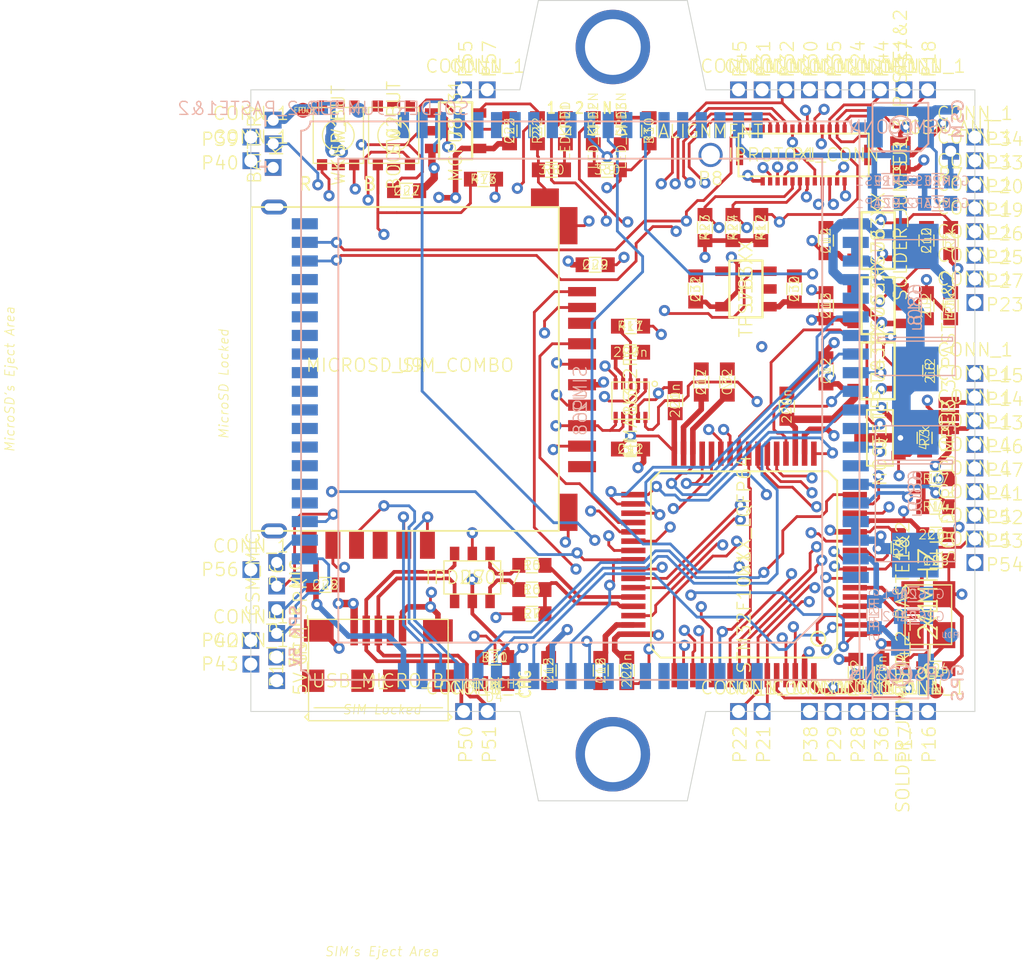
<source format=kicad_pcb>
(kicad_pcb (version 4) (host pcbnew "(2015-07-10 BZR 5924)-product")
  (layers (0 Top signal) (1 Sig1 signal hide) (2 Sig2 signal hide) (3 VDD power hide) (4 GND power hide) (31 Bot signal) (34 B.Paste user hide) (35 F.Paste user hide) (36 B.SilkS user) (37 F.SilkS user) (38 B.Mask user) (39 F.Mask user) (44 Edge.Cuts user))
  (net 0 "")
  (net 1 +5V)
  (net 2 +BATT)
  (net 3 /ACC_INT1)
  (net 4 /ACC_INT2)
  (net 5 /BATTERY_TEMP)
  (net 6 /BATT_PFET)
  (net 7 /BOOT0)
  (net 8 /CHARGER_STATUS)
  (net 9 /DISABLE_CHARGER)
  (net 10 /ENABLE_GSM_VBAT)
  (net 11 /ENABLE_LDO2)
  (net 12 /ENABLE_LDO3)
  (net 13 /ENABLE_LDO4)
  (net 14 /GPS_1PPS_SIGNAL)
  (net 15 /GPS_RXD)
  (net 16 /GPS_TXD)
  (net 17 /GPS_V_BACKUP_PWR)
  (net 18 /GPS_WAKEUP)
  (net 19 /GSM_CTS)
  (net 20 /GSM_DBG_RXD)
  (net 21 /GSM_DBG_TXD)
  (net 22 /GSM_DCD)
  (net 23 /GSM_DTR)
  (net 24 /GSM_NETLIGHT)
  (net 25 /GSM_PWRKEY)
  (net 26 /GSM_RI)
  (net 27 /GSM_RTS)
  (net 28 /GSM_RXD)
  (net 29 /GSM_STATUS)
  (net 30 /GSM_TXD)
  (net 31 /GSM_VRTC)
  (net 32 /I2C1_SCL)
  (net 33 /I2C1_SDA)
  (net 34 /LDO_2)
  (net 35 /LDO_3)
  (net 36 /LDO_4)
  (net 37 /LED1)
  (net 38 /LED2)
  (net 39 /MIC1N)
  (net 40 /MIC1P)
  (net 41 /MICROSD_CS)
  (net 42 /PA13_JTAG_TMS)
  (net 43 /PA14_JTAG_TCK)
  (net 44 /PA15_JTAG_TDI)
  (net 45 /PB0)
  (net 46 /PB1)
  (net 47 /PB12)
  (net 48 /PB3_JTAG_TDO)
  (net 49 /PB4_JTAG_TRST)
  (net 50 /PB5)
  (net 51 /PC3)
  (net 52 /SD_CARD_INSERTED)
  (net 53 /SIM-CLK)
  (net 54 /SIM-DATA)
  (net 55 /SIM-RST)
  (net 56 /SIM-VDD)
  (net 57 /SPI1_MISO)
  (net 58 /SPI1_MOSI)
  (net 59 /SPI1_SCK)
  (net 60 /SPK1N)
  (net 61 /SPK1P)
  (net 62 /STM32_OSC_IN)
  (net 63 /STM32_OSC_OUT)
  (net 64 /STM32_RST)
  (net 65 /USB_DM)
  (net 66 /USB_DP)
  (net 67 /VCC)
  (net 68 GND)
  (net 69 GNDA)
  (net 70 N-0000014)
  (net 71 N-0000015)
  (net 72 N-000002)
  (net 73 N-0000033)
  (net 74 N-0000034)
  (net 75 N-0000035)
  (net 76 N-0000037)
  (net 77 N-0000038)
  (net 78 N-000005)
  (net 79 N-0000051)
  (net 80 N-0000057)
  (net 81 N-0000058)
  (net 82 N-0000059)
  (net 83 N-000006)
  (net 84 N-0000060)
  (net 85 N-0000062)
  (net 86 N-0000064)
  (net 87 N-0000065)
  (net 88 N-0000066)
  (net 89 N-0000067)
  (net 90 N-0000068)
  (net 91 N-0000069)
  (net 92 VDD)
  (module 005INCH_PINSTRIP_THRUHOLE_2PIN (layer Top) (at 186.69 105.41 270)
    (fp_text reference P12 (at 0 0 270) (layer F.SilkS) (effects (font (size 0.70104 0.70104) (thickness 0.07112))))
    (fp_text value 5V_IN (at 0 -1.27 270) (layer F.SilkS) (effects (font (size 0.70104 0.70104) (thickness 0.07112))))
    (pad 1 thru_hole rect (at -0.635 0 270) (size 0.89916 0.89916) (drill 0.701039) (layers *.Cu *.Mask) (net 1 +5V))
    (pad 2 thru_hole rect (at 0.635 0 270) (size 0.89916 0.89916) (drill 0.701039) (layers *.Cu *.Mask) (net 68 GND))
  )
  (module 53047-0310_3PIN_THRU (layer Top) (at 186.5 77.2 90)
    (fp_text reference K1 (at -0.016 0.19 90) (layer F.SilkS) (effects (font (size 0.70104 0.70104) (thickness 0.07112))))
    (fp_text value BATTERY (at 0 -1.00076 90) (layer F.SilkS) (effects (font (size 0.70104 0.70104) (thickness 0.07112))))
    (pad 1 thru_hole rect (at -1.27 0 90) (size 0.89916 0.89916) (drill 0.599999) (layers *.Cu *.Mask) (net 2 +BATT))
    (pad 2 thru_hole rect (at 0 0 90) (size 0.89916 0.89916) (drill 0.599999) (layers *.Cu *.Mask) (net 5 /BATTERY_TEMP))
    (pad 3 thru_hole rect (at 1.27 0 90) (size 0.89916 0.89916) (drill 0.599999) (layers *.Cu *.Mask) (net 68 GND))
  )
  (module 005INCH_PINSTRIP_THRUHOLE_2PIN (layer Top) (at 186.69 102.87 270)
    (fp_text reference P5 (at 0 0 270) (layer F.SilkS) (effects (font (size 0.70104 0.70104) (thickness 0.07112))))
    (fp_text value GSM_SPK (at 0 -1.27 270) (layer F.SilkS) (effects (font (size 0.70104 0.70104) (thickness 0.07112))))
    (pad 1 thru_hole rect (at -0.635 0 270) (size 0.89916 0.89916) (drill 0.599999) (layers *.Cu *.Mask) (net 60 /SPK1N))
    (pad 2 thru_hole rect (at 0.635 0 270) (size 0.89916 0.89916) (drill 0.599999) (layers *.Cu *.Mask) (net 61 /SPK1P))
  )
  (module 005INCH_PINSTRIP_THRUHOLE_2PIN (layer Top) (at 186.69 100.33 90)
    (fp_text reference P6 (at 0 0 90) (layer F.SilkS) (effects (font (size 0.70104 0.70104) (thickness 0.07112))))
    (fp_text value GSM_MIC (at 0 -1.27 90) (layer F.SilkS) (effects (font (size 0.70104 0.70104) (thickness 0.07112))))
    (pad 1 thru_hole rect (at -0.635 0 90) (size 0.89916 0.89916) (drill 0.599999) (layers *.Cu *.Mask) (net 39 /MIC1N))
    (pad 2 thru_hole rect (at 0.635 0 90) (size 0.89916 0.89916) (drill 0.599999) (layers *.Cu *.Mask) (net 40 /MIC1P))
  )
  (module SMD_0603_RT (layer Top) (at 208.1 91 90)
    (fp_text reference C1 (at 0 0 90) (layer F.SilkS) (effects (font (size 0.50038 0.50038) (thickness 0.0508))))
    (fp_text value 220n (at 0 0 90) (layer F.SilkS) (effects (font (size 0.50038 0.50038) (thickness 0.0508))))
    (pad 1 smd rect (at -0.70104 0 90) (size 0.70104 0.79756) (layers Top F.Paste F.Mask) (net 92 VDD))
    (pad 2 smd rect (at 0.70104 0 90) (size 0.70104 0.79756) (layers Top F.Paste F.Mask) (net 68 GND))
  )
  (module SMD_0603_RT (layer Top) (at 205.5 105.5 270)
    (fp_text reference C2 (at 0 0 270) (layer F.SilkS) (effects (font (size 0.50038 0.50038) (thickness 0.0508))))
    (fp_text value 220n (at 0 0 270) (layer F.SilkS) (effects (font (size 0.50038 0.50038) (thickness 0.0508))))
    (pad 1 smd rect (at -0.70104 0 270) (size 0.70104 0.79756) (layers Top F.Paste F.Mask) (net 92 VDD))
    (pad 2 smd rect (at 0.70104 0 270) (size 0.70104 0.79756) (layers Top F.Paste F.Mask) (net 68 GND))
  )
  (module SMD_0603_RT (layer Top) (at 219.2 105.6 90)
    (fp_text reference C3 (at 0 0 90) (layer F.SilkS) (effects (font (size 0.50038 0.50038) (thickness 0.0508))))
    (fp_text value 220n (at 0 0 90) (layer F.SilkS) (effects (font (size 0.50038 0.50038) (thickness 0.0508))))
    (pad 1 smd rect (at -0.70104 0 90) (size 0.70104 0.79756) (layers Top F.Paste F.Mask) (net 92 VDD))
    (pad 2 smd rect (at 0.70104 0 90) (size 0.70104 0.79756) (layers Top F.Paste F.Mask) (net 68 GND))
  )
  (module SMD_0603_RT (layer Top) (at 214.1 91.3 90)
    (fp_text reference C4 (at 0 0 90) (layer F.SilkS) (effects (font (size 0.50038 0.50038) (thickness 0.0508))))
    (fp_text value 220n (at 0 0 90) (layer F.SilkS) (effects (font (size 0.50038 0.50038) (thickness 0.0508))))
    (pad 1 smd rect (at -0.70104 0 90) (size 0.70104 0.79756) (layers Top F.Paste F.Mask) (net 92 VDD))
    (pad 2 smd rect (at 0.70104 0 90) (size 0.70104 0.79756) (layers Top F.Paste F.Mask) (net 68 GND))
  )
  (module SMD_0603_RT (layer Top) (at 222.1 98.2)
    (fp_text reference C5 (at 0 0) (layer F.SilkS) (effects (font (size 0.50038 0.50038) (thickness 0.0508))))
    (fp_text value 220n (at 0 0) (layer F.SilkS) (effects (font (size 0.50038 0.50038) (thickness 0.0508))))
    (pad 1 smd rect (at -0.70104 0) (size 0.70104 0.79756) (layers Top F.Paste F.Mask) (net 92 VDD))
    (pad 2 smd rect (at 0.70104 0) (size 0.70104 0.79756) (layers Top F.Paste F.Mask) (net 68 GND))
  )
  (module SMD_0603_RT (layer Top) (at 217.8 105.6 90)
    (fp_text reference C6 (at 0 0 90) (layer F.SilkS) (effects (font (size 0.50038 0.50038) (thickness 0.0508))))
    (fp_text value 2u2 (at 0 0 90) (layer F.SilkS) (effects (font (size 0.50038 0.50038) (thickness 0.0508))))
    (pad 1 smd rect (at -0.70104 0 90) (size 0.70104 0.79756) (layers Top F.Paste F.Mask) (net 92 VDD))
    (pad 2 smd rect (at 0.70104 0 90) (size 0.70104 0.79756) (layers Top F.Paste F.Mask) (net 68 GND))
  )
  (module SMD_0603_RT (layer Top) (at 205.7 88.4 180)
    (fp_text reference C7 (at 0 0 180) (layer F.SilkS) (effects (font (size 0.50038 0.50038) (thickness 0.0508))))
    (fp_text value 220n (at 0 0 180) (layer F.SilkS) (effects (font (size 0.50038 0.50038) (thickness 0.0508))))
    (pad 1 smd rect (at -0.70104 0 180) (size 0.70104 0.79756) (layers Top F.Paste F.Mask) (net 68 GND))
    (pad 2 smd rect (at 0.70104 0 180) (size 0.70104 0.79756) (layers Top F.Paste F.Mask) (net 90 N-0000068))
  )
  (module SMD_0603_RT (layer Top) (at 221.8 89.4 270)
    (fp_text reference C8 (at 0 0 270) (layer F.SilkS) (effects (font (size 0.50038 0.50038) (thickness 0.0508))))
    (fp_text value 2u2 (at 0 0 270) (layer F.SilkS) (effects (font (size 0.50038 0.50038) (thickness 0.0508))))
    (pad 1 smd rect (at -0.70104 0 270) (size 0.70104 0.79756) (layers Top F.Paste F.Mask) (net 68 GND))
    (pad 2 smd rect (at 0.70104 0 270) (size 0.70104 0.79756) (layers Top F.Paste F.Mask) (net 2 +BATT))
  )
  (module SMD_0603_RT (layer Top) (at 221.6 85.9 270)
    (fp_text reference C9 (at 0 0 270) (layer F.SilkS) (effects (font (size 0.50038 0.50038) (thickness 0.0508))))
    (fp_text value 2u2 (at 0 0 270) (layer F.SilkS) (effects (font (size 0.50038 0.50038) (thickness 0.0508))))
    (pad 1 smd rect (at -0.70104 0 270) (size 0.70104 0.79756) (layers Top F.Paste F.Mask) (net 68 GND))
    (pad 2 smd rect (at 0.70104 0 270) (size 0.70104 0.79756) (layers Top F.Paste F.Mask) (net 2 +BATT))
  )
  (module SMD_0603_RT (layer Top) (at 221.6 82.4 270)
    (fp_text reference C10 (at 0 0 270) (layer F.SilkS) (effects (font (size 0.50038 0.50038) (thickness 0.0508))))
    (fp_text value 2u2 (at 0 0 270) (layer F.SilkS) (effects (font (size 0.50038 0.50038) (thickness 0.0508))))
    (pad 1 smd rect (at -0.70104 0 270) (size 0.70104 0.79756) (layers Top F.Paste F.Mask) (net 68 GND))
    (pad 2 smd rect (at 0.70104 0 270) (size 0.70104 0.79756) (layers Top F.Paste F.Mask) (net 2 +BATT))
  )
  (module SMD_0603_RT (layer Top) (at 205.7 93.6)
    (fp_text reference C11 (at 0 0) (layer F.SilkS) (effects (font (size 0.50038 0.50038) (thickness 0.0508))))
    (fp_text value 2u2 (at 0 0) (layer F.SilkS) (effects (font (size 0.50038 0.50038) (thickness 0.0508))))
    (pad 1 smd rect (at -0.70104 0) (size 0.70104 0.79756) (layers Top F.Paste F.Mask) (net 92 VDD))
    (pad 2 smd rect (at 0.70104 0) (size 0.70104 0.79756) (layers Top F.Paste F.Mask) (net 68 GND))
  )
  (module SMD_0603_RT (layer Top) (at 216.2 89.4 90)
    (fp_text reference C12 (at 0 0 90) (layer F.SilkS) (effects (font (size 0.50038 0.50038) (thickness 0.0508))))
    (fp_text value 2u2 (at 0 0 90) (layer F.SilkS) (effects (font (size 0.50038 0.50038) (thickness 0.0508))))
    (pad 1 smd rect (at -0.70104 0 90) (size 0.70104 0.79756) (layers Top F.Paste F.Mask) (net 92 VDD))
    (pad 2 smd rect (at 0.70104 0 90) (size 0.70104 0.79756) (layers Top F.Paste F.Mask) (net 68 GND))
  )
  (module SMD_0603_RT (layer Top) (at 216.2 85.9 90)
    (fp_text reference C13 (at 0 0 90) (layer F.SilkS) (effects (font (size 0.50038 0.50038) (thickness 0.0508))))
    (fp_text value 2u2 (at 0 0 90) (layer F.SilkS) (effects (font (size 0.50038 0.50038) (thickness 0.0508))))
    (pad 1 smd rect (at -0.70104 0 90) (size 0.70104 0.79756) (layers Top F.Paste F.Mask) (net 34 /LDO_2))
    (pad 2 smd rect (at 0.70104 0 90) (size 0.70104 0.79756) (layers Top F.Paste F.Mask) (net 68 GND))
  )
  (module SMD_0603_RT (layer Top) (at 216.2 82.4 90)
    (fp_text reference C14 (at 0 0 90) (layer F.SilkS) (effects (font (size 0.50038 0.50038) (thickness 0.0508))))
    (fp_text value 2u2 (at 0 0 90) (layer F.SilkS) (effects (font (size 0.50038 0.50038) (thickness 0.0508))))
    (pad 1 smd rect (at -0.70104 0 90) (size 0.70104 0.79756) (layers Top F.Paste F.Mask) (net 35 /LDO_3))
    (pad 2 smd rect (at 0.70104 0 90) (size 0.70104 0.79756) (layers Top F.Paste F.Mask) (net 68 GND))
  )
  (module SMD_0603_RT (layer Top) (at 201.3 105.5 90)
    (fp_text reference C15 (at 0 0 90) (layer F.SilkS) (effects (font (size 0.50038 0.50038) (thickness 0.0508))))
    (fp_text value 2u2 (at 0 0 90) (layer F.SilkS) (effects (font (size 0.50038 0.50038) (thickness 0.0508))))
    (pad 1 smd rect (at -0.70104 0 90) (size 0.70104 0.79756) (layers Top F.Paste F.Mask) (net 68 GND))
    (pad 2 smd rect (at 0.70104 0 90) (size 0.70104 0.79756) (layers Top F.Paste F.Mask) (net 35 /LDO_3))
  )
  (module SMD_0603_RT (layer Top) (at 204.1 105.5 270)
    (fp_text reference C16 (at 0 0 270) (layer F.SilkS) (effects (font (size 0.50038 0.50038) (thickness 0.0508))))
    (fp_text value 2u2 (at 0 0 270) (layer F.SilkS) (effects (font (size 0.50038 0.50038) (thickness 0.0508))))
    (pad 1 smd rect (at -0.70104 0 270) (size 0.70104 0.79756) (layers Top F.Paste F.Mask) (net 78 N-000005))
    (pad 2 smd rect (at 0.70104 0 270) (size 0.70104 0.79756) (layers Top F.Paste F.Mask) (net 68 GND))
  )
  (module SMD_0603_RT (layer Top) (at 209.5 90 90)
    (fp_text reference C17 (at 0 0 90) (layer F.SilkS) (effects (font (size 0.50038 0.50038) (thickness 0.0508))))
    (fp_text value 2u2 (at 0 0 90) (layer F.SilkS) (effects (font (size 0.50038 0.50038) (thickness 0.0508))))
    (pad 1 smd rect (at -0.70104 0 90) (size 0.70104 0.79756) (layers Top F.Paste F.Mask) (net 83 N-000006))
    (pad 2 smd rect (at 0.70104 0 90) (size 0.70104 0.79756) (layers Top F.Paste F.Mask) (net 68 GND))
  )
  (module TANTALUM_D_E_2917 (layer Bot) (at 221 86 90)
    (fp_text reference C18 (at 0 0 90) (layer B.SilkS) (effects (font (size 0.70104 0.70104) (thickness 0.07112)) (justify mirror)))
    (fp_text value 680u (at 0 0 90) (layer B.SilkS) (effects (font (size 0.70104 0.70104) (thickness 0.07112)) (justify mirror)))
    (pad 1 smd rect (at -3.29946 0 90) (size 2.4003 2.49936) (layers Bot B.Paste B.Mask) (net 6 /BATT_PFET))
    (pad 2 smd rect (at 3.29946 0 90) (size 2.4003 2.49936) (layers Bot B.Paste B.Mask) (net 69 GNDA))
  )
  (module TANTALUM_D_E_2917 (layer Bot) (at 221 96 270)
    (fp_text reference C19 (at 0 0 270) (layer B.SilkS) (effects (font (size 0.70104 0.70104) (thickness 0.07112)) (justify mirror)))
    (fp_text value 680u (at 0 0 270) (layer B.SilkS) (effects (font (size 0.70104 0.70104) (thickness 0.07112)) (justify mirror)))
    (pad 1 smd rect (at -3.29946 0 270) (size 2.4003 2.49936) (layers Bot B.Paste B.Mask) (net 6 /BATT_PFET))
    (pad 2 smd rect (at 3.29946 0 270) (size 2.4003 2.49936) (layers Bot B.Paste B.Mask) (net 69 GNDA))
  )
  (module SMD_0603_RT (layer Bot) (at 220.9 101.4 180)
    (fp_text reference C20 (at 0 0 180) (layer B.SilkS) (effects (font (size 0.50038 0.50038) (thickness 0.0508)) (justify mirror)))
    (fp_text value GPSCAP1 (at 0 0 180) (layer B.SilkS) (effects (font (size 0.50038 0.50038) (thickness 0.0508)) (justify mirror)))
    (pad 1 smd rect (at -0.70104 0 180) (size 0.70104 0.79756) (layers Bot B.Paste B.Mask) (net 69 GNDA))
    (pad 2 smd rect (at 0.70104 0 180) (size 0.70104 0.79756) (layers Bot B.Paste B.Mask) (net 70 N-0000014))
  )
  (module SMD_0603_RT (layer Bot) (at 219.5 80.4 180)
    (fp_text reference C21 (at 0 0 180) (layer B.SilkS) (effects (font (size 0.50038 0.50038) (thickness 0.0508)) (justify mirror)))
    (fp_text value GSMCAP1 (at 0 0 180) (layer B.SilkS) (effects (font (size 0.50038 0.50038) (thickness 0.0508)) (justify mirror)))
    (pad 1 smd rect (at -0.70104 0 180) (size 0.70104 0.79756) (layers Bot B.Paste B.Mask) (net 69 GNDA))
    (pad 2 smd rect (at 0.70104 0 180) (size 0.70104 0.79756) (layers Bot B.Paste B.Mask) (net 80 N-0000057))
  )
  (module SMD_0603_RT (layer Bot) (at 220.9 102.6 180)
    (fp_text reference C22 (at 0 0 180) (layer B.SilkS) (effects (font (size 0.50038 0.50038) (thickness 0.0508)) (justify mirror)))
    (fp_text value GPSCAP2 (at 0 0 180) (layer B.SilkS) (effects (font (size 0.50038 0.50038) (thickness 0.0508)) (justify mirror)))
    (pad 1 smd rect (at -0.70104 0 180) (size 0.70104 0.79756) (layers Bot B.Paste B.Mask) (net 69 GNDA))
    (pad 2 smd rect (at 0.70104 0 180) (size 0.70104 0.79756) (layers Bot B.Paste B.Mask) (net 71 N-0000015))
  )
  (module SMD_0603_RT (layer Bot) (at 222.2 80.4 180)
    (fp_text reference C23 (at 0 0 180) (layer B.SilkS) (effects (font (size 0.50038 0.50038) (thickness 0.0508)) (justify mirror)))
    (fp_text value GSMCAP2 (at 0 0 180) (layer B.SilkS) (effects (font (size 0.50038 0.50038) (thickness 0.0508)) (justify mirror)))
    (pad 1 smd rect (at -0.70104 0 180) (size 0.70104 0.79756) (layers Bot B.Paste B.Mask) (net 69 GNDA))
    (pad 2 smd rect (at 0.70104 0 180) (size 0.70104 0.79756) (layers Bot B.Paste B.Mask) (net 81 N-0000058))
  )
  (module SMD_0603_RT (layer Top) (at 222.1 105.4 180)
    (fp_text reference C24 (at 0 0 180) (layer F.SilkS) (effects (font (size 0.50038 0.50038) (thickness 0.0508))))
    (fp_text value 10p (at 0 0 180) (layer F.SilkS) (effects (font (size 0.50038 0.50038) (thickness 0.0508))))
    (pad 1 smd rect (at -0.70104 0 180) (size 0.70104 0.79756) (layers Top F.Paste F.Mask) (net 68 GND))
    (pad 2 smd rect (at 0.70104 0 180) (size 0.70104 0.79756) (layers Top F.Paste F.Mask) (net 62 /STM32_OSC_IN))
  )
  (module SMD_0603_RT (layer Top) (at 199.2 76.5 270)
    (fp_text reference C25 (at 0 0 270) (layer F.SilkS) (effects (font (size 0.50038 0.50038) (thickness 0.0508))))
    (fp_text value 2u2 (at 0 0 270) (layer F.SilkS) (effects (font (size 0.50038 0.50038) (thickness 0.0508))))
    (pad 1 smd rect (at -0.70104 0 270) (size 0.70104 0.79756) (layers Top F.Paste F.Mask) (net 68 GND))
    (pad 2 smd rect (at 0.70104 0 270) (size 0.70104 0.79756) (layers Top F.Paste F.Mask) (net 1 +5V))
  )
  (module SMD_0603_RT (layer Top) (at 222.1 99.6)
    (fp_text reference C26 (at 0 0) (layer F.SilkS) (effects (font (size 0.50038 0.50038) (thickness 0.0508))))
    (fp_text value 10p (at 0 0) (layer F.SilkS) (effects (font (size 0.50038 0.50038) (thickness 0.0508))))
    (pad 1 smd rect (at -0.70104 0) (size 0.70104 0.79756) (layers Top F.Paste F.Mask) (net 63 /STM32_OSC_OUT))
    (pad 2 smd rect (at 0.70104 0) (size 0.70104 0.79756) (layers Top F.Paste F.Mask) (net 68 GND))
  )
  (module SMD_0603_RT (layer Top) (at 193.67 79.72 180)
    (fp_text reference C27 (at 0 0 180) (layer F.SilkS) (effects (font (size 0.50038 0.50038) (thickness 0.0508))))
    (fp_text value 2u2 (at 0 0 180) (layer F.SilkS) (effects (font (size 0.50038 0.50038) (thickness 0.0508))))
    (pad 1 smd rect (at -0.70104 0 180) (size 0.70104 0.79756) (layers Top F.Paste F.Mask) (net 2 +BATT))
    (pad 2 smd rect (at 0.70104 0 180) (size 0.70104 0.79756) (layers Top F.Paste F.Mask) (net 68 GND))
  )
  (module SMD_0603_RT (layer Top) (at 189.3 100.9 180)
    (fp_text reference C28 (at 0 0 180) (layer F.SilkS) (effects (font (size 0.50038 0.50038) (thickness 0.0508))))
    (fp_text value 2u2 (at 0 0 180) (layer F.SilkS) (effects (font (size 0.50038 0.50038) (thickness 0.0508))))
    (pad 1 smd rect (at -0.70104 0 180) (size 0.70104 0.79756) (layers Top F.Paste F.Mask) (net 68 GND))
    (pad 2 smd rect (at 0.70104 0 180) (size 0.70104 0.79756) (layers Top F.Paste F.Mask) (net 56 /SIM-VDD))
  )
  (module SMD_0603_RT (layer Top) (at 203.8 83.7)
    (fp_text reference C29 (at 0 0) (layer F.SilkS) (effects (font (size 0.50038 0.50038) (thickness 0.0508))))
    (fp_text value 2u2 (at 0 0) (layer F.SilkS) (effects (font (size 0.50038 0.50038) (thickness 0.0508))))
    (pad 1 smd rect (at -0.70104 0) (size 0.70104 0.79756) (layers Top F.Paste F.Mask) (net 34 /LDO_2))
    (pad 2 smd rect (at 0.70104 0) (size 0.70104 0.79756) (layers Top F.Paste F.Mask) (net 68 GND))
  )
  (module LED_SMD-0603 (layer Top) (at 202.2 76.5 270)
    (fp_text reference D1 (at -1.062 0.016 270) (layer F.SilkS) (effects (font (size 0.50038 0.50038) (thickness 0.0508))))
    (fp_text value LED_RED (at 0 0 270) (layer F.SilkS) (effects (font (size 0.50038 0.50038) (thickness 0.0508))))
    (pad 1 smd rect (at -0.70104 0 270) (size 0.70104 0.79756) (layers Top F.Paste F.Mask) (net 37 /LED1))
    (pad 2 smd rect (at 0.70104 0 270) (size 0.70104 0.79756) (layers Top F.Paste F.Mask) (net 88 N-0000066))
  )
  (module LED_SMD-0603 (layer Top) (at 203.7 76.5 270)
    (fp_text reference D2 (at -1.062 -0.008 270) (layer F.SilkS) (effects (font (size 0.50038 0.50038) (thickness 0.0508))))
    (fp_text value LED_GREEN (at 0 0 270) (layer F.SilkS) (effects (font (size 0.50038 0.50038) (thickness 0.0508))))
    (pad 1 smd rect (at -0.70104 0 270) (size 0.70104 0.79756) (layers Top F.Paste F.Mask) (net 38 /LED2))
    (pad 2 smd rect (at 0.70104 0 270) (size 0.70104 0.79756) (layers Top F.Paste F.Mask) (net 89 N-0000067))
  )
  (module LED_SMD-0603 (layer Top) (at 205.2 76.5 90)
    (fp_text reference D3 (at 1.062 0.032 90) (layer F.SilkS) (effects (font (size 0.50038 0.50038) (thickness 0.0508))))
    (fp_text value LED_GREEN (at 0 0 90) (layer F.SilkS) (effects (font (size 0.50038 0.50038) (thickness 0.0508))))
    (pad 1 smd rect (at -0.70104 0 90) (size 0.70104 0.79756) (layers Top F.Paste F.Mask) (net 24 /GSM_NETLIGHT))
    (pad 2 smd rect (at 0.70104 0 90) (size 0.70104 0.79756) (layers Top F.Paste F.Mask) (net 87 N-0000065))
  )
  (module LED_SMD-0603 (layer Top) (at 198.4 106.2)
    (fp_text reference D4 (at -0.026 0.734) (layer F.SilkS) (effects (font (size 0.50038 0.50038) (thickness 0.0508))))
    (fp_text value LED_CHG (at 0 0) (layer F.SilkS) (effects (font (size 0.50038 0.50038) (thickness 0.0508))))
    (pad 1 smd rect (at -0.70104 0) (size 0.70104 0.79756) (layers Top F.Paste F.Mask) (net 91 N-0000069))
    (pad 2 smd rect (at 0.70104 0) (size 0.70104 0.79756) (layers Top F.Paste F.Mask) (net 8 /CHARGER_STATUS))
  )
  (module MICROUSB_B_10118192-0001LF (layer Top) (at 192.15 106.05 90)
    (fp_text reference J1 (at -0.1 0 180) (layer F.SilkS) (effects (font (size 0.70104 0.70104) (thickness 0.07112))))
    (fp_text value USB_MICRO_B (at 0 0 180) (layer F.SilkS) (effects (font (size 0.70104 0.70104) (thickness 0.07112))))
    (pad 5 smd rect (at 2.7004 1.30048 90) (size 1.6 0.4) (layers Top F.Paste F.Mask) (net 68 GND))
    (pad 4 smd rect (at 2.7004 0.65024 90) (size 1.6 0.4) (layers Top F.Paste F.Mask))
    (pad 3 smd rect (at 2.7004 0 90) (size 1.6 0.4) (layers Top F.Paste F.Mask) (net 79 N-0000051))
    (pad 2 smd rect (at 2.7004 -0.65024 90) (size 1.6 0.4) (layers Top F.Paste F.Mask) (net 86 N-0000064))
    (pad 1 smd rect (at 2.7 -1.3 90) (size 1.6 0.4) (layers Top F.Paste F.Mask) (net 1 +5V))
    (pad 5 smd rect (at 0 -0.8509 90) (size 1.2 1.2) (layers Top F.Paste F.Mask) (net 68 GND))
    (pad 5 smd rect (at 0 0.8509 90) (size 1.2 1.2) (layers Top F.Paste F.Mask) (net 68 GND))
    (pad 5 smd rect (at 2.7 -3.2 90) (size 1.2 1.6) (layers Top F.Paste F.Mask) (net 68 GND))
    (pad 5 smd rect (at 2.7 3.2 90) (size 1.2 1.6) (layers Top F.Paste F.Mask) (net 68 GND))
    (pad 5 smd rect (at 0 -3.5 90) (size 1.2 1.2) (layers Top F.Paste F.Mask) (net 68 GND))
    (pad 5 smd rect (at 0 3.5 90) (size 1.2 1.2) (layers Top F.Paste F.Mask) (net 68 GND))
  )
  (module SOT23-GDS (layer Top) (at 219.1 93 270)
    (fp_text reference Q1 (at 0 0 270) (layer F.SilkS) (effects (font (size 0.70104 0.70104) (thickness 0.07112))))
    (fp_text value MOSFET_P (at 0 0 270) (layer F.SilkS) (effects (font (size 0.70104 0.70104) (thickness 0.07112))))
    (pad D smd rect (at 0 1 270) (size 0.508 0.762) (layers Top F.Paste F.Mask) (net 6 /BATT_PFET))
    (pad G smd rect (at 0.95 -1 270) (size 0.508 0.762) (layers Top F.Paste F.Mask) (net 10 /ENABLE_GSM_VBAT))
    (pad S smd rect (at -0.95 -1 270) (size 0.508 0.762) (layers Top F.Paste F.Mask) (net 2 +BATT))
  )
  (module SMD_0603_RT (layer Top) (at 222.9 85.9 90)
    (fp_text reference R1 (at 0 0 90) (layer F.SilkS) (effects (font (size 0.50038 0.50038) (thickness 0.0508))))
    (fp_text value 47k (at 0 0 90) (layer F.SilkS) (effects (font (size 0.50038 0.50038) (thickness 0.0508))))
    (pad 1 smd rect (at -0.70104 0 90) (size 0.70104 0.79756) (layers Top F.Paste F.Mask) (net 68 GND))
    (pad 2 smd rect (at 0.70104 0 90) (size 0.70104 0.79756) (layers Top F.Paste F.Mask) (net 11 /ENABLE_LDO2))
  )
  (module SMD_0603_RT (layer Top) (at 222.9 82.4 90)
    (fp_text reference R2 (at 0 0 90) (layer F.SilkS) (effects (font (size 0.50038 0.50038) (thickness 0.0508))))
    (fp_text value 47k (at 0 0 90) (layer F.SilkS) (effects (font (size 0.50038 0.50038) (thickness 0.0508))))
    (pad 1 smd rect (at -0.70104 0 90) (size 0.70104 0.79756) (layers Top F.Paste F.Mask) (net 68 GND))
    (pad 2 smd rect (at 0.70104 0 90) (size 0.70104 0.79756) (layers Top F.Paste F.Mask) (net 12 /ENABLE_LDO3))
  )
  (module SMD_0603_RT (layer Top) (at 221.5 93 90)
    (fp_text reference R3 (at 0 0 90) (layer F.SilkS) (effects (font (size 0.50038 0.50038) (thickness 0.0508))))
    (fp_text value 47k (at 0 0 90) (layer F.SilkS) (effects (font (size 0.50038 0.50038) (thickness 0.0508))))
    (pad 1 smd rect (at -0.70104 0 90) (size 0.70104 0.79756) (layers Top F.Paste F.Mask) (net 10 /ENABLE_GSM_VBAT))
    (pad 2 smd rect (at 0.70104 0 90) (size 0.70104 0.79756) (layers Top F.Paste F.Mask) (net 2 +BATT))
  )
  (module SMD_0603_RT (layer Top) (at 220.1 98.9 270)
    (fp_text reference R4 (at 0 0 270) (layer F.SilkS) (effects (font (size 0.50038 0.50038) (thickness 0.0508))))
    (fp_text value 47k (at 0 0 270) (layer F.SilkS) (effects (font (size 0.50038 0.50038) (thickness 0.0508))))
    (pad 1 smd rect (at -0.70104 0 270) (size 0.70104 0.79756) (layers Top F.Paste F.Mask) (net 68 GND))
    (pad 2 smd rect (at 0.70104 0 270) (size 0.70104 0.79756) (layers Top F.Paste F.Mask) (net 13 /ENABLE_LDO4))
  )
  (module SMD_0603_RT (layer Top) (at 200.4 99.85)
    (fp_text reference R5 (at 0 0) (layer F.SilkS) (effects (font (size 0.50038 0.50038) (thickness 0.0508))))
    (fp_text value 10 (at 0 0) (layer F.SilkS) (effects (font (size 0.50038 0.50038) (thickness 0.0508))))
    (pad 1 smd rect (at -0.70104 0) (size 0.70104 0.79756) (layers Top F.Paste F.Mask) (net 85 N-0000062))
    (pad 2 smd rect (at 0.70104 0) (size 0.70104 0.79756) (layers Top F.Paste F.Mask) (net 65 /USB_DM))
  )
  (module SMD_0603_RT (layer Top) (at 200.4 101.15)
    (fp_text reference R6 (at 0 0) (layer F.SilkS) (effects (font (size 0.50038 0.50038) (thickness 0.0508))))
    (fp_text value 10 (at 0 0) (layer F.SilkS) (effects (font (size 0.50038 0.50038) (thickness 0.0508))))
    (pad 1 smd rect (at -0.70104 0) (size 0.70104 0.79756) (layers Top F.Paste F.Mask) (net 84 N-0000060))
    (pad 2 smd rect (at 0.70104 0) (size 0.70104 0.79756) (layers Top F.Paste F.Mask) (net 66 /USB_DP))
  )
  (module SMD_0603_RT (layer Top) (at 200.4 102.45 180)
    (fp_text reference R7 (at 0 0 180) (layer F.SilkS) (effects (font (size 0.50038 0.50038) (thickness 0.0508))))
    (fp_text value 2k (at 0 0 180) (layer F.SilkS) (effects (font (size 0.50038 0.50038) (thickness 0.0508))))
    (pad 1 smd rect (at -0.70104 0 180) (size 0.70104 0.79756) (layers Top F.Paste F.Mask) (net 66 /USB_DP))
    (pad 2 smd rect (at 0.70104 0 180) (size 0.70104 0.79756) (layers Top F.Paste F.Mask) (net 92 VDD))
  )
  (module SMD_0603_RT (layer Top) (at 201.45 78.6 180)
    (fp_text reference R8 (at 0 0 180) (layer F.SilkS) (effects (font (size 0.50038 0.50038) (thickness 0.0508))))
    (fp_text value 330 (at 0 0 180) (layer F.SilkS) (effects (font (size 0.50038 0.50038) (thickness 0.0508))))
    (pad 1 smd rect (at -0.70104 0 180) (size 0.70104 0.79756) (layers Top F.Paste F.Mask) (net 88 N-0000066))
    (pad 2 smd rect (at 0.70104 0 180) (size 0.70104 0.79756) (layers Top F.Paste F.Mask) (net 68 GND))
  )
  (module SMD_0603_RT (layer Top) (at 204.45 78.6)
    (fp_text reference R9 (at 0 0) (layer F.SilkS) (effects (font (size 0.50038 0.50038) (thickness 0.0508))))
    (fp_text value 330 (at 0 0) (layer F.SilkS) (effects (font (size 0.50038 0.50038) (thickness 0.0508))))
    (pad 1 smd rect (at -0.70104 0) (size 0.70104 0.79756) (layers Top F.Paste F.Mask) (net 89 N-0000067))
    (pad 2 smd rect (at 0.70104 0) (size 0.70104 0.79756) (layers Top F.Paste F.Mask) (net 68 GND))
  )
  (module SMD_0603_RT (layer Top) (at 206.7 76.5 90)
    (fp_text reference R10 (at 0 0 90) (layer F.SilkS) (effects (font (size 0.50038 0.50038) (thickness 0.0508))))
    (fp_text value 330 (at 0 0 90) (layer F.SilkS) (effects (font (size 0.50038 0.50038) (thickness 0.0508))))
    (pad 1 smd rect (at -0.70104 0 90) (size 0.70104 0.79756) (layers Top F.Paste F.Mask) (net 68 GND))
    (pad 2 smd rect (at 0.70104 0 90) (size 0.70104 0.79756) (layers Top F.Paste F.Mask) (net 87 N-0000065))
  )
  (module SMD_0603_RT (layer Top) (at 205.7 87)
    (fp_text reference R11 (at 0 0) (layer F.SilkS) (effects (font (size 0.50038 0.50038) (thickness 0.0508))))
    (fp_text value 4k7 (at 0 0) (layer F.SilkS) (effects (font (size 0.50038 0.50038) (thickness 0.0508))))
    (pad 1 smd rect (at -0.70104 0) (size 0.70104 0.79756) (layers Top F.Paste F.Mask) (net 3 /ACC_INT1))
    (pad 2 smd rect (at 0.70104 0) (size 0.70104 0.79756) (layers Top F.Paste F.Mask) (net 72 N-000002))
  )
  (module SMD_0603_RT (layer Top) (at 212.7 81.7 90)
    (fp_text reference R12 (at 0 0 90) (layer F.SilkS) (effects (font (size 0.50038 0.50038) (thickness 0.0508))))
    (fp_text value 4k7 (at 0 0 90) (layer F.SilkS) (effects (font (size 0.50038 0.50038) (thickness 0.0508))))
    (pad 1 smd rect (at -0.70104 0 90) (size 0.70104 0.79756) (layers Top F.Paste F.Mask) (net 92 VDD))
    (pad 2 smd rect (at 0.70104 0 90) (size 0.70104 0.79756) (layers Top F.Paste F.Mask) (net 64 /STM32_RST))
  )
  (module SMD_0603_RT (layer Top) (at 197.8 79.1 180)
    (fp_text reference R13 (at 0 0 180) (layer F.SilkS) (effects (font (size 0.50038 0.50038) (thickness 0.0508))))
    (fp_text value 47k (at 0 0 180) (layer F.SilkS) (effects (font (size 0.50038 0.50038) (thickness 0.0508))))
    (pad 1 smd rect (at -0.70104 0 180) (size 0.70104 0.79756) (layers Top F.Paste F.Mask) (net 68 GND))
    (pad 2 smd rect (at 0.70104 0 180) (size 0.70104 0.79756) (layers Top F.Paste F.Mask) (net 7 /BOOT0))
  )
  (module SMD_0603_RT (layer Top) (at 222.1 96.7)
    (fp_text reference R14 (at 0 0) (layer F.SilkS) (effects (font (size 0.50038 0.50038) (thickness 0.0508))))
    (fp_text value NA (at 0 0) (layer F.SilkS) (effects (font (size 0.50038 0.50038) (thickness 0.0508))))
    (pad 1 smd rect (at -0.70104 0) (size 0.70104 0.79756) (layers Top F.Paste F.Mask) (net 75 N-0000035))
    (pad 2 smd rect (at 0.70104 0) (size 0.70104 0.79756) (layers Top F.Paste F.Mask) (net 74 N-0000034))
  )
  (module SMD_0603_RT (layer Top) (at 222.1 95.2 180)
    (fp_text reference R17 (at 0 0 180) (layer F.SilkS) (effects (font (size 0.50038 0.50038) (thickness 0.0508))))
    (fp_text value 10 (at 0 0 180) (layer F.SilkS) (effects (font (size 0.50038 0.50038) (thickness 0.0508))))
    (pad 1 smd rect (at -0.70104 0 180) (size 0.70104 0.79756) (layers Top F.Paste F.Mask) (net 73 N-0000033))
    (pad 2 smd rect (at 0.70104 0 180) (size 0.70104 0.79756) (layers Top F.Paste F.Mask) (net 75 N-0000035))
  )
  (module SMD_0603_RT (layer Bot) (at 218.8 102.5 90)
    (fp_text reference R18 (at 0 0 90) (layer B.SilkS) (effects (font (size 0.50038 0.50038) (thickness 0.0508)) (justify mirror)))
    (fp_text value GPSRES (at 0 0 90) (layer B.SilkS) (effects (font (size 0.50038 0.50038) (thickness 0.0508)) (justify mirror)))
    (pad 1 smd rect (at -0.70104 0 90) (size 0.70104 0.79756) (layers Bot B.Paste B.Mask) (net 71 N-0000015))
    (pad 2 smd rect (at 0.70104 0 90) (size 0.70104 0.79756) (layers Bot B.Paste B.Mask) (net 70 N-0000014))
  )
  (module SMD_0603_RT (layer Bot) (at 219.5 79.2 180)
    (fp_text reference R19 (at 0 0 180) (layer B.SilkS) (effects (font (size 0.50038 0.50038) (thickness 0.0508)) (justify mirror)))
    (fp_text value GSMRES1 (at 0 0 180) (layer B.SilkS) (effects (font (size 0.50038 0.50038) (thickness 0.0508)) (justify mirror)))
    (pad 1 smd rect (at -0.70104 0 180) (size 0.70104 0.79756) (layers Bot B.Paste B.Mask) (net 81 N-0000058))
    (pad 2 smd rect (at 0.70104 0 180) (size 0.70104 0.79756) (layers Bot B.Paste B.Mask) (net 80 N-0000057))
  )
  (module SMD_0603_RT (layer Bot) (at 222.2 79.2 180)
    (fp_text reference R20 (at 0 0 180) (layer B.SilkS) (effects (font (size 0.50038 0.50038) (thickness 0.0508)) (justify mirror)))
    (fp_text value GSMRES2 (at 0 0 180) (layer B.SilkS) (effects (font (size 0.50038 0.50038) (thickness 0.0508)) (justify mirror)))
    (pad 1 smd rect (at -0.70104 0 180) (size 0.70104 0.79756) (layers Bot B.Paste B.Mask) (net 82 N-0000059))
    (pad 2 smd rect (at 0.70104 0 180) (size 0.70104 0.79756) (layers Bot B.Paste B.Mask) (net 81 N-0000058))
  )
  (module SMD_0603_RT (layer Top) (at 198.4 104.8)
    (fp_text reference R21 (at 0 0) (layer F.SilkS) (effects (font (size 0.50038 0.50038) (thickness 0.0508))))
    (fp_text value 330 (at 0 0) (layer F.SilkS) (effects (font (size 0.50038 0.50038) (thickness 0.0508))))
    (pad 1 smd rect (at -0.70104 0) (size 0.70104 0.79756) (layers Top F.Paste F.Mask) (net 91 N-0000069))
    (pad 2 smd rect (at 0.70104 0) (size 0.70104 0.79756) (layers Top F.Paste F.Mask) (net 1 +5V))
  )
  (module SMD_0603_RT (layer Top) (at 200.7 76.5 270)
    (fp_text reference R22 (at 0 0 270) (layer F.SilkS) (effects (font (size 0.50038 0.50038) (thickness 0.0508))))
    (fp_text value 2k (at 0 0 270) (layer F.SilkS) (effects (font (size 0.50038 0.50038) (thickness 0.0508))))
    (pad 1 smd rect (at -0.70104 0 270) (size 0.70104 0.79756) (layers Top F.Paste F.Mask) (net 9 /DISABLE_CHARGER))
    (pad 2 smd rect (at 0.70104 0 270) (size 0.70104 0.79756) (layers Top F.Paste F.Mask) (net 68 GND))
  )
  (module SMD_0603_RT (layer Top) (at 209.7 81.7 270)
    (fp_text reference R23 (at 0 0 270) (layer F.SilkS) (effects (font (size 0.50038 0.50038) (thickness 0.0508))))
    (fp_text value 4k7 (at 0 0 270) (layer F.SilkS) (effects (font (size 0.50038 0.50038) (thickness 0.0508))))
    (pad 1 smd rect (at -0.70104 0 270) (size 0.70104 0.79756) (layers Top F.Paste F.Mask) (net 33 /I2C1_SDA))
    (pad 2 smd rect (at 0.70104 0 270) (size 0.70104 0.79756) (layers Top F.Paste F.Mask) (net 92 VDD))
  )
  (module SMD_0603_RT (layer Top) (at 211.2 81.7 90)
    (fp_text reference R24 (at 0 0 90) (layer F.SilkS) (effects (font (size 0.50038 0.50038) (thickness 0.0508))))
    (fp_text value 4k7 (at 0 0 90) (layer F.SilkS) (effects (font (size 0.50038 0.50038) (thickness 0.0508))))
    (pad 1 smd rect (at -0.70104 0 90) (size 0.70104 0.79756) (layers Top F.Paste F.Mask) (net 92 VDD))
    (pad 2 smd rect (at 0.70104 0 90) (size 0.70104 0.79756) (layers Top F.Paste F.Mask) (net 32 /I2C1_SCL))
  )
  (module SKSGPAE010 (layer Top) (at 190 76.75 90)
    (fp_text reference SW1 (at 0 0 90) (layer F.SilkS) (effects (font (size 0.70104 0.70104) (thickness 0.07112))))
    (fp_text value WKUP_BUT (at 0 0 90) (layer F.SilkS) (effects (font (size 0.70104 0.70104) (thickness 0.07112))))
    (pad 1 smd rect (at -1.5748 -0.87376 90) (size 0.59944 0.55118) (layers Top F.Paste F.Mask) (net 92 VDD))
    (pad 2 smd rect (at -1.5748 0.8509 90) (size 0.59944 0.55118) (layers Top F.Paste F.Mask) (net 72 N-000002))
    (pad 3 smd rect (at 1.5748 -0.87376 90) (size 0.59944 0.55118) (layers Top F.Paste F.Mask))
    (pad 4 smd rect (at 1.5748 0.8509 90) (size 0.59944 0.55118) (layers Top F.Paste F.Mask))
    (pad 5 smd rect (at -1.67386 0 90) (size 0.39878 0.70104) (layers Top F.Paste F.Mask))
    (pad 6 smd rect (at 1.67386 0 90) (size 0.39878 0.70104) (layers Top F.Paste F.Mask))
  )
  (module LQFP-64 (layer Top) (at 211.8 99.8 90)
    (fp_text reference U1 (at 0 0 90) (layer F.SilkS) (effects (font (size 0.70104 0.70104) (thickness 0.07112))))
    (fp_text value STM32F10XXX_LQFP64 (at 0 0 90) (layer F.SilkS) (effects (font (size 0.70104 0.70104) (thickness 0.07112))))
    (pad 4 smd rect (at -2.25044 5.95122 180) (size 1.30048 0.29972) (layers Top F.Paste F.Mask) (net 29 /GSM_STATUS))
    (pad 5 smd rect (at -1.75006 5.95122 180) (size 1.30048 0.29972) (layers Top F.Paste F.Mask) (net 62 /STM32_OSC_IN))
    (pad 6 smd rect (at -1.24968 5.95122 180) (size 1.30048 0.29972) (layers Top F.Paste F.Mask) (net 63 /STM32_OSC_OUT))
    (pad 7 smd rect (at -0.7493 5.95122 180) (size 1.30048 0.29972) (layers Top F.Paste F.Mask) (net 64 /STM32_RST))
    (pad 8 smd rect (at -0.24892 5.95122 180) (size 1.30048 0.29972) (layers Top F.Paste F.Mask) (net 13 /ENABLE_LDO4))
    (pad 1 smd rect (at -3.74904 5.95122 180) (size 1.30048 0.29972) (layers Top F.Paste F.Mask) (net 31 /GSM_VRTC))
    (pad 2 smd rect (at -3.2512 5.95122 180) (size 1.30048 0.29972) (layers Top F.Paste F.Mask) (net 17 /GPS_V_BACKUP_PWR))
    (pad 3 smd rect (at -2.75082 5.95122 180) (size 1.30048 0.29972) (layers Top F.Paste F.Mask) (net 77 N-0000038))
    (pad 17 smd rect (at 5.95122 3.74904 90) (size 1.30048 0.29972) (layers Top F.Paste F.Mask) (net 16 /GPS_TXD))
    (pad 18 smd rect (at 5.95122 3.2512 90) (size 1.30048 0.29972) (layers Top F.Paste F.Mask) (net 68 GND))
    (pad 19 smd rect (at 5.95122 2.75082 90) (size 1.30048 0.29972) (layers Top F.Paste F.Mask) (net 92 VDD))
    (pad 20 smd rect (at 5.95122 2.25044 90) (size 1.30048 0.29972) (layers Top F.Paste F.Mask) (net 22 /GSM_DCD))
    (pad 21 smd rect (at 5.95122 1.75006 90) (size 1.30048 0.29972) (layers Top F.Paste F.Mask) (net 59 /SPI1_SCK))
    (pad 22 smd rect (at 5.95122 1.24968 90) (size 1.30048 0.29972) (layers Top F.Paste F.Mask) (net 57 /SPI1_MISO))
    (pad 23 smd rect (at 5.95122 0.7493 90) (size 1.30048 0.29972) (layers Top F.Paste F.Mask) (net 58 /SPI1_MOSI))
    (pad 24 smd rect (at 5.95122 0.24892 90) (size 1.30048 0.29972) (layers Top F.Paste F.Mask) (net 25 /GSM_PWRKEY))
    (pad 33 smd rect (at 3.74904 -5.94868 180) (size 1.30048 0.29972) (layers Top F.Paste F.Mask) (net 47 /PB12))
    (pad 34 smd rect (at 3.2512 -5.94868 180) (size 1.30048 0.29972) (layers Top F.Paste F.Mask) (net 27 /GSM_RTS))
    (pad 35 smd rect (at 2.75082 -5.94868 180) (size 1.30048 0.29972) (layers Top F.Paste F.Mask) (net 19 /GSM_CTS))
    (pad 36 smd rect (at 2.25044 -5.94868 180) (size 1.30048 0.29972) (layers Top F.Paste F.Mask) (net 41 /MICROSD_CS))
    (pad 37 smd rect (at 1.75006 -5.94868 180) (size 1.30048 0.29972) (layers Top F.Paste F.Mask) (net 12 /ENABLE_LDO3))
    (pad 38 smd rect (at 1.24968 -5.94868 180) (size 1.30048 0.29972) (layers Top F.Paste F.Mask) (net 10 /ENABLE_GSM_VBAT))
    (pad 39 smd rect (at 0.7493 -5.94868 180) (size 1.30048 0.29972) (layers Top F.Paste F.Mask) (net 11 /ENABLE_LDO2))
    (pad 40 smd rect (at 0.24892 -5.94868 180) (size 1.30048 0.29972) (layers Top F.Paste F.Mask) (net 14 /GPS_1PPS_SIGNAL))
    (pad 49 smd rect (at -5.95122 -3.74904 90) (size 1.30048 0.29972) (layers Top F.Paste F.Mask) (net 43 /PA14_JTAG_TCK))
    (pad 50 smd rect (at -5.95122 -3.2512 90) (size 1.30048 0.29972) (layers Top F.Paste F.Mask) (net 44 /PA15_JTAG_TDI))
    (pad 51 smd rect (at -5.95122 -2.75082 90) (size 1.30048 0.29972) (layers Top F.Paste F.Mask) (net 52 /SD_CARD_INSERTED))
    (pad 52 smd rect (at -5.95122 -2.25044 90) (size 1.30048 0.29972) (layers Top F.Paste F.Mask) (net 8 /CHARGER_STATUS))
    (pad 53 smd rect (at -5.95122 -1.75006 90) (size 1.30048 0.29972) (layers Top F.Paste F.Mask) (net 9 /DISABLE_CHARGER))
    (pad 54 smd rect (at -5.95122 -1.24968 90) (size 1.30048 0.29972) (layers Top F.Paste F.Mask))
    (pad 55 smd rect (at -5.95122 -0.7493 90) (size 1.30048 0.29972) (layers Top F.Paste F.Mask) (net 48 /PB3_JTAG_TDO))
    (pad 56 smd rect (at -5.95122 -0.24892 90) (size 1.30048 0.29972) (layers Top F.Paste F.Mask) (net 49 /PB4_JTAG_TRST))
    (pad 9 smd rect (at 0.24892 5.95122 180) (size 1.30048 0.29972) (layers Top F.Paste F.Mask) (net 18 /GPS_WAKEUP))
    (pad 10 smd rect (at 0.7493 5.95122 180) (size 1.30048 0.29972) (layers Top F.Paste F.Mask) (net 76 N-0000037))
    (pad 11 smd rect (at 1.24968 5.95122 180) (size 1.30048 0.29972) (layers Top F.Paste F.Mask) (net 51 /PC3))
    (pad 25 smd rect (at 5.95122 -0.24892 90) (size 1.30048 0.29972) (layers Top F.Paste F.Mask) (net 23 /GSM_DTR))
    (pad 26 smd rect (at 5.95122 -0.7493 90) (size 1.30048 0.29972) (layers Top F.Paste F.Mask) (net 45 /PB0))
    (pad 27 smd rect (at 5.95122 -1.24968 90) (size 1.30048 0.29972) (layers Top F.Paste F.Mask) (net 46 /PB1))
    (pad 41 smd rect (at -0.24892 -5.94868 180) (size 1.30048 0.29972) (layers Top F.Paste F.Mask) (net 26 /GSM_RI))
    (pad 42 smd rect (at -0.7493 -5.94868 180) (size 1.30048 0.29972) (layers Top F.Paste F.Mask) (net 20 /GSM_DBG_RXD))
    (pad 43 smd rect (at -1.24968 -5.94868 180) (size 1.30048 0.29972) (layers Top F.Paste F.Mask) (net 21 /GSM_DBG_TXD))
    (pad 57 smd rect (at -5.95122 0.24892 90) (size 1.30048 0.29972) (layers Top F.Paste F.Mask) (net 50 /PB5))
    (pad 58 smd rect (at -5.95122 0.7493 90) (size 1.30048 0.29972) (layers Top F.Paste F.Mask) (net 32 /I2C1_SCL))
    (pad 59 smd rect (at -5.95122 1.24968 90) (size 1.30048 0.29972) (layers Top F.Paste F.Mask) (net 33 /I2C1_SDA))
    (pad 12 smd rect (at 1.75006 5.95122 180) (size 1.30048 0.29972) (layers Top F.Paste F.Mask) (net 68 GND))
    (pad 13 smd rect (at 2.25044 5.95122 180) (size 1.30048 0.29972) (layers Top F.Paste F.Mask) (net 92 VDD))
    (pad 14 smd rect (at 2.75082 5.95122 180) (size 1.30048 0.29972) (layers Top F.Paste F.Mask) (net 72 N-000002))
    (pad 15 smd rect (at 3.2512 5.95122 180) (size 1.30048 0.29972) (layers Top F.Paste F.Mask) (net 4 /ACC_INT2))
    (pad 16 smd rect (at 3.74904 5.95122 180) (size 1.30048 0.29972) (layers Top F.Paste F.Mask) (net 15 /GPS_RXD))
    (pad 28 smd rect (at 5.95122 -1.75006 90) (size 1.30048 0.29972) (layers Top F.Paste F.Mask) (net 68 GND))
    (pad 29 smd rect (at 5.95122 -2.25044 90) (size 1.30048 0.29972) (layers Top F.Paste F.Mask) (net 28 /GSM_RXD))
    (pad 30 smd rect (at 5.95122 -2.75082 90) (size 1.30048 0.29972) (layers Top F.Paste F.Mask) (net 30 /GSM_TXD))
    (pad 31 smd rect (at 5.95122 -3.2512 90) (size 1.30048 0.29972) (layers Top F.Paste F.Mask) (net 83 N-000006))
    (pad 32 smd rect (at 5.95122 -3.74904 90) (size 1.30048 0.29972) (layers Top F.Paste F.Mask) (net 92 VDD))
    (pad 44 smd rect (at -1.75006 -5.94868 180) (size 1.30048 0.29972) (layers Top F.Paste F.Mask) (net 65 /USB_DM))
    (pad 45 smd rect (at -2.25044 -5.94868 180) (size 1.30048 0.29972) (layers Top F.Paste F.Mask) (net 66 /USB_DP))
    (pad 46 smd rect (at -2.75082 -5.94868 180) (size 1.30048 0.29972) (layers Top F.Paste F.Mask) (net 42 /PA13_JTAG_TMS))
    (pad 47 smd rect (at -3.2512 -5.94868 180) (size 1.30048 0.29972) (layers Top F.Paste F.Mask) (net 78 N-000005))
    (pad 48 smd rect (at -3.74904 -5.94868 180) (size 1.30048 0.29972) (layers Top F.Paste F.Mask) (net 92 VDD))
    (pad 60 smd rect (at -5.95122 1.75006 90) (size 1.30048 0.29972) (layers Top F.Paste F.Mask) (net 7 /BOOT0))
    (pad 61 smd rect (at -5.95122 2.25044 90) (size 1.30048 0.29972) (layers Top F.Paste F.Mask) (net 37 /LED1))
    (pad 62 smd rect (at -5.95122 2.75082 90) (size 1.30048 0.29972) (layers Top F.Paste F.Mask) (net 38 /LED2))
    (pad 63 smd rect (at -5.95122 3.2512 90) (size 1.30048 0.29972) (layers Top F.Paste F.Mask) (net 68 GND))
    (pad 64 smd rect (at -5.95122 3.74904 90) (size 1.30048 0.29972) (layers Top F.Paste F.Mask) (net 92 VDD))
  )
  (module DFN_10PIN_2X2MM (layer Top) (at 205.7 91 270)
    (fp_text reference U3 (at 0 0 270) (layer F.SilkS) (effects (font (size 0.7 0.7) (thickness 0.07))))
    (fp_text value MMA8652FC (at 0 0 270) (layer F.SilkS) (effects (font (size 0.7 0.7) (thickness 0.07))))
    (pad 1 smd rect (at -0.9 -0.8 270) (size 0.6 0.225) (layers Top F.Paste F.Mask) (net 92 VDD))
    (pad 2 smd rect (at -0.9 -0.4 270) (size 0.6 0.225) (layers Top F.Paste F.Mask) (net 32 /I2C1_SCL))
    (pad 3 smd rect (at -0.9 0 270) (size 0.6 0.225) (layers Top F.Paste F.Mask) (net 3 /ACC_INT1))
    (pad 4 smd rect (at -0.9 0.4 270) (size 0.6 0.225) (layers Top F.Paste F.Mask) (net 90 N-0000068))
    (pad 5 smd rect (at -0.9 0.8 270) (size 0.6 0.225) (layers Top F.Paste F.Mask) (net 4 /ACC_INT2))
    (pad 6 smd rect (at 0.9 0.8 270) (size 0.6 0.225) (layers Top F.Paste F.Mask) (net 68 GND))
    (pad 7 smd rect (at 0.9 0.4 270) (size 0.6 0.225) (layers Top F.Paste F.Mask) (net 68 GND))
    (pad 8 smd rect (at 0.9 0 270) (size 0.6 0.225) (layers Top F.Paste F.Mask) (net 92 VDD))
    (pad 9 smd rect (at 0.9 -0.4 270) (size 0.6 0.225) (layers Top F.Paste F.Mask) (net 68 GND))
    (pad 10 smd rect (at 0.9 -0.8 270) (size 0.6 0.225) (layers Top F.Paste F.Mask) (net 33 /I2C1_SDA))
  )
  (module SOT23-6 (layer Top) (at 197.2 100.5 180)
    (fp_text reference U7 (at 0 0 360) (layer F.SilkS) (effects (font (size 0.70104 0.70104) (thickness 0.07112))))
    (fp_text value TPD2S017 (at 0 0 180) (layer F.SilkS) (effects (font (size 0.70104 0.70104) (thickness 0.07112))))
    (pad 1 smd rect (at -0.9525 1.27 180) (size 0.508 0.762) (layers Top F.Paste F.Mask) (net 85 N-0000062))
    (pad 3 smd rect (at 0.9525 1.27 180) (size 0.508 0.762) (layers Top F.Paste F.Mask) (net 86 N-0000064))
    (pad 5 smd rect (at 0 -1.27 180) (size 0.508 0.762) (layers Top F.Paste F.Mask) (net 1 +5V))
    (pad 2 smd rect (at 0 1.27 180) (size 0.508 0.762) (layers Top F.Paste F.Mask) (net 68 GND))
    (pad 4 smd rect (at 0.9525 -1.27 180) (size 0.508 0.762) (layers Top F.Paste F.Mask) (net 79 N-0000051))
    (pad 6 smd rect (at -0.9525 -1.27 180) (size 0.508 0.762) (layers Top F.Paste F.Mask) (net 84 N-0000060))
  )
  (module ABM8G_3_2X2_5MM_4PIN_CRYSTAL (layer Top) (at 221.7 102.5 90)
    (fp_text reference X1 (at 0 0 90) (layer F.SilkS) (effects (font (size 1.00076 1.00076) (thickness 0.09906))))
    (fp_text value 8-24MHZ (at 0 0 90) (layer F.SilkS) (effects (font (size 1.00076 1.00076) (thickness 0.09906))))
    (pad 1 smd rect (at -1.09982 0.84836 90) (size 1.39954 1.19888) (layers Top F.Paste F.Mask) (net 62 /STM32_OSC_IN))
    (pad 2 smd rect (at 1.09982 0.84836 90) (size 1.39954 1.19888) (layers Top F.Paste F.Mask) (net 68 GND))
    (pad 3 smd rect (at 1.09982 -0.8509 90) (size 1.39954 1.19888) (layers Top F.Paste F.Mask) (net 63 /STM32_OSC_OUT))
    (pad 4 smd rect (at -1.09982 -0.8509 90) (size 1.39954 1.19888) (layers Top F.Paste F.Mask) (net 68 GND))
  )
  (module 005INCH_PINSTRIP_THRUHOLE_1PIN (layer Top) (at 222.9 77.6)
    (fp_text reference P7 (at 0 1.27) (layer F.SilkS) (effects (font (size 0.70104 0.70104) (thickness 0.07112))))
    (fp_text value GSM_ANT (at 0 -1.27) (layer F.SilkS) (effects (font (size 0.70104 0.70104) (thickness 0.07112))))
    (pad 1 thru_hole rect (at 0 0) (size 0.89916 0.89916) (drill 0.599999) (layers *.Cu *.Mask) (net 82 N-0000059))
  )
  (module SIM968_RECT (layer Bot) (at 203 91 90)
    (fp_text reference U2 (at 0 0 90) (layer B.SilkS) (effects (font (size 0.70104 0.70104) (thickness 0.07112)) (justify mirror)))
    (fp_text value SIM968 (at 0 0 90) (layer B.SilkS) (effects (font (size 0.70104 0.70104) (thickness 0.07112)) (justify mirror)))
    (pad 1 smd rect (at -14.8 9.5 90) (size 1.4 0.59944) (layers Bot B.Paste B.Mask) (net 69 GNDA))
    (pad 2 smd rect (at -14.79776 8.49884 90) (size 1.4 0.59944) (layers Bot B.Paste B.Mask) (net 69 GNDA))
    (pad 3 smd rect (at -14.79776 7.50062 90) (size 1.4 0.59944) (layers Bot B.Paste B.Mask) (net 25 /GSM_PWRKEY))
    (pad 4 smd rect (at -14.79776 6.49986 90) (size 1.4 0.59944) (layers Bot B.Paste B.Mask))
    (pad 5 smd rect (at -14.79776 5.4991 90) (size 1.4 0.59944) (layers Bot B.Paste B.Mask) (net 69 GNDA))
    (pad 6 smd rect (at -14.79776 4.49834 90) (size 1.4 0.59944) (layers Bot B.Paste B.Mask))
    (pad 7 smd rect (at -14.79776 3.50012 90) (size 1.4 0.59944) (layers Bot B.Paste B.Mask))
    (pad 8 smd rect (at -14.79776 2.49936 90) (size 1.4 0.59944) (layers Bot B.Paste B.Mask))
    (pad 9 smd rect (at -14.79776 1.4986 90) (size 1.4 0.59944) (layers Bot B.Paste B.Mask))
    (pad 10 smd rect (at -14.79776 0.50038 90) (size 1.4 0.59944) (layers Bot B.Paste B.Mask) (net 69 GNDA))
    (pad 11 smd rect (at -14.79776 -0.50038 90) (size 1.4 0.59944) (layers Bot B.Paste B.Mask) (net 14 /GPS_1PPS_SIGNAL))
    (pad 12 smd rect (at -14.79776 -1.50114 90) (size 1.4 0.59944) (layers Bot B.Paste B.Mask) (net 35 /LDO_3))
    (pad 13 smd rect (at -14.79776 -2.49936 90) (size 1.4 0.59944) (layers Bot B.Paste B.Mask) (net 17 /GPS_V_BACKUP_PWR))
    (pad 14 smd rect (at -14.79776 -3.50012 90) (size 1.4 0.59944) (layers Bot B.Paste B.Mask) (net 69 GNDA))
    (pad 15 smd rect (at -14.79776 -4.50088 90) (size 1.4 0.59944) (layers Bot B.Paste B.Mask) (net 16 /GPS_TXD))
    (pad 16 smd rect (at -14.79776 -5.50164 90) (size 1.4 0.59944) (layers Bot B.Paste B.Mask) (net 15 /GPS_RXD))
    (pad 17 smd rect (at -14.79776 -6.49986 90) (size 1.4 0.59944) (layers Bot B.Paste B.Mask) (net 54 /SIM-DATA))
    (pad 18 smd rect (at -14.79776 -7.50062 90) (size 1.4 0.59944) (layers Bot B.Paste B.Mask) (net 55 /SIM-RST))
    (pad 19 smd rect (at -14.79776 -8.50138 90) (size 1.4 0.59944) (layers Bot B.Paste B.Mask) (net 53 /SIM-CLK))
    (pad 20 smd rect (at -14.79776 -9.4996 90) (size 1.4 0.59944) (layers Bot B.Paste B.Mask) (net 56 /SIM-VDD))
    (pad 21 smd rect (at -9.49706 -14.8003) (size 1.4 0.59944) (layers Bot B.Paste B.Mask) (net 60 /SPK1N))
    (pad 22 smd rect (at -8.4963 -14.8003) (size 1.4 0.59944) (layers Bot B.Paste B.Mask) (net 61 /SPK1P))
    (pad 23 smd rect (at -7.49554 -14.8003) (size 1.4 0.59944) (layers Bot B.Paste B.Mask) (net 40 /MIC1P))
    (pad 24 smd rect (at -6.49732 -14.8003) (size 1.4 0.59944) (layers Bot B.Paste B.Mask) (net 39 /MIC1N))
    (pad 25 smd rect (at -5.49656 -14.8003) (size 1.4 0.59944) (layers Bot B.Paste B.Mask))
    (pad 26 smd rect (at -4.4958 -14.8003) (size 1.4 0.59944) (layers Bot B.Paste B.Mask))
    (pad 27 smd rect (at -3.49758 -14.8003) (size 1.4 0.59944) (layers Bot B.Paste B.Mask))
    (pad 28 smd rect (at -2.49682 -14.8003) (size 1.4 0.59944) (layers Bot B.Paste B.Mask))
    (pad 29 smd rect (at -1.49606 -14.8003) (size 1.4 0.59944) (layers Bot B.Paste B.Mask))
    (pad 30 smd rect (at -0.49784 -14.8003) (size 1.4 0.59944) (layers Bot B.Paste B.Mask))
    (pad 31 smd rect (at 0.50292 -14.8003) (size 1.4 0.59944) (layers Bot B.Paste B.Mask))
    (pad 32 smd rect (at 1.50368 -14.8003) (size 1.4 0.59944) (layers Bot B.Paste B.Mask))
    (pad 33 smd rect (at 2.50444 -14.8003) (size 1.4 0.59944) (layers Bot B.Paste B.Mask))
    (pad 34 smd rect (at 3.50266 -14.8003) (size 1.4 0.59944) (layers Bot B.Paste B.Mask))
    (pad 35 smd rect (at 4.50342 -14.8003) (size 1.4 0.59944) (layers Bot B.Paste B.Mask))
    (pad 36 smd rect (at 5.50418 -14.8003) (size 1.4 0.59944) (layers Bot B.Paste B.Mask))
    (pad 37 smd rect (at 6.5024 -14.8003) (size 1.4 0.59944) (layers Bot B.Paste B.Mask) (net 69 GNDA))
    (pad 38 smd rect (at 7.50316 -14.8003) (size 1.4 0.59944) (layers Bot B.Paste B.Mask) (net 21 /GSM_DBG_TXD))
    (pad 39 smd rect (at 8.50392 -14.8003) (size 1.4 0.59944) (layers Bot B.Paste B.Mask) (net 20 /GSM_DBG_RXD))
    (pad 40 smd rect (at 9.50214 -14.8003) (size 1.4 0.59944) (layers Bot B.Paste B.Mask) (net 69 GNDA))
    (pad 41 smd rect (at 14.80284 -9.4996 90) (size 1.4 0.59944) (layers Bot B.Paste B.Mask) (net 69 GNDA))
    (pad 42 smd rect (at 14.80284 -8.49884 90) (size 1.4 0.59944) (layers Bot B.Paste B.Mask) (net 31 /GSM_VRTC))
    (pad 43 smd rect (at 14.80284 -7.50062 90) (size 1.4 0.59944) (layers Bot B.Paste B.Mask) (net 69 GNDA))
    (pad 44 smd rect (at 14.80284 -6.49986 90) (size 1.4 0.59944) (layers Bot B.Paste B.Mask))
    (pad 45 smd rect (at 14.80284 -5.4991 90) (size 1.4 0.59944) (layers Bot B.Paste B.Mask))
    (pad 46 smd rect (at 14.80284 -4.49834 90) (size 1.4 0.59944) (layers Bot B.Paste B.Mask))
    (pad 47 smd rect (at 14.80284 -3.50012 90) (size 1.4 0.59944) (layers Bot B.Paste B.Mask))
    (pad 48 smd rect (at 14.80284 -2.49936 90) (size 1.4 0.59944) (layers Bot B.Paste B.Mask))
    (pad 49 smd rect (at 14.80284 -1.4986 90) (size 1.4 0.59944) (layers Bot B.Paste B.Mask))
    (pad 50 smd rect (at 14.80284 -0.50038 90) (size 1.4 0.59944) (layers Bot B.Paste B.Mask))
    (pad 51 smd rect (at 14.80284 0.50038 90) (size 1.4 0.59944) (layers Bot B.Paste B.Mask) (net 24 /GSM_NETLIGHT))
    (pad 52 smd rect (at 14.80284 1.50114 90) (size 1.4 0.59944) (layers Bot B.Paste B.Mask) (net 29 /GSM_STATUS))
    (pad 53 smd rect (at 14.80284 2.49936 90) (size 1.4 0.59944) (layers Bot B.Paste B.Mask))
    (pad 54 smd rect (at 14.80284 3.50012 90) (size 1.4 0.59944) (layers Bot B.Paste B.Mask) (net 18 /GPS_WAKEUP))
    (pad 55 smd rect (at 14.80284 4.50088 90) (size 1.4 0.59944) (layers Bot B.Paste B.Mask))
    (pad 56 smd rect (at 14.80284 5.50164 90) (size 1.4 0.59944) (layers Bot B.Paste B.Mask))
    (pad 57 smd rect (at 14.80284 6.49986 90) (size 1.4 0.59944) (layers Bot B.Paste B.Mask) (net 69 GNDA))
    (pad 58 smd rect (at 14.80284 7.50062 90) (size 1.4 0.59944) (layers Bot B.Paste B.Mask) (net 69 GNDA))
    (pad 59 smd rect (at 14.80284 8.50138 90) (size 1.4 0.59944) (layers Bot B.Paste B.Mask) (net 80 N-0000057))
    (pad 60 smd rect (at 14.80284 9.4996 90) (size 1.4 0.59944) (layers Bot B.Paste B.Mask) (net 69 GNDA))
    (pad 61 smd rect (at 9.4996 14.8003) (size 1.4 0.59944) (layers Bot B.Paste B.Mask) (net 69 GNDA))
    (pad 62 smd rect (at 8.50138 14.8003) (size 1.4 0.59944) (layers Bot B.Paste B.Mask) (net 6 /BATT_PFET))
    (pad 63 smd rect (at 7.50062 14.8003) (size 1.4 0.59944) (layers Bot B.Paste B.Mask) (net 6 /BATT_PFET))
    (pad 64 smd rect (at 6.49986 14.8003) (size 1.4 0.59944) (layers Bot B.Paste B.Mask) (net 69 GNDA))
    (pad 65 smd rect (at 5.50164 14.8003) (size 1.4 0.59944) (layers Bot B.Paste B.Mask) (net 69 GNDA))
    (pad 66 smd rect (at 4.50088 14.8003) (size 1.4 0.59944) (layers Bot B.Paste B.Mask) (net 27 /GSM_RTS))
    (pad 67 smd rect (at 3.50012 14.8003) (size 1.4 0.59944) (layers Bot B.Paste B.Mask) (net 19 /GSM_CTS))
    (pad 68 smd rect (at 2.5019 14.8003) (size 1.4 0.59944) (layers Bot B.Paste B.Mask) (net 28 /GSM_RXD))
    (pad 69 smd rect (at 1.50114 14.8003) (size 1.4 0.59944) (layers Bot B.Paste B.Mask) (net 26 /GSM_RI))
    (pad 70 smd rect (at 0.50038 14.8003) (size 1.4 0.59944) (layers Bot B.Paste B.Mask) (net 22 /GSM_DCD))
    (pad 71 smd rect (at -0.50038 14.8003) (size 1.4 0.59944) (layers Bot B.Paste B.Mask) (net 30 /GSM_TXD))
    (pad 72 smd rect (at -1.4986 14.8003) (size 1.4 0.59944) (layers Bot B.Paste B.Mask) (net 23 /GSM_DTR))
    (pad 73 smd rect (at -2.49936 14.8003) (size 1.4 0.59944) (layers Bot B.Paste B.Mask) (net 5 /BATTERY_TEMP))
    (pad 74 smd rect (at -3.50012 14.8003) (size 1.4 0.59944) (layers Bot B.Paste B.Mask))
    (pad 75 smd rect (at -4.49834 14.8003) (size 1.4 0.59944) (layers Bot B.Paste B.Mask) (net 74 N-0000034))
    (pad 76 smd rect (at -5.4991 14.8003) (size 1.4 0.59944) (layers Bot B.Paste B.Mask) (net 75 N-0000035))
    (pad 77 smd rect (at -6.49986 14.8003) (size 1.4 0.59944) (layers Bot B.Paste B.Mask) (net 69 GNDA))
    (pad 78 smd rect (at -7.49808 14.8003) (size 1.4 0.59944) (layers Bot B.Paste B.Mask) (net 69 GNDA))
    (pad 79 smd rect (at -8.49884 14.8003) (size 1.4 0.59944) (layers Bot B.Paste B.Mask) (net 70 N-0000014))
    (pad 80 smd rect (at -9.4996 14.8003) (size 1.4 0.59944) (layers Bot B.Paste B.Mask) (net 69 GNDA))
  )
  (module UFL-R-SMT (layer Bot) (at 220.2 105.7)
    (fp_text reference P2 (at 0 0) (layer B.SilkS) (effects (font (size 0.7 0.7) (thickness 0.07)) (justify mirror)))
    (fp_text value GPS_CONN (at 0 0) (layer B.SilkS) (effects (font (size 0.7 0.7) (thickness 0.07)) (justify mirror)))
    (pad 1 smd rect (at 0 -1.525) (size 1 1.05) (layers Bot B.Paste B.Mask) (net 71 N-0000015))
    (pad 2 smd rect (at -1.375 0) (size 0.85 2.2) (layers Bot B.Paste B.Mask) (net 69 GNDA))
    (pad 2 smd rect (at 1.375 0) (size 0.85 2.2) (layers Bot B.Paste B.Mask) (net 69 GNDA))
  )
  (module UFL-R-SMT (layer Bot) (at 220.2 76.3 180)
    (fp_text reference P3 (at 0 0 180) (layer B.SilkS) (effects (font (size 0.7 0.7) (thickness 0.07)) (justify mirror)))
    (fp_text value GSM_CONN (at 0 0 180) (layer B.SilkS) (effects (font (size 0.7 0.7) (thickness 0.07)) (justify mirror)))
    (pad 1 smd rect (at 0 -1.525 180) (size 1 1.05) (layers Bot B.Paste B.Mask) (net 80 N-0000057))
    (pad 2 smd rect (at -1.375 0 180) (size 0.85 2.2) (layers Bot B.Paste B.Mask) (net 69 GNDA))
    (pad 2 smd rect (at 1.375 0 180) (size 0.85 2.2) (layers Bot B.Paste B.Mask) (net 69 GNDA))
  )
  (module 1MM_THRUHOLE_1PIN (layer Top) (at 210 77.8)
    (fp_text reference P8 (at 0 1.27) (layer F.SilkS) (effects (font (size 0.70104 0.70104) (thickness 0.07112))))
    (fp_text value ALIGNMENT (at 0 -1.27) (layer F.SilkS) (effects (font (size 0.70104 0.70104) (thickness 0.07112))))
    (pad 1 thru_hole circle (at 0 0) (size 1.3 1.3) (drill 1) (layers *.Cu *.Mask) (net 68 GND))
  )
  (module COMBO_CARDSLOT_MES3051_OPTIMIZED (layer Top) (at 193.85 89.1 180)
    (fp_text reference U9 (at 0 0 180) (layer F.SilkS) (effects (font (size 0.70104 0.70104) (thickness 0.07112))))
    (fp_text value MICROSD_SIM_COMBO (at 0 0 180) (layer F.SilkS) (effects (font (size 0.70104 0.70104) (thickness 0.07112))))
    (fp_text user "MicroSD's Eject Area" (at 21.5011 -0.7493 270) (layer F.SilkS) (effects (font (size 0.50038 0.50038) (thickness 0.0508) italic)))
    (fp_text user "MicroSD Locked" (at 10.00252 -0.99822 270) (layer F.SilkS) (effects (font (size 0.50038 0.50038) (thickness 0.0508) italic)))
    (fp_text user "SIM Locked" (at 1.50114 -18.49882 180) (layer F.SilkS) (effects (font (size 0.50038 0.50038) (thickness 0.0508) italic)))
    (fp_text user "SIM's Eject Area" (at 1.50114 -31.49854 180) (layer F.SilkS) (effects (font (size 0.50038 0.50038) (thickness 0.0508) italic)))
    (pad SW-A smd rect (at -9.2456 3.95478 180) (size 1.50114 0.50038) (layers Top F.Paste F.Mask) (net 52 /SD_CARD_INSERTED))
    (pad SW-B smd rect (at -9.2456 3.10388 180) (size 1.50114 0.50038) (layers Top F.Paste F.Mask) (net 68 GND))
    (pad 1 smd rect (at -9.2456 2.25552 180) (size 1.50114 0.59944) (layers Top F.Paste F.Mask))
    (pad 2 smd rect (at -9.2456 1.1557 180) (size 1.50114 0.59944) (layers Top F.Paste F.Mask) (net 41 /MICROSD_CS))
    (pad 3 smd rect (at -9.2456 0.05588 180) (size 1.50114 0.59944) (layers Top F.Paste F.Mask) (net 58 /SPI1_MOSI))
    (pad 4 smd rect (at -9.2456 -1.04648 180) (size 1.50114 0.59944) (layers Top F.Paste F.Mask) (net 34 /LDO_2))
    (pad 5 smd rect (at -9.2456 -2.1463 180) (size 1.50114 0.59944) (layers Top F.Paste F.Mask) (net 59 /SPI1_SCK))
    (pad 6 smd rect (at -9.2456 -3.24612 180) (size 1.50114 0.59944) (layers Top F.Paste F.Mask) (net 68 GND))
    (pad 7 smd rect (at -9.2456 -4.34594 180) (size 1.50114 0.59944) (layers Top F.Paste F.Mask) (net 57 /SPI1_MISO))
    (pad 8 smd rect (at -9.2456 -5.44576 180) (size 1.50114 0.59944) (layers Top F.Paste F.Mask))
    (pad 9 smd rect (at -0.93726 -9.64692 270) (size 1.50114 0.8001) (layers Top F.Paste F.Mask) (net 54 /SIM-DATA))
    (pad 10 smd rect (at 0.33274 -9.64692 270) (size 1.50114 0.8001) (layers Top F.Paste F.Mask) (net 53 /SIM-CLK))
    (pad 14 smd rect (at 5.41274 -9.64692 270) (size 1.50114 0.8001) (layers Top F.Paste F.Mask) (net 56 /SIM-VDD))
    (pad 11 smd rect (at 1.60274 -9.64692 270) (size 1.50114 0.8001) (layers Top F.Paste F.Mask))
    (pad 12 smd rect (at 2.87274 -9.64692 270) (size 1.50114 0.8001) (layers Top F.Paste F.Mask) (net 55 /SIM-RST))
    (pad 13 smd rect (at 4.14274 -9.64692 270) (size 1.50114 0.8001) (layers Top F.Paste F.Mask) (net 68 GND))
    (pad 15 thru_hole oval (at 7.3025 8.50138 180) (size 1.4 0.8) (drill oval 1.00076 0.39878) (layers *.Cu *.Mask F.Paste) (net 68 GND))
    (pad 15 thru_hole oval (at 7.3025 -8.89762 180) (size 1.4 0.8) (drill oval 1.00076 0.39878) (layers *.Cu *.Mask F.Paste) (net 68 GND))
    (pad 15 smd rect (at -8.5 -7.9 180) (size 1 2) (layers Top F.Paste F.Mask) (net 68 GND))
    (pad 15 smd rect (at -8.5 7.5 180) (size 1 2) (layers Top F.Paste F.Mask) (net 68 GND))
    (pad 15 smd rect (at -7.25 9 270) (size 1 1.5) (layers Top F.Paste F.Mask) (net 68 GND))
  )
  (module SOT23-5 (layer Top) (at 219 89.4 90)
    (fp_text reference U4 (at 0 0 90) (layer F.SilkS) (effects (font (size 0.7 0.7) (thickness 0.07))))
    (fp_text value TPS783XX (at 0 0 90) (layer F.SilkS) (effects (font (size 0.7 0.7) (thickness 0.07))))
    (pad 1 smd rect (at -0.9525 1.27 90) (size 0.508 0.762) (layers Top F.Paste F.Mask) (net 2 +BATT))
    (pad 3 smd rect (at 0.9525 1.27 90) (size 0.508 0.762) (layers Top F.Paste F.Mask) (net 2 +BATT))
    (pad 5 smd rect (at -0.9525 -1.27 90) (size 0.508 0.762) (layers Top F.Paste F.Mask) (net 92 VDD))
    (pad 2 smd rect (at 0 1.27 90) (size 0.508 0.762) (layers Top F.Paste F.Mask) (net 68 GND))
    (pad 4 smd rect (at 0.9525 -1.27 90) (size 0.508 0.762) (layers Top F.Paste F.Mask) (net 68 GND))
  )
  (module SOT23-5 (layer Top) (at 219 85.9 90)
    (fp_text reference U5 (at 0 0 90) (layer F.SilkS) (effects (font (size 0.7 0.7) (thickness 0.07))))
    (fp_text value TPS783XX (at 0 0 90) (layer F.SilkS) (effects (font (size 0.7 0.7) (thickness 0.07))))
    (pad 1 smd rect (at -0.9525 1.27 90) (size 0.508 0.762) (layers Top F.Paste F.Mask) (net 2 +BATT))
    (pad 3 smd rect (at 0.9525 1.27 90) (size 0.508 0.762) (layers Top F.Paste F.Mask) (net 11 /ENABLE_LDO2))
    (pad 5 smd rect (at -0.9525 -1.27 90) (size 0.508 0.762) (layers Top F.Paste F.Mask) (net 34 /LDO_2))
    (pad 2 smd rect (at 0 1.27 90) (size 0.508 0.762) (layers Top F.Paste F.Mask) (net 68 GND))
    (pad 4 smd rect (at 0.9525 -1.27 90) (size 0.508 0.762) (layers Top F.Paste F.Mask) (net 68 GND))
  )
  (module SOT23-5 (layer Top) (at 219 82.4 90)
    (fp_text reference U6 (at 0 0 90) (layer F.SilkS) (effects (font (size 0.7 0.7) (thickness 0.07))))
    (fp_text value TPS783XX (at 0 0 90) (layer F.SilkS) (effects (font (size 0.7 0.7) (thickness 0.07))))
    (pad 1 smd rect (at -0.9525 1.27 90) (size 0.508 0.762) (layers Top F.Paste F.Mask) (net 2 +BATT))
    (pad 3 smd rect (at 0.9525 1.27 90) (size 0.508 0.762) (layers Top F.Paste F.Mask) (net 12 /ENABLE_LDO3))
    (pad 5 smd rect (at -0.9525 -1.27 90) (size 0.508 0.762) (layers Top F.Paste F.Mask) (net 35 /LDO_3))
    (pad 2 smd rect (at 0 1.27 90) (size 0.508 0.762) (layers Top F.Paste F.Mask) (net 68 GND))
    (pad 4 smd rect (at 0.9525 -1.27 90) (size 0.508 0.762) (layers Top F.Paste F.Mask) (net 68 GND))
  )
  (module SOT23-5 (layer Top) (at 196.3 76.5 270)
    (fp_text reference U8 (at 0 0 270) (layer F.SilkS) (effects (font (size 0.7 0.7) (thickness 0.07))))
    (fp_text value MCP73831 (at 0 0 270) (layer F.SilkS) (effects (font (size 0.7 0.7) (thickness 0.07))))
    (pad 1 smd rect (at -0.9525 1.27 270) (size 0.508 0.762) (layers Top F.Paste F.Mask) (net 8 /CHARGER_STATUS))
    (pad 3 smd rect (at 0.9525 1.27 270) (size 0.508 0.762) (layers Top F.Paste F.Mask) (net 2 +BATT))
    (pad 5 smd rect (at -0.9525 -1.27 270) (size 0.508 0.762) (layers Top F.Paste F.Mask) (net 9 /DISABLE_CHARGER))
    (pad 2 smd rect (at 0 1.27 270) (size 0.508 0.762) (layers Top F.Paste F.Mask) (net 68 GND))
    (pad 4 smd rect (at 0.9525 -1.27 270) (size 0.508 0.762) (layers Top F.Paste F.Mask) (net 1 +5V))
  )
  (module TP_SMD_08MM (layer Top) (at 188.1 75.4)
    (fp_text reference P4 (at 0 0) (layer F.SilkS) (effects (font (size 0.29972 0.29972) (thickness 0.03048))))
    (fp_text value FIDU (at 0 0) (layer F.SilkS) (effects (font (size 0.29972 0.29972) (thickness 0.03048))))
    (pad 1 smd circle (at 0 0) (size 0.8001 0.8001) (layers Top F.Mask))
  )
  (module TP_SMD_08MM (layer Top) (at 222.1 106.6)
    (fp_text reference P9 (at 0 0) (layer F.SilkS) (effects (font (size 0.29972 0.29972) (thickness 0.03048))))
    (fp_text value FIDU (at 0 0) (layer F.SilkS) (effects (font (size 0.29972 0.29972) (thickness 0.03048))))
    (pad 1 smd circle (at 0 0) (size 0.8001 0.8001) (layers Top F.Mask))
  )
  (module TP_SMD_08MM (layer Bot) (at 191.1 75.4)
    (fp_text reference P10 (at 0 0) (layer B.SilkS) (effects (font (size 0.29972 0.29972) (thickness 0.03048)) (justify mirror)))
    (fp_text value FIDU (at 0 0) (layer B.SilkS) (effects (font (size 0.29972 0.29972) (thickness 0.03048)) (justify mirror)))
    (pad 1 smd circle (at 0 0) (size 0.8001 0.8001) (layers Bot B.Mask))
  )
  (module TP_SMD_08MM (layer Bot) (at 222.9 103.6)
    (fp_text reference P11 (at 0 0) (layer B.SilkS) (effects (font (size 0.29972 0.29972) (thickness 0.03048)) (justify mirror)))
    (fp_text value FIDU (at 0 0) (layer B.SilkS) (effects (font (size 0.29972 0.29972) (thickness 0.03048)) (justify mirror)))
    (pad 1 smd circle (at 0 0) (size 0.8001 0.8001) (layers Bot B.Mask))
  )
  (module SMD_0603_RT (layer Top) (at 214.5 85 270)
    (fp_text reference C30 (at 0 0 270) (layer F.SilkS) (effects (font (size 0.50038 0.50038) (thickness 0.0508))))
    (fp_text value 2u2 (at 0 0 270) (layer F.SilkS) (effects (font (size 0.50038 0.50038) (thickness 0.0508))))
    (pad 1 smd rect (at -0.70104 0 270) (size 0.70104 0.79756) (layers Top F.Paste F.Mask) (net 68 GND))
    (pad 2 smd rect (at 0.70104 0 270) (size 0.70104 0.79756) (layers Top F.Paste F.Mask) (net 2 +BATT))
  )
  (module SMD_0603_RT (layer Top) (at 209.2 85 90)
    (fp_text reference C31 (at 0 0 90) (layer F.SilkS) (effects (font (size 0.50038 0.50038) (thickness 0.0508))))
    (fp_text value 2u2 (at 0 0 90) (layer F.SilkS) (effects (font (size 0.50038 0.50038) (thickness 0.0508))))
    (pad 1 smd rect (at -0.70104 0 90) (size 0.70104 0.79756) (layers Top F.Paste F.Mask) (net 36 /LDO_4))
    (pad 2 smd rect (at 0.70104 0 90) (size 0.70104 0.79756) (layers Top F.Paste F.Mask) (net 68 GND))
  )
  (module 005INCH_PINSTRIP_THRUHOLE_1PIN (layer Top) (at 224.20072 92.08008)
    (fp_text reference P13 (at 1.60528 0.12192) (layer F.SilkS) (effects (font (size 0.70104 0.70104) (thickness 0.07112))))
    (fp_text value CONN_1 (at 0 -1.27) (layer F.SilkS) (effects (font (size 0.70104 0.70104) (thickness 0.07112))))
    (pad 1 thru_hole rect (at 0 0) (size 0.89916 0.89916) (drill 0.701039) (layers *.Cu *.Mask) (net 34 /LDO_2))
  )
  (module 005INCH_PINSTRIP_THRUHOLE_1PIN (layer Top) (at 224.20072 90.81008)
    (fp_text reference P14 (at 1.60528 0.12192) (layer F.SilkS) (effects (font (size 0.70104 0.70104) (thickness 0.07112))))
    (fp_text value CONN_1 (at 0 -1.27) (layer F.SilkS) (effects (font (size 0.70104 0.70104) (thickness 0.07112))))
    (pad 1 thru_hole rect (at 0 0) (size 0.89916 0.89916) (drill 0.701039) (layers *.Cu *.Mask) (net 35 /LDO_3))
  )
  (module 005INCH_PINSTRIP_THRUHOLE_1PIN (layer Top) (at 224.20072 89.54008)
    (fp_text reference P15 (at 1.60528 0.12192) (layer F.SilkS) (effects (font (size 0.70104 0.70104) (thickness 0.07112))))
    (fp_text value CONN_1 (at 0 -1.27) (layer F.SilkS) (effects (font (size 0.70104 0.70104) (thickness 0.07112))))
    (pad 1 thru_hole rect (at 0 0) (size 0.89916 0.89916) (drill 0.701039) (layers *.Cu *.Mask) (net 36 /LDO_4))
  )
  (module 005INCH_PINSTRIP_THRUHOLE_1PIN (layer Top) (at 221.66072 107.70108)
    (fp_text reference P16 (at 0.08128 1.77292 90) (layer F.SilkS) (effects (font (size 0.70104 0.70104) (thickness 0.07112))))
    (fp_text value CONN_1 (at 0 -1.27) (layer F.SilkS) (effects (font (size 0.70104 0.70104) (thickness 0.07112))))
    (pad 1 thru_hole rect (at 0 0) (size 0.89916 0.89916) (drill 0.701039) (layers *.Cu *.Mask) (net 92 VDD))
  )
  (module 005INCH_PINSTRIP_THRUHOLE_1PIN (layer Top) (at 220.39072 107.70108)
    (fp_text reference P17 (at 0.08128 1.77292 90) (layer F.SilkS) (effects (font (size 0.70104 0.70104) (thickness 0.07112))))
    (fp_text value CONN_1 (at 0 -1.27) (layer F.SilkS) (effects (font (size 0.70104 0.70104) (thickness 0.07112))))
    (pad 1 thru_hole rect (at 0 0) (size 0.89916 0.89916) (drill 0.701039) (layers *.Cu *.Mask) (net 7 /BOOT0))
  )
  (module 005INCH_PINSTRIP_THRUHOLE_1PIN (layer Top) (at 221.66072 74.30008)
    (fp_text reference P18 (at 0.08128 -1.65608 90) (layer F.SilkS) (effects (font (size 0.70104 0.70104) (thickness 0.07112))))
    (fp_text value CONN_1 (at 0 -1.27) (layer F.SilkS) (effects (font (size 0.70104 0.70104) (thickness 0.07112))))
    (pad 1 thru_hole rect (at 0 0) (size 0.89916 0.89916) (drill 0.701039) (layers *.Cu *.Mask) (net 67 /VCC))
  )
  (module 005INCH_PINSTRIP_THRUHOLE_1PIN (layer Top) (at 224.20072 80.65008)
    (fp_text reference P19 (at 1.60528 0.12192) (layer F.SilkS) (effects (font (size 0.70104 0.70104) (thickness 0.07112))))
    (fp_text value CONN_1 (at 0 -1.27) (layer F.SilkS) (effects (font (size 0.70104 0.70104) (thickness 0.07112))))
    (pad 1 thru_hole rect (at 0 0) (size 0.89916 0.89916) (drill 0.701039) (layers *.Cu *.Mask) (net 47 /PB12))
  )
  (module 005INCH_PINSTRIP_THRUHOLE_1PIN (layer Top) (at 224.20072 79.38008)
    (fp_text reference P20 (at 1.60528 0.12192) (layer F.SilkS) (effects (font (size 0.70104 0.70104) (thickness 0.07112))))
    (fp_text value CONN_1 (at 0 -1.27) (layer F.SilkS) (effects (font (size 0.70104 0.70104) (thickness 0.07112))))
    (pad 1 thru_hole rect (at 0 0) (size 0.89916 0.89916) (drill 0.701039) (layers *.Cu *.Mask) (net 50 /PB5))
  )
  (module 005INCH_PINSTRIP_THRUHOLE_1PIN (layer Top) (at 212.77072 107.70108)
    (fp_text reference P21 (at 0.08128 1.77292 90) (layer F.SilkS) (effects (font (size 0.70104 0.70104) (thickness 0.07112))))
    (fp_text value CONN_1 (at 0 -1.27) (layer F.SilkS) (effects (font (size 0.70104 0.70104) (thickness 0.07112))))
    (pad 1 thru_hole rect (at 0 0) (size 0.89916 0.89916) (drill 0.701039) (layers *.Cu *.Mask) (net 33 /I2C1_SDA))
  )
  (module 005INCH_PINSTRIP_THRUHOLE_1PIN (layer Top) (at 211.50072 107.70108)
    (fp_text reference P22 (at 0.08128 1.77292 90) (layer F.SilkS) (effects (font (size 0.70104 0.70104) (thickness 0.07112))))
    (fp_text value CONN_1 (at 0 -1.27) (layer F.SilkS) (effects (font (size 0.70104 0.70104) (thickness 0.07112))))
    (pad 1 thru_hole rect (at 0 0) (size 0.89916 0.89916) (drill 0.701039) (layers *.Cu *.Mask) (net 32 /I2C1_SCL))
  )
  (module 005INCH_PINSTRIP_THRUHOLE_1PIN (layer Top) (at 224.20072 85.73008)
    (fp_text reference P23 (at 1.60528 0.12192) (layer F.SilkS) (effects (font (size 0.70104 0.70104) (thickness 0.07112))))
    (fp_text value CONN_1 (at 0 -1.27) (layer F.SilkS) (effects (font (size 0.70104 0.70104) (thickness 0.07112))))
    (pad 1 thru_hole rect (at 0 0) (size 0.89916 0.89916) (drill 0.701039) (layers *.Cu *.Mask) (net 51 /PC3))
  )
  (module 005INCH_PINSTRIP_THRUHOLE_1PIN (layer Top) (at 217.85072 74.30008)
    (fp_text reference P24 (at 0.08128 -1.65608 90) (layer F.SilkS) (effects (font (size 0.70104 0.70104) (thickness 0.07112))))
    (fp_text value CONN_1 (at 0 -1.27) (layer F.SilkS) (effects (font (size 0.70104 0.70104) (thickness 0.07112))))
    (pad 1 thru_hole rect (at 0 0) (size 0.89916 0.89916) (drill 0.701039) (layers *.Cu *.Mask) (net 44 /PA15_JTAG_TDI))
  )
  (module 005INCH_PINSTRIP_THRUHOLE_1PIN (layer Top) (at 224.20072 83.19008)
    (fp_text reference P25 (at 1.60528 0.12192) (layer F.SilkS) (effects (font (size 0.70104 0.70104) (thickness 0.07112))))
    (fp_text value CONN_1 (at 0 -1.27) (layer F.SilkS) (effects (font (size 0.70104 0.70104) (thickness 0.07112))))
    (pad 1 thru_hole rect (at 0 0) (size 0.89916 0.89916) (drill 0.701039) (layers *.Cu *.Mask) (net 59 /SPI1_SCK))
  )
  (module 005INCH_PINSTRIP_THRUHOLE_1PIN (layer Top) (at 224.20072 81.92008)
    (fp_text reference P26 (at 1.60528 0.12192) (layer F.SilkS) (effects (font (size 0.70104 0.70104) (thickness 0.07112))))
    (fp_text value CONN_1 (at 0 -1.27) (layer F.SilkS) (effects (font (size 0.70104 0.70104) (thickness 0.07112))))
    (pad 1 thru_hole rect (at 0 0) (size 0.89916 0.89916) (drill 0.701039) (layers *.Cu *.Mask) (net 58 /SPI1_MOSI))
  )
  (module 005INCH_PINSTRIP_THRUHOLE_1PIN (layer Top) (at 224.20072 84.46008)
    (fp_text reference P27 (at 1.60528 0.12192) (layer F.SilkS) (effects (font (size 0.70104 0.70104) (thickness 0.07112))))
    (fp_text value CONN_1 (at 0 -1.27) (layer F.SilkS) (effects (font (size 0.70104 0.70104) (thickness 0.07112))))
    (pad 1 thru_hole rect (at 0 0) (size 0.89916 0.89916) (drill 0.701039) (layers *.Cu *.Mask) (net 57 /SPI1_MISO))
  )
  (module 005INCH_PINSTRIP_THRUHOLE_1PIN (layer Top) (at 217.85072 107.70108)
    (fp_text reference P28 (at 0.08128 1.77292 90) (layer F.SilkS) (effects (font (size 0.70104 0.70104) (thickness 0.07112))))
    (fp_text value CONN_1 (at 0 -1.27) (layer F.SilkS) (effects (font (size 0.70104 0.70104) (thickness 0.07112))))
    (pad 1 thru_hole rect (at 0 0) (size 0.89916 0.89916) (drill 0.701039) (layers *.Cu *.Mask) (net 20 /GSM_DBG_RXD))
  )
  (module 005INCH_PINSTRIP_THRUHOLE_1PIN (layer Top) (at 216.58072 107.70108)
    (fp_text reference P29 (at 0.08128 1.77292 90) (layer F.SilkS) (effects (font (size 0.70104 0.70104) (thickness 0.07112))))
    (fp_text value CONN_1 (at 0 -1.27) (layer F.SilkS) (effects (font (size 0.70104 0.70104) (thickness 0.07112))))
    (pad 1 thru_hole rect (at 0 0) (size 0.89916 0.89916) (drill 0.701039) (layers *.Cu *.Mask) (net 21 /GSM_DBG_TXD))
  )
  (module 005INCH_PINSTRIP_THRUHOLE_1PIN (layer Top) (at 215.31072 74.30008)
    (fp_text reference P30 (at 0.08128 -1.65608 90) (layer F.SilkS) (effects (font (size 0.70104 0.70104) (thickness 0.07112))))
    (fp_text value CONN_1 (at 0 -1.27) (layer F.SilkS) (effects (font (size 0.70104 0.70104) (thickness 0.07112))))
    (pad 1 thru_hole rect (at 0 0) (size 0.89916 0.89916) (drill 0.701039) (layers *.Cu *.Mask) (net 48 /PB3_JTAG_TDO))
  )
  (module 005INCH_PINSTRIP_THRUHOLE_1PIN (layer Top) (at 212.77072 74.30008)
    (fp_text reference P31 (at 0.08128 -1.65608 90) (layer F.SilkS) (effects (font (size 0.70104 0.70104) (thickness 0.07112))))
    (fp_text value CONN_1 (at 0 -1.27) (layer F.SilkS) (effects (font (size 0.70104 0.70104) (thickness 0.07112))))
    (pad 1 thru_hole rect (at 0 0) (size 0.89916 0.89916) (drill 0.701039) (layers *.Cu *.Mask) (net 43 /PA14_JTAG_TCK))
  )
  (module 005INCH_PINSTRIP_THRUHOLE_1PIN (layer Top) (at 214.04072 74.30008)
    (fp_text reference P32 (at 0.08128 -1.65608 90) (layer F.SilkS) (effects (font (size 0.70104 0.70104) (thickness 0.07112))))
    (fp_text value CONN_1 (at 0 -1.27) (layer F.SilkS) (effects (font (size 0.70104 0.70104) (thickness 0.07112))))
    (pad 1 thru_hole rect (at 0 0) (size 0.89916 0.89916) (drill 0.701039) (layers *.Cu *.Mask) (net 42 /PA13_JTAG_TMS))
  )
  (module 005INCH_PINSTRIP_THRUHOLE_1PIN (layer Top) (at 224.20072 78.11008)
    (fp_text reference P33 (at 1.60528 0.12192) (layer F.SilkS) (effects (font (size 0.70104 0.70104) (thickness 0.07112))))
    (fp_text value CONN_1 (at 0 -1.27) (layer F.SilkS) (effects (font (size 0.70104 0.70104) (thickness 0.07112))))
    (pad 1 thru_hole rect (at 0 0) (size 0.89916 0.89916) (drill 0.701039) (layers *.Cu *.Mask) (net 46 /PB1))
  )
  (module 005INCH_PINSTRIP_THRUHOLE_1PIN (layer Top) (at 224.20072 76.84008)
    (fp_text reference P34 (at 1.60528 0.12192) (layer F.SilkS) (effects (font (size 0.70104 0.70104) (thickness 0.07112))))
    (fp_text value CONN_1 (at 0 -1.27) (layer F.SilkS) (effects (font (size 0.70104 0.70104) (thickness 0.07112))))
    (pad 1 thru_hole rect (at 0 0) (size 0.89916 0.89916) (drill 0.701039) (layers *.Cu *.Mask) (net 45 /PB0))
  )
  (module 005INCH_PINSTRIP_THRUHOLE_1PIN (layer Top) (at 216.58072 74.30008)
    (fp_text reference P35 (at 0.08128 -1.65608 90) (layer F.SilkS) (effects (font (size 0.70104 0.70104) (thickness 0.07112))))
    (fp_text value CONN_1 (at 0 -1.27) (layer F.SilkS) (effects (font (size 0.70104 0.70104) (thickness 0.07112))))
    (pad 1 thru_hole rect (at 0 0) (size 0.89916 0.89916) (drill 0.701039) (layers *.Cu *.Mask) (net 49 /PB4_JTAG_TRST))
  )
  (module 005INCH_PINSTRIP_THRUHOLE_1PIN (layer Top) (at 219.12072 107.70108)
    (fp_text reference P36 (at 0.08128 1.77292 90) (layer F.SilkS) (effects (font (size 0.70104 0.70104) (thickness 0.07112))))
    (fp_text value CONN_1 (at 0 -1.27) (layer F.SilkS) (effects (font (size 0.70104 0.70104) (thickness 0.07112))))
    (pad 1 thru_hole rect (at 0 0) (size 0.89916 0.89916) (drill 0.701039) (layers *.Cu *.Mask) (net 64 /STM32_RST))
  )
  (module 005INCH_PINSTRIP_THRUHOLE_1PIN (layer Top) (at 220.39072 74.30008)
    (fp_text reference P37 (at 0.08128 -1.65608 90) (layer F.SilkS) (effects (font (size 0.70104 0.70104) (thickness 0.07112))))
    (fp_text value CONN_1 (at 0 -1.27) (layer F.SilkS) (effects (font (size 0.70104 0.70104) (thickness 0.07112))))
    (pad 1 thru_hole rect (at 0 0) (size 0.89916 0.89916) (drill 0.701039) (layers *.Cu *.Mask) (net 68 GND))
  )
  (module SOT23-5 (layer Top) (at 211.9 85 90)
    (fp_text reference U11 (at 0 0 90) (layer F.SilkS) (effects (font (size 0.7 0.7) (thickness 0.07))))
    (fp_text value TPS783XX (at 0 0 90) (layer F.SilkS) (effects (font (size 0.7 0.7) (thickness 0.07))))
    (pad 1 smd rect (at -0.9525 1.27 90) (size 0.508 0.762) (layers Top F.Paste F.Mask) (net 2 +BATT))
    (pad 3 smd rect (at 0.9525 1.27 90) (size 0.508 0.762) (layers Top F.Paste F.Mask) (net 13 /ENABLE_LDO4))
    (pad 5 smd rect (at -0.9525 -1.27 90) (size 0.508 0.762) (layers Top F.Paste F.Mask) (net 36 /LDO_4))
    (pad 2 smd rect (at 0 1.27 90) (size 0.508 0.762) (layers Top F.Paste F.Mask) (net 68 GND))
    (pad 4 smd rect (at 0.9525 -1.27 90) (size 0.508 0.762) (layers Top F.Paste F.Mask) (net 68 GND))
  )
  (module 005INCH_PINSTRIP_THRUHOLE_1PIN (layer Top) (at 215.31072 107.70108)
    (fp_text reference P38 (at 0.08128 1.77292 90) (layer F.SilkS) (effects (font (size 0.70104 0.70104) (thickness 0.07112))))
    (fp_text value CONN_1 (at 0 -1.27) (layer F.SilkS) (effects (font (size 0.70104 0.70104) (thickness 0.07112))))
    (pad 1 thru_hole rect (at 0 0) (size 0.89916 0.89916) (drill 0.701039) (layers *.Cu *.Mask) (net 68 GND))
  )
  (module 005INCH_PINSTRIP_THRUHOLE_1PIN (layer Top) (at 185.30062 76.84008)
    (fp_text reference P39 (at -1.65862 0.12192) (layer F.SilkS) (effects (font (size 0.70104 0.70104) (thickness 0.07112))))
    (fp_text value CONN_1 (at 0 -1.27) (layer F.SilkS) (effects (font (size 0.70104 0.70104) (thickness 0.07112))))
    (pad 1 thru_hole rect (at 0 0) (size 0.89916 0.89916) (drill 0.701039) (layers *.Cu *.Mask) (net 68 GND))
  )
  (module 005INCH_PINSTRIP_THRUHOLE_1PIN (layer Top) (at 185.30062 78.11008)
    (fp_text reference P40 (at -1.65862 0.12192) (layer F.SilkS) (effects (font (size 0.70104 0.70104) (thickness 0.07112))))
    (fp_text value CONN_1 (at 0 -1.27) (layer F.SilkS) (effects (font (size 0.70104 0.70104) (thickness 0.07112))))
    (pad 1 thru_hole rect (at 0 0) (size 0.89916 0.89916) (drill 0.701039) (layers *.Cu *.Mask) (net 2 +BATT))
  )
  (module 005INCH_PINSTRIP_THRUHOLE_1PIN (layer Top) (at 224.20072 95.89008)
    (fp_text reference P41 (at 1.60528 0.12192) (layer F.SilkS) (effects (font (size 0.70104 0.70104) (thickness 0.07112))))
    (fp_text value CONN_1 (at 0 -1.27) (layer F.SilkS) (effects (font (size 0.70104 0.70104) (thickness 0.07112))))
    (pad 1 thru_hole rect (at 0 0) (size 0.89916 0.89916) (drill 0.701039) (layers *.Cu *.Mask) (net 68 GND))
  )
  (module 005INCH_PINSTRIP_THRUHOLE_1PIN (layer Top) (at 185.30062 103.88854)
    (fp_text reference P42 (at -1.65862 -0.00254) (layer F.SilkS) (effects (font (size 0.70104 0.70104) (thickness 0.07112))))
    (fp_text value CONN_1 (at 0 -1.27) (layer F.SilkS) (effects (font (size 0.70104 0.70104) (thickness 0.07112))))
    (pad 1 thru_hole rect (at 0 0) (size 0.89916 0.89916) (drill 0.701039) (layers *.Cu *.Mask) (net 1 +5V))
  )
  (module 005INCH_PINSTRIP_THRUHOLE_1PIN (layer Top) (at 185.30062 105.15854)
    (fp_text reference P43 (at -1.65862 -0.00254) (layer F.SilkS) (effects (font (size 0.70104 0.70104) (thickness 0.07112))))
    (fp_text value CONN_1 (at 0 -1.27) (layer F.SilkS) (effects (font (size 0.70104 0.70104) (thickness 0.07112))))
    (pad 1 thru_hole rect (at 0 0) (size 0.89916 0.89916) (drill 0.701039) (layers *.Cu *.Mask) (net 68 GND))
  )
  (module 005INCH_PINSTRIP_THRUHOLE_1PIN (layer Top) (at 219.12072 74.30008)
    (fp_text reference P44 (at 0.08128 -1.65608 90) (layer F.SilkS) (effects (font (size 0.70104 0.70104) (thickness 0.07112))))
    (fp_text value CONN_1 (at 0 -1.27) (layer F.SilkS) (effects (font (size 0.70104 0.70104) (thickness 0.07112))))
    (pad 1 thru_hole rect (at 0 0) (size 0.89916 0.89916) (drill 0.701039) (layers *.Cu *.Mask) (net 64 /STM32_RST))
  )
  (module 005INCH_PINSTRIP_THRUHOLE_1PIN (layer Top) (at 211.50072 74.30008)
    (fp_text reference P45 (at 0.08128 -1.65608 90) (layer F.SilkS) (effects (font (size 0.70104 0.70104) (thickness 0.07112))))
    (fp_text value CONN_1 (at 0 -1.27) (layer F.SilkS) (effects (font (size 0.70104 0.70104) (thickness 0.07112))))
    (pad 1 thru_hole rect (at 0 0) (size 0.89916 0.89916) (drill 0.701039) (layers *.Cu *.Mask) (net 92 VDD))
  )
  (module 005INCH_PINSTRIP_THRUHOLE_1PIN (layer Top) (at 224.20072 93.35008)
    (fp_text reference P46 (at 1.60528 0.12192) (layer F.SilkS) (effects (font (size 0.70104 0.70104) (thickness 0.07112))))
    (fp_text value CONN_1 (at 0 -1.27) (layer F.SilkS) (effects (font (size 0.70104 0.70104) (thickness 0.07112))))
    (pad 1 thru_hole rect (at 0 0) (size 0.89916 0.89916) (drill 0.701039) (layers *.Cu *.Mask) (net 2 +BATT))
  )
  (module 005INCH_PINSTRIP_THRUHOLE_1PIN (layer Top) (at 224.20072 94.62008)
    (fp_text reference P47 (at 1.60528 0.12192) (layer F.SilkS) (effects (font (size 0.70104 0.70104) (thickness 0.07112))))
    (fp_text value CONN_1 (at 0 -1.27) (layer F.SilkS) (effects (font (size 0.70104 0.70104) (thickness 0.07112))))
    (pad 1 thru_hole rect (at 0 0) (size 0.89916 0.89916) (drill 0.701039) (layers *.Cu *.Mask) (net 6 /BATT_PFET))
  )
  (module SOLDER_JUMPER_3_PASTE12 (layer Top) (at 222.8 91.8 90)
    (fp_text reference SJ3 (at 0 0 90) (layer F.SilkS) (effects (font (size 0.7 0.7) (thickness 0.07))))
    (fp_text value SOLDER_JUMPER_3_PASTE1&2 (at 0 0 90) (layer F.SilkS) (effects (font (size 0.7 0.7) (thickness 0.07))))
    (pad 1 smd rect (at -0.7 0 90) (size 0.6 1.1) (layers Top) (net 34 /LDO_2))
    (pad 2 smd rect (at 0 0 90) (size 0.6 1.1) (layers Top) (net 73 N-0000033))
    (pad 3 smd rect (at 0.7 0 90) (size 0.6 1.1) (layers Top) (net 35 /LDO_3))
  )
  (module 3MM_PLATED_HOLE (layer Top) (at 204.75 72)
    (fp_text reference P48 hide)
    (fp_text value HOLE hide)
    (pad 1 thru_hole circle (at 0 0) (size 4 4) (drill 2.99974) (layers *.Cu *.Mask))
  )
  (module 3MM_PLATED_HOLE (layer Top) (at 204.75 110)
    (fp_text reference P49 hide)
    (fp_text value HOLE hide)
    (pad 1 thru_hole circle (at 0 0) (size 4 4) (drill 2.99974) (layers *.Cu *.Mask))
  )
  (module DF37NB-24DS-04V (layer Top) (at 215 77.8)
    (fp_text reference P1 (at 0 0) (layer F.SilkS) (effects (font (size 0.7 0.7) (thickness 0.07))))
    (fp_text value IPROTOXI_CONN (at 0 0) (layer F.SilkS) (effects (font (size 0.7 0.7) (thickness 0.07))))
    (pad 1 smd rect (at -2.2 1.39) (size 0.23 0.5) (layers Top F.Paste F.Mask) (net 2 +BATT))
    (pad 2 smd rect (at -1.8 1.39) (size 0.23 0.5) (layers Top F.Paste F.Mask) (net 67 /VCC))
    (pad 3 smd rect (at -1.4 1.39) (size 0.23 0.5) (layers Top F.Paste F.Mask) (net 47 /PB12))
    (pad 4 smd rect (at -1 1.39) (size 0.23 0.5) (layers Top F.Paste F.Mask) (net 50 /PB5))
    (pad 5 smd rect (at -0.6 1.39) (size 0.23 0.5) (layers Top F.Paste F.Mask) (net 33 /I2C1_SDA))
    (pad 6 smd rect (at -0.2 1.39) (size 0.23 0.5) (layers Top F.Paste F.Mask) (net 32 /I2C1_SCL))
    (pad 7 smd rect (at 0.2 1.39) (size 0.23 0.5) (layers Top F.Paste F.Mask) (net 51 /PC3))
    (pad 8 smd rect (at 0.6 1.39) (size 0.23 0.5) (layers Top F.Paste F.Mask) (net 68 GND))
    (pad 9 smd rect (at 1 1.39) (size 0.23 0.5) (layers Top F.Paste F.Mask) (net 44 /PA15_JTAG_TDI))
    (pad 10 smd rect (at 1.4 1.39) (size 0.23 0.5) (layers Top F.Paste F.Mask) (net 59 /SPI1_SCK))
    (pad 11 smd rect (at 1.8 1.39) (size 0.23 0.5) (layers Top F.Paste F.Mask) (net 58 /SPI1_MOSI))
    (pad 12 smd rect (at 2.2 1.39) (size 0.23 0.5) (layers Top F.Paste F.Mask) (net 57 /SPI1_MISO))
    (pad 13 smd rect (at 2.2 -1.39) (size 0.23 0.5) (layers Top F.Paste F.Mask) (net 36 /LDO_4))
    (pad 14 smd rect (at 1.8 -1.39) (size 0.23 0.5) (layers Top F.Paste F.Mask) (net 67 /VCC))
    (pad 15 smd rect (at 1.4 -1.39) (size 0.23 0.5) (layers Top F.Paste F.Mask) (net 64 /STM32_RST))
    (pad 16 smd rect (at 1 -1.39) (size 0.23 0.5) (layers Top F.Paste F.Mask) (net 49 /PB4_JTAG_TRST))
    (pad 17 smd rect (at 0.6 -1.39) (size 0.23 0.5) (layers Top F.Paste F.Mask) (net 45 /PB0))
    (pad 18 smd rect (at 0.2 -1.39) (size 0.23 0.5) (layers Top F.Paste F.Mask) (net 46 /PB1))
    (pad 19 smd rect (at -0.2 -1.39) (size 0.23 0.5) (layers Top F.Paste F.Mask) (net 42 /PA13_JTAG_TMS))
    (pad 20 smd rect (at -0.6 -1.39) (size 0.23 0.5) (layers Top F.Paste F.Mask) (net 68 GND))
    (pad 21 smd rect (at -1 -1.39) (size 0.23 0.5) (layers Top F.Paste F.Mask) (net 43 /PA14_JTAG_TCK))
    (pad 22 smd rect (at -1.4 -1.39) (size 0.23 0.5) (layers Top F.Paste F.Mask) (net 48 /PB3_JTAG_TDO))
    (pad 23 smd rect (at -1.8 -1.39) (size 0.23 0.5) (layers Top F.Paste F.Mask) (net 21 /GSM_DBG_TXD))
    (pad 24 smd rect (at -2.2 -1.39) (size 0.23 0.5) (layers Top F.Paste F.Mask) (net 20 /GSM_DBG_RXD))
    (pad 25 smd rect (at 3.44 0) (size 0.38 1.1) (layers Top F.Paste F.Mask))
    (pad 26 smd rect (at -3.44 0) (size 0.38 1.1) (layers Top F.Paste F.Mask))
  )
  (module SMD_0603_RT (layer Top) (at 210.9 90 90)
    (fp_text reference C32 (at 0 0 90) (layer F.SilkS) (effects (font (size 0.50038 0.50038) (thickness 0.0508))))
    (fp_text value NA (at 0 0 90) (layer F.SilkS) (effects (font (size 0.50038 0.50038) (thickness 0.0508))))
    (pad 1 smd rect (at -0.70104 0 90) (size 0.70104 0.79756) (layers Top F.Paste F.Mask) (net 30 /GSM_TXD))
    (pad 2 smd rect (at 0.70104 0 90) (size 0.70104 0.79756) (layers Top F.Paste F.Mask) (net 68 GND))
  )
  (module SKSGPAE010 (layer Top) (at 192.975 76.75 270)
    (fp_text reference SW2 (at 0 0 270) (layer F.SilkS) (effects (font (size 0.70104 0.70104) (thickness 0.07112))))
    (fp_text value BOOT0_BUT (at 0 0 270) (layer F.SilkS) (effects (font (size 0.70104 0.70104) (thickness 0.07112))))
    (pad 1 smd rect (at -1.5748 -0.87376 270) (size 0.59944 0.55118) (layers Top F.Paste F.Mask))
    (pad 2 smd rect (at -1.5748 0.8509 270) (size 0.59944 0.55118) (layers Top F.Paste F.Mask))
    (pad 3 smd rect (at 1.5748 -0.87376 270) (size 0.59944 0.55118) (layers Top F.Paste F.Mask) (net 92 VDD))
    (pad 4 smd rect (at 1.5748 0.8509 270) (size 0.59944 0.55118) (layers Top F.Paste F.Mask) (net 7 /BOOT0))
    (pad 5 smd rect (at -1.67386 0 270) (size 0.39878 0.70104) (layers Top F.Paste F.Mask))
    (pad 6 smd rect (at 1.67386 0 270) (size 0.39878 0.70104) (layers Top F.Paste F.Mask))
  )
  (module 005INCH_PINSTRIP_THRUHOLE_1PIN (layer Top) (at 196.73 107.7)
    (fp_text reference P50 (at 0.12 1.774 90) (layer F.SilkS) (effects (font (size 0.70104 0.70104) (thickness 0.07112))))
    (fp_text value CONN_1 (at 0 -1.27) (layer F.SilkS) (effects (font (size 0.70104 0.70104) (thickness 0.07112))))
    (pad 1 thru_hole rect (at 0 0) (size 0.89916 0.89916) (drill 0.701039) (layers *.Cu *.Mask) (net 86 N-0000064))
  )
  (module 005INCH_PINSTRIP_THRUHOLE_1PIN (layer Top) (at 198 107.7)
    (fp_text reference P51 (at 0.12 1.774 90) (layer F.SilkS) (effects (font (size 0.70104 0.70104) (thickness 0.07112))))
    (fp_text value CONN_1 (at 0 -1.27) (layer F.SilkS) (effects (font (size 0.70104 0.70104) (thickness 0.07112))))
    (pad 1 thru_hole rect (at 0 0) (size 0.89916 0.89916) (drill 0.701039) (layers *.Cu *.Mask) (net 79 N-0000051))
  )
  (module SOLDER_JUMPER_2_PASTE12 (layer Bot) (at 189.2 75.3 180)
    (fp_text reference SJ2 (at 0 0 180) (layer B.SilkS) (effects (font (size 0.7 0.7) (thickness 0.07)) (justify mirror)))
    (fp_text value SOLDER_JUMPER_2_PASTE1&2 (at 0 0 180) (layer B.SilkS) (effects (font (size 0.7 0.7) (thickness 0.07)) (justify mirror)))
    (pad 1 smd rect (at -0.5 -0.1 180) (size 0.3 0.5) (layers Bot B.Paste B.Mask) (net 69 GNDA))
    (pad 1 smd rect (at -0.2 0.25 180) (size 0.9 0.2) (layers Bot B.Paste B.Mask) (net 69 GNDA))
    (pad 2 smd rect (at -0.15 -0.05 180) (size 0.2 0.2) (layers Bot B.Paste B.Mask) (net 68 GND))
    (pad 1 smd rect (at 0.15 0.05 180) (size 0.2 0.2) (layers Bot B.Paste B.Mask) (net 69 GNDA))
    (pad 2 smd rect (at 0.2 -0.25 180) (size 0.9 0.2) (layers Bot B.Paste B.Mask) (net 68 GND))
    (pad 2 smd rect (at 0.5 0.1 180) (size 0.3 0.5) (layers Bot B.Paste B.Mask) (net 68 GND))
  )
  (module 005INCH_PINSTRIP_THRUHOLE_1PIN (layer Top) (at 224.2 97.16)
    (fp_text reference P52 (at 1.606 0.122) (layer F.SilkS) (effects (font (size 0.70104 0.70104) (thickness 0.07112))))
    (fp_text value CONN_1 (at 0 -1.27) (layer F.SilkS) (effects (font (size 0.70104 0.70104) (thickness 0.07112))))
    (pad 1 thru_hole rect (at 0 0) (size 0.89916 0.89916) (drill 0.701039) (layers *.Cu *.Mask) (net 72 N-000002))
  )
  (module 005INCH_PINSTRIP_THRUHOLE_1PIN (layer Top) (at 224.2 99.7)
    (fp_text reference P54 (at 1.606 0.122) (layer F.SilkS) (effects (font (size 0.70104 0.70104) (thickness 0.07112))))
    (fp_text value CONN_1 (at 0 -1.27) (layer F.SilkS) (effects (font (size 0.70104 0.70104) (thickness 0.07112))))
    (pad 1 thru_hole rect (at 0 0) (size 0.89916 0.89916) (drill 0.70104) (layers *.Cu *.Mask) (net 77 N-0000038))
  )
  (module 005INCH_PINSTRIP_THRUHOLE_1PIN (layer Top) (at 224.2 98.43)
    (fp_text reference P53 (at 1.606 0.122) (layer F.SilkS) (effects (font (size 0.70104 0.70104) (thickness 0.07112))))
    (fp_text value CONN_1 (at 0 -1.27) (layer F.SilkS) (effects (font (size 0.70104 0.70104) (thickness 0.07112))))
    (pad 1 thru_hole rect (at 0 0) (size 0.89916 0.89916) (drill 0.70104) (layers *.Cu *.Mask) (net 76 N-0000037))
  )
  (module SOLDER_JUMPER_2_PASTE12 (layer Top) (at 220.33 105.32 90)
    (fp_text reference SJ4 (at 0 0 90) (layer F.SilkS) (effects (font (size 0.7 0.7) (thickness 0.07))))
    (fp_text value SOLDER_JUMPER_2_PASTE1&2 (at 0 0 90) (layer F.SilkS) (effects (font (size 0.7 0.7) (thickness 0.07))))
    (pad 1 smd rect (at -0.5 0.1 90) (size 0.3 0.5) (layers Top F.Paste F.Mask) (net 92 VDD))
    (pad 1 smd rect (at -0.2 -0.25 90) (size 0.9 0.2) (layers Top F.Paste F.Mask) (net 92 VDD))
    (pad 2 smd rect (at -0.15 0.05 90) (size 0.2 0.2) (layers Top F.Paste F.Mask) (net 31 /GSM_VRTC))
    (pad 1 smd rect (at 0.15 -0.05 90) (size 0.2 0.2) (layers Top F.Paste F.Mask) (net 92 VDD))
    (pad 2 smd rect (at 0.2 0.25 90) (size 0.9 0.2) (layers Top F.Paste F.Mask) (net 31 /GSM_VRTC))
    (pad 2 smd rect (at 0.5 -0.1 90) (size 0.3 0.5) (layers Top F.Paste F.Mask) (net 31 /GSM_VRTC))
  )
  (module 005INCH_PINSTRIP_THRUHOLE_1PIN (layer Top) (at 196.73 74.3)
    (fp_text reference P55 (at 0.12 -1.656 90) (layer F.SilkS) (effects (font (size 0.70104 0.70104) (thickness 0.07112))))
    (fp_text value CONN_1 (at 0 -1.27) (layer F.SilkS) (effects (font (size 0.70104 0.70104) (thickness 0.07112))))
    (pad 1 thru_hole rect (at 0 0) (size 0.89916 0.89916) (drill 0.70104) (layers *.Cu *.Mask) (net 31 /GSM_VRTC))
  )
  (module 005INCH_PINSTRIP_THRUHOLE_1PIN (layer Top) (at 185.3 100.08)
    (fp_text reference P56 (at -1.658 -0.004) (layer F.SilkS) (effects (font (size 0.70104 0.70104) (thickness 0.07112))))
    (fp_text value CONN_1 (at 0 -1.27) (layer F.SilkS) (effects (font (size 0.70104 0.70104) (thickness 0.07112))))
    (pad 1 thru_hole rect (at 0 0) (size 0.89916 0.89916) (drill 0.70104) (layers *.Cu *.Mask) (net 14 /GPS_1PPS_SIGNAL))
  )
  (module 005INCH_PINSTRIP_THRUHOLE_1PIN (layer Top) (at 198 74.3)
    (fp_text reference P57 (at 0.12 -1.656 90) (layer F.SilkS) (effects (font (size 0.70104 0.70104) (thickness 0.07112))))
    (fp_text value CONN_1 (at 0 -1.27) (layer F.SilkS) (effects (font (size 0.70104 0.70104) (thickness 0.07112))))
    (pad 1 thru_hole rect (at 0 0) (size 0.89916 0.89916) (drill 0.70104) (layers *.Cu *.Mask) (net 68 GND))
  )
  (module SOLDER_JUMPER_3_PASTE12 (layer Top) (at 220.2 77.8 270)
    (fp_text reference SJ1 (at 0 0 270) (layer F.SilkS) (effects (font (size 0.7 0.7) (thickness 0.07))))
    (fp_text value SOLDER_JUMPER_3_PASTE1&2 (at 0 0 270) (layer F.SilkS) (effects (font (size 0.7 0.7) (thickness 0.07))))
    (pad 1 smd rect (at -0.775 0 270) (size 0.45 1.1) (layers Top) (net 36 /LDO_4))
    (pad 1 smd rect (at -0.4 -0.4 270) (size 0.3 0.3) (layers Top) (net 36 /LDO_4))
    (pad 1 smd rect (at -0.4 0.4 270) (size 0.3 0.3) (layers Top) (net 36 /LDO_4))
    (pad 2 smd rect (at -0.3 0 270) (size 0.3 0.3) (layers Top) (net 67 /VCC))
    (pad 2 smd rect (at 0 0 270) (size 0.3 1.1) (layers Top) (net 67 /VCC))
    (pad 2 smd rect (at 0.3 0 270) (size 0.3 0.3) (layers Top) (net 67 /VCC))
    (pad 3 smd rect (at 0.775 0 270) (size 0.45 1.1) (layers Top) (net 6 /BATT_PFET))
    (pad 3 smd rect (at 0.4 -0.4 270) (size 0.3 0.3) (layers Top) (net 6 /BATT_PFET))
    (pad 3 smd rect (at 0.4 0.4 270) (size 0.3 0.3) (layers Top) (net 6 /BATT_PFET))
  )
  (module RUUVITRACKER_LOGO_035INCH_TOPMASK (layer Top) (at 193.68 88.47)
    (fp_text reference G*** hide)
    (fp_text value RUUVITRACKER_LOGO_035INCH_TOPMASK hide)
  )
  (gr_line (start 224.2 107.7) (end 209.75 107.7) (angle 90) (layer Edge.Cuts) (width 0.05))
  (gr_line (start 199.75 107.7) (end 185.3 107.7) (angle 90) (layer Edge.Cuts) (width 0.05))
  (gr_line (start 185.3 74.3) (end 199.75 74.3) (angle 90) (layer Edge.Cuts) (width 0.05))
  (gr_line (start 224.2 74.3) (end 209.75 74.3) (angle 90) (layer Edge.Cuts) (width 0.05))
  (gr_text B (at 191.69 79.36) (layer F.SilkS) (effects (font (size 0.7 0.7) (thickness 0.1))))
  (gr_text R (at 188.22 79.36) (layer F.SilkS) (effects (font (size 0.7 0.7) (thickness 0.1))))
  (gr_line (start 200.75 112.5) (end 199.75 107.7) (angle 90) (layer Edge.Cuts) (width 0.05))
  (gr_line (start 208.75 112.5) (end 200.75 112.5) (angle 90) (layer Edge.Cuts) (width 0.05))
  (gr_line (start 209.75 107.7) (end 208.75 112.5) (angle 90) (layer Edge.Cuts) (width 0.05))
  (gr_line (start 200.75 69.5) (end 199.75 74.3) (angle 90) (layer Edge.Cuts) (width 0.05))
  (gr_line (start 208.75 69.5) (end 200.75 69.5) (angle 90) (layer Edge.Cuts) (width 0.05))
  (gr_line (start 209.75 74.3) (end 208.75 69.5) (angle 90) (layer Edge.Cuts) (width 0.05))
  (gr_line (start 185.3 107.7) (end 185.3 74.3) (angle 90) (layer Edge.Cuts) (width 0.05))
  (gr_line (start 224.2 74.3) (end 224.2 107.7) (angle 90) (layer Edge.Cuts) (width 0.05))
  (gr_text CHG (at 200.04 106.24 90) (layer F.SilkS) (effects (font (size 0.6 0.5) (thickness 0.1))))
  (gr_text N (at 204.45 75.28) (layer F.SilkS) (effects (font (size 0.6 0.5) (thickness 0.1))))
  (gr_text 2 (at 202.96 75.28) (layer F.SilkS) (effects (font (size 0.6 0.5) (thickness 0.1))))
  (gr_text 1 (at 201.45 75.27) (layer F.SilkS) (effects (font (size 0.6 0.5) (thickness 0.1))))
  (gr_text GSM (at 223.29 75.86 90) (layer B.SilkS) (effects (font (size 0.6 0.7) (thickness 0.1)) (justify mirror)))
  (gr_text GPS (at 223.28 106.15 90) (layer B.SilkS) (effects (font (size 0.6 0.7) (thickness 0.1)) (justify mirror)))
  (gr_text SPK (at 187.72 102.87 90) (layer B.SilkS) (effects (font (size 0.6 0.6) (thickness 0.1)) (justify mirror)))
  (gr_text 5V (at 187.706 104.775 90) (layer B.SilkS) (effects (font (size 0.6 0.6) (thickness 0.1)) (justify mirror)))
  (gr_text 5V (at 187.706 104.775 90) (layer F.SilkS) (effects (font (size 0.6 0.6) (thickness 0.1))))
  (gr_text SPK (at 187.72 102.87 90) (layer F.SilkS) (effects (font (size 0.6 0.6) (thickness 0.1))))
  (gr_text MIC (at 187.73 100.33 90) (layer F.SilkS) (effects (font (size 0.6 0.6) (thickness 0.1))))
  (gr_text "-   +" (at 186.03 77.2 90) (layer B.SilkS) (effects (font (size 0.7 0.7) (thickness 0.1)) (justify mirror)))
  (gr_text "+   -" (at 186.03 77.2 90) (layer F.SilkS) (effects (font (size 0.7 0.7) (thickness 0.1))))
  (via (at 190 101.9) (size 0.6) (drill 0.3) (layers Top Bot) (net 1))
  (segment (start 190.85 103.35) (end 190.85 101.95) (width 0.4) (layer Top) (net 1))
  (via (at 190.8 101.9) (size 0.6) (drill 0.3) (layers Top Bot) (net 1))
  (segment (start 190.85 101.95) (end 190.8 101.9) (width 0.4) (layer Top) (net 1))
  (segment (start 190 101.9) (end 190.8 101.9) (width 0.4) (layer Top) (net 1))
  (segment (start 196.3 80.1) (end 195.42 80.1) (width 0.3) (layer Top) (net 1))
  (segment (start 196.6475 77.4525) (end 196.3 77.8) (width 0.3) (layer Top) (net 1))
  (segment (start 196.3 77.8) (end 196.3 80.1) (width 0.3) (layer Top) (net 1))
  (via (at 196.3 80.1) (size 0.6) (drill 0.3) (layers Top Bot) (net 1))
  (segment (start 197.57 77.4525) (end 196.6475 77.4525) (width 0.3) (layer Top) (net 1))
  (via (at 195.4 80.08) (size 0.6) (drill 0.3) (layers Top Bot) (net 1))
  (segment (start 195.42 80.1) (end 195.4 80.08) (width 0.3) (layer Top) (net 1))
  (segment (start 197.2 101.77) (end 197.2 100.6) (width 0.2) (layer Top) (net 1))
  (via (at 197.2 100.6) (size 0.6) (drill 0.3) (layers Top Bot) (net 1))
  (segment (start 199.10104 104.8) (end 199.10104 104.35104) (width 0.2) (layer Top) (net 1))
  (segment (start 197.2 102.45) (end 197.2 101.77) (width 0.2) (layer Top) (net 1))
  (segment (start 199.10104 104.35104) (end 197.2 102.45) (width 0.2) (layer Top) (net 1))
  (segment (start 199.2 77.20104) (end 198.59896 77.20104) (width 0.3) (layer Top) (net 1))
  (segment (start 198.3475 77.4525) (end 197.57 77.4525) (width 0.3) (layer Top) (net 1))
  (segment (start 198.59896 77.20104) (end 198.3475 77.4525) (width 0.3) (layer Top) (net 1))
  (segment (start 195.15 78.5) (end 195.15 78.94104) (width 0.15) (layer Top) (net 2))
  (via (at 195.15 78.5) (size 0.6) (drill 0.3) (layers Top Bot) (net 2))
  (segment (start 195.15 78.94104) (end 194.37104 79.72) (width 0.15) (layer Top) (net 2))
  (segment (start 195.15 78.5) (end 195.15 79.05) (width 0.4) (layer Top) (net 2))
  (segment (start 195.03 78.38) (end 195.15 78.5) (width 0.4) (layer Top) (net 2))
  (segment (start 195.03 77.4525) (end 195.03 78.38) (width 0.4) (layer Top) (net 2))
  (segment (start 194.675 79.525) (end 194.37604 79.525) (width 0.4) (layer Top) (net 2))
  (segment (start 195.15 79.05) (end 194.675 79.525) (width 0.4) (layer Top) (net 2))
  (segment (start 220.27 83.3525) (end 219.4825 83.3525) (width 0.3) (layer Top) (net 2))
  (via (at 219.24 83.11) (size 0.6) (drill 0.3) (layers Top Bot) (net 2))
  (segment (start 219.4825 83.3525) (end 219.24 83.11) (width 0.3) (layer Top) (net 2))
  (segment (start 219.2 86.8) (end 219.07 86.8) (width 0.3) (layer Top) (net 2))
  (segment (start 219.2525 86.8525) (end 219.2 86.8) (width 0.3) (layer Top) (net 2))
  (via (at 219.2 86.8) (size 0.6) (drill 0.3) (layers Top Bot) (net 2))
  (segment (start 220.27 86.8525) (end 219.2525 86.8525) (width 0.3) (layer Top) (net 2))
  (segment (start 214.69896 85.9) (end 214.5 85.70104) (width 0.3) (layer Top) (net 2))
  (segment (start 218.17 85.9) (end 214.69896 85.9) (width 0.3) (layer Top) (net 2))
  (segment (start 219.07 86.8) (end 218.17 85.9) (width 0.3) (layer Top) (net 2))
  (segment (start 213.17 85.9525) (end 213.6775 85.9525) (width 0.3) (layer Top) (net 2))
  (segment (start 213.6775 85.9525) (end 213.92896 85.70104) (width 0.3) (layer Top) (net 2))
  (segment (start 213.92896 85.70104) (end 214.5 85.70104) (width 0.3) (layer Top) (net 2))
  (segment (start 219.8 92.05) (end 219.18 91.43) (width 0.3) (layer Top) (net 2))
  (segment (start 219.18 91.43) (end 219.18 91.37) (width 0.3) (layer Top) (net 2))
  (via (at 219.18 91.37) (size 0.6) (drill 0.3) (layers Top Bot) (net 2))
  (segment (start 219.8 92.05) (end 220.1 92.05) (width 0.3) (layer Top) (net 2))
  (segment (start 220.27 90.3525) (end 219.1825 90.3525) (width 0.3) (layer Top) (net 2))
  (via (at 219.18 90.35) (size 0.6) (drill 0.3) (layers Top Bot) (net 2))
  (segment (start 219.1825 90.3525) (end 219.18 90.35) (width 0.3) (layer Top) (net 2))
  (segment (start 220.27 83.3525) (end 221.34854 83.3525) (width 0.3) (layer Top) (net 2))
  (segment (start 221.34854 83.3525) (end 221.6 83.10104) (width 0.3) (layer Top) (net 2))
  (segment (start 220.27 86.8525) (end 221.34854 86.8525) (width 0.3) (layer Top) (net 2))
  (segment (start 221.34854 86.8525) (end 221.6 86.60104) (width 0.3) (layer Top) (net 2))
  (segment (start 212.8 79.19) (end 212.29 79.19) (width 0.2) (layer Top) (net 2))
  (via (at 212 78.9) (size 0.6) (drill 0.3) (layers Top Bot) (net 2))
  (segment (start 212.29 79.19) (end 212 78.9) (width 0.2) (layer Top) (net 2))
  (segment (start 220.27 88.4475) (end 220.4975 88.4475) (width 0.2) (layer Top) (net 2))
  (segment (start 221.05 89.95208) (end 221.19896 90.10104) (width 0.2) (layer Top) (net 2))
  (segment (start 221.05 89) (end 221.05 89.95208) (width 0.2) (layer Top) (net 2))
  (segment (start 220.4975 88.4475) (end 221.05 89) (width 0.2) (layer Top) (net 2))
  (segment (start 221.19896 90.10104) (end 221.8 90.10104) (width 0.2) (layer Top) (net 2))
  (segment (start 220.1 92.05) (end 220.65 92.05) (width 0.3) (layer Top) (net 2))
  (segment (start 220.89896 92.29896) (end 221.5 92.29896) (width 0.3) (layer Top) (net 2))
  (segment (start 220.65 92.05) (end 220.89896 92.29896) (width 0.3) (layer Top) (net 2))
  (segment (start 220.27 90.3525) (end 220.9475 90.3525) (width 0.3) (layer Top) (net 2))
  (segment (start 221.19896 90.10104) (end 221.8 90.10104) (width 0.3) (layer Top) (net 2))
  (segment (start 220.9475 90.3525) (end 221.19896 90.10104) (width 0.3) (layer Top) (net 2))
  (segment (start 204.99896 87) (end 204.99896 87.14896) (width 0.15) (layer Top) (net 3))
  (segment (start 205.7 87.85) (end 205.7 90.1) (width 0.15) (layer Top) (net 3))
  (segment (start 204.99896 87.14896) (end 205.7 87.85) (width 0.15) (layer Top) (net 3))
  (segment (start 217.75122 96.5488) (end 218.7212 96.5488) (width 0.15) (layer Top) (net 4))
  (segment (start 204.9 89.71) (end 204.33 89.14) (width 0.15) (layer Top) (net 4))
  (via (at 204.33 89.14) (size 0.6) (drill 0.3) (layers Top Bot) (net 4))
  (segment (start 204.9 89.71) (end 204.9 90.1) (width 0.15) (layer Top) (net 4))
  (via (at 219.03 95.04) (size 0.6) (drill 0.3) (layers Top Bot) (net 4))
  (segment (start 219.03 96.24) (end 219.03 95.04) (width 0.15) (layer Top) (net 4))
  (segment (start 218.7212 96.5488) (end 219.03 96.24) (width 0.15) (layer Top) (net 4))
  (segment (start 186.5 77.2) (end 187.1 77.2) (width 0.15) (layer Bot) (net 5))
  (segment (start 218.85936 93.49936) (end 219.09 93.73) (width 0.15) (layer Bot) (net 5))
  (via (at 219.09 93.73) (size 0.6) (drill 0.3) (layers Top Bot) (net 5))
  (segment (start 218.85936 93.49936) (end 217.8003 93.49936) (width 0.15) (layer Bot) (net 5))
  (segment (start 187.1 77.2) (end 187.32 77.2) (width 0.15) (layer Bot) (net 5))
  (segment (start 188.9 78.78) (end 187.32 77.2) (width 0.15) (layer Bot) (net 5))
  (segment (start 188.9 79.4) (end 188.9 78.78) (width 0.15) (layer Bot) (net 5))
  (via (at 188.9 79.4) (size 0.6) (drill 0.3) (layers Top Bot) (net 5))
  (segment (start 220.6 78.2) (end 220.6 78.43) (width 0.15) (layer Top) (net 6))
  (segment (start 220.455 78.575) (end 220.2 78.575) (width 0.15) (layer Top) (net 6))
  (segment (start 220.6 78.43) (end 220.455 78.575) (width 0.15) (layer Top) (net 6))
  (segment (start 219.8 78.2) (end 219.8 78.54) (width 0.15) (layer Top) (net 6))
  (segment (start 219.835 78.575) (end 220.2 78.575) (width 0.15) (layer Top) (net 6))
  (segment (start 219.8 78.54) (end 219.835 78.575) (width 0.15) (layer Top) (net 6))
  (segment (start 221.1 78.5) (end 221.03 78.5) (width 0.25) (layer Top) (net 6))
  (via (at 219.06 84.39) (size 0.6) (drill 0.3) (layers Top Bot) (net 6))
  (via (at 221.46 78.07) (size 0.6) (drill 0.3) (layers Top Bot) (net 6))
  (segment (start 221.46 78.14) (end 221.1 78.5) (width 0.25) (layer Top) (net 6))
  (segment (start 221.46 78.07) (end 221.46 78.14) (width 0.25) (layer Top) (net 6))
  (segment (start 220.955 78.575) (end 220.2 78.575) (width 0.25) (layer Top) (net 6))
  (segment (start 221.03 78.5) (end 220.955 78.575) (width 0.25) (layer Top) (net 6))
  (segment (start 217.8003 82.49862) (end 217.8003 83.49938) (width 0.5) (layer Bot) (net 6))
  (segment (start 217.8003 83.49938) (end 218.52938 83.49938) (width 0.5) (layer Bot) (net 6))
  (segment (start 219.06 84.03) (end 219.06 84.39) (width 0.5) (layer Bot) (net 6))
  (segment (start 218.52938 83.49938) (end 219.06 84.03) (width 0.5) (layer Bot) (net 6))
  (segment (start 221 89.29946) (end 221 89.75) (width 1) (layer Bot) (net 6))
  (segment (start 220.25 91.95054) (end 221 92.70054) (width 1) (layer Bot) (net 6))
  (segment (start 220.25 90.5) (end 220.25 91.95054) (width 1) (layer Bot) (net 6))
  (segment (start 221 89.75) (end 220.25 90.5) (width 1) (layer Bot) (net 6))
  (segment (start 219.06 84.39) (end 219.15 84.39) (width 0.25) (layer Bot) (net 6))
  (segment (start 219.15 84.39) (end 219.15 84.45) (width 0.25) (layer Bot) (net 6))
  (segment (start 221 89.29946) (end 221 86.3) (width 1) (layer Bot) (net 6))
  (segment (start 221 86.3) (end 219.15 84.45) (width 0.8) (layer Bot) (net 6))
  (segment (start 218.1 93) (end 220.2 93) (width 0.5) (layer Top) (net 6))
  (via (at 220.2 93) (size 0.6) (drill 0.3) (layers Top Bot) (net 6))
  (segment (start 220.2 93) (end 220.49946 92.70054) (width 0.5) (layer Bot) (net 6))
  (segment (start 220.49946 92.70054) (end 221 92.70054) (width 0.5) (layer Bot) (net 6))
  (segment (start 192.1241 80.9) (end 193.14 80.9) (width 0.15) (layer Top) (net 7))
  (segment (start 196.59 80.9) (end 193.14 80.9) (width 0.15) (layer Top) (net 7))
  (segment (start 197.09896 80.39104) (end 196.59 80.9) (width 0.15) (layer Top) (net 7))
  (segment (start 197.09896 80.39104) (end 197.09896 79.1) (width 0.15) (layer Top) (net 7))
  (segment (start 192.1241 80.9) (end 192.15 80.9) (width 0.15) (layer Top) (net 7))
  (segment (start 192.15 80.9) (end 192.1241 80.9) (width 0.15) (layer Top) (net 7))
  (segment (start 192.1241 81.7441) (end 192.1241 80.9) (width 0.15) (layer Top) (net 7))
  (segment (start 192.1241 80.9) (end 192.1241 78.3248) (width 0.15) (layer Top) (net 7))
  (segment (start 192.45 82.07) (end 192.1241 81.7441) (width 0.15) (layer Top) (net 7))
  (via (at 192.45 82.07) (size 0.6) (drill 0.3) (layers Top Bot) (net 7))
  (segment (start 192.1241 79.8841) (end 192.1241 78.3248) (width 0.15) (layer Top) (net 7))
  (segment (start 213.55006 106.55006) (end 213.975002 106.975002) (width 0.15) (layer Top) (net 7))
  (segment (start 213.975002 106.975002) (end 220.104998 106.975002) (width 0.15) (layer Top) (net 7))
  (segment (start 220.104998 106.975002) (end 220.63 106.45) (width 0.15) (layer Top) (net 7))
  (via (at 220.63 106.45) (size 0.6) (drill 0.3) (layers Top Bot) (net 7))
  (segment (start 213.55006 105.75122) (end 213.55006 106.55006) (width 0.15) (layer Top) (net 7))
  (segment (start 209.54956 105.75122) (end 209.54956 103.53956) (width 0.15) (layer Top) (net 8))
  (via (at 209.37 103.36) (size 0.6) (drill 0.3) (layers Top Bot) (net 8))
  (segment (start 209.54956 103.53956) (end 209.37 103.36) (width 0.15) (layer Top) (net 8))
  (segment (start 199.10104 106.2) (end 198.6 106.2) (width 0.15) (layer Top) (net 8))
  (segment (start 195.5375 75.5475) (end 195.03 75.5475) (width 0.15) (layer Top) (net 8))
  (segment (start 195.86 75.87) (end 195.5375 75.5475) (width 0.15) (layer Top) (net 8))
  (segment (start 195.86 77.35) (end 195.86 75.87) (width 0.15) (layer Top) (net 8))
  (segment (start 195.87 77.36) (end 195.86 77.35) (width 0.15) (layer Top) (net 8))
  (via (at 195.87 77.36) (size 0.6) (drill 0.3) (layers Top Bot) (net 8))
  (via (at 197.3 103.65) (size 0.6) (drill 0.3) (layers Top Bot) (net 8))
  (segment (start 197.940378 103.65) (end 197.3 103.65) (width 0.15) (layer Top) (net 8))
  (segment (start 198.42 104.129622) (end 197.940378 103.65) (width 0.15) (layer Top) (net 8))
  (segment (start 198.42 106.02) (end 198.42 104.129622) (width 0.15) (layer Top) (net 8))
  (segment (start 198.6 106.2) (end 198.42 106.02) (width 0.15) (layer Top) (net 8))
  (segment (start 200.7 75.79896) (end 200.68104 75.79896) (width 0.15) (layer Top) (net 9))
  (segment (start 199.62 79.59) (end 199.94 79.27) (width 0.15) (layer Top) (net 9))
  (via (at 199.62 79.59) (size 0.6) (drill 0.3) (layers Top Bot) (net 9))
  (via (at 209.5 102.07) (size 0.6) (drill 0.3) (layers Top Bot) (net 9))
  (segment (start 209.5 102.68) (end 209.5 102.07) (width 0.15) (layer Top) (net 9))
  (segment (start 210.04994 103.22994) (end 209.5 102.68) (width 0.15) (layer Top) (net 9))
  (segment (start 210.04994 103.22994) (end 210.04994 105.75122) (width 0.15) (layer Top) (net 9))
  (segment (start 199.95 79.26) (end 199.94 79.27) (width 0.15) (layer Top) (net 9))
  (segment (start 199.95 76.53) (end 199.95 79.26) (width 0.15) (layer Top) (net 9))
  (segment (start 200.68104 75.79896) (end 199.95 76.53) (width 0.15) (layer Top) (net 9))
  (segment (start 200.7 75.79896) (end 200.7 75.45) (width 0.15) (layer Top) (net 9))
  (segment (start 197.57 75.42) (end 197.57 75.5475) (width 0.15) (layer Top) (net 9))
  (segment (start 197.93 75.06) (end 197.57 75.42) (width 0.15) (layer Top) (net 9))
  (segment (start 200.31 75.06) (end 197.93 75.06) (width 0.15) (layer Top) (net 9))
  (segment (start 200.7 75.45) (end 200.31 75.06) (width 0.15) (layer Top) (net 9))
  (segment (start 221.5 93.70104) (end 220.93896 93.70104) (width 0.15) (layer Top) (net 10))
  (segment (start 220.69 93.95) (end 220.1 93.95) (width 0.15) (layer Top) (net 10))
  (segment (start 220.93896 93.70104) (end 220.69 93.95) (width 0.15) (layer Top) (net 10))
  (segment (start 205.85132 98.55032) (end 207.06968 98.55032) (width 0.15) (layer Top) (net 10))
  (segment (start 220.1 95) (end 220.1 93.95) (width 0.15) (layer Top) (net 10))
  (segment (start 220.13 95.03) (end 220.1 95) (width 0.15) (layer Top) (net 10))
  (via (at 220.13 95.03) (size 0.6) (drill 0.3) (layers Top Bot) (net 10))
  (via (at 207.83 97.79) (size 0.6) (drill 0.3) (layers Top Bot) (net 10))
  (segment (start 207.06968 98.55032) (end 207.83 97.79) (width 0.15) (layer Top) (net 10))
  (segment (start 220.27 84.9475) (end 220.27 84.71) (width 0.15) (layer Top) (net 11))
  (segment (start 221.12 83.86) (end 222.02 83.86) (width 0.15) (layer Top) (net 11))
  (segment (start 220.27 84.71) (end 221.12 83.86) (width 0.15) (layer Top) (net 11))
  (segment (start 205.85132 99.0507) (end 204.8207 99.0507) (width 0.15) (layer Top) (net 11))
  (segment (start 219.8025 84.9475) (end 220.27 84.9475) (width 0.15) (layer Top) (net 11))
  (segment (start 219.07 85.68) (end 219.8025 84.9475) (width 0.15) (layer Top) (net 11))
  (via (at 219.07 85.68) (size 0.6) (drill 0.3) (layers Top Bot) (net 11))
  (via (at 204.53 98.26) (size 0.6) (drill 0.3) (layers Top Bot) (net 11))
  (segment (start 204.53 98.76) (end 204.53 98.26) (width 0.15) (layer Top) (net 11))
  (segment (start 204.8207 99.0507) (end 204.53 98.76) (width 0.15) (layer Top) (net 11))
  (segment (start 222.9 84.74) (end 222.9 85.19896) (width 0.15) (layer Top) (net 11))
  (segment (start 222.02 83.86) (end 222.9 84.74) (width 0.15) (layer Top) (net 11))
  (segment (start 220.27 81.4475) (end 220.4525 81.4475) (width 0.15) (layer Top) (net 12))
  (segment (start 220.9 81) (end 222.5 81) (width 0.15) (layer Top) (net 12))
  (segment (start 220.4525 81.4475) (end 220.9 81) (width 0.15) (layer Top) (net 12))
  (segment (start 205.85132 98.04994) (end 205.125674 98.04994) (width 0.15) (layer Top) (net 12))
  (segment (start 219.3375 81.4475) (end 220.27 81.4475) (width 0.15) (layer Top) (net 12))
  (segment (start 219.16 81.27) (end 219.3375 81.4475) (width 0.15) (layer Top) (net 12))
  (via (at 219.16 81.27) (size 0.6) (drill 0.3) (layers Top Bot) (net 12))
  (via (at 203.56 96.93) (size 0.6) (drill 0.3) (layers Top Bot) (net 12))
  (segment (start 204.005734 96.93) (end 203.56 96.93) (width 0.15) (layer Top) (net 12))
  (segment (start 205.125674 98.04994) (end 204.005734 96.93) (width 0.15) (layer Top) (net 12))
  (segment (start 222.9 81.4) (end 222.9 81.69896) (width 0.15) (layer Top) (net 12))
  (segment (start 222.5 81) (end 222.9 81.4) (width 0.15) (layer Top) (net 12))
  (segment (start 220.1 99.60104) (end 219.84896 99.60104) (width 0.15) (layer Top) (net 13))
  (segment (start 219.40108 100.04892) (end 217.75122 100.04892) (width 0.15) (layer Top) (net 13))
  (segment (start 219.84896 99.60104) (end 219.40108 100.04892) (width 0.15) (layer Top) (net 13))
  (segment (start 216.8051 100.04892) (end 216.65438 99.8982) (width 0.15) (layer Top) (net 13))
  (via (at 216.65438 99.8982) (size 0.6) (drill 0.3) (layers Top Bot) (net 13))
  (segment (start 217.75122 100.04892) (end 216.8051 100.04892) (width 0.15) (layer Top) (net 13))
  (segment (start 212.28922 84.0475) (end 213.17 84.0475) (width 0.15) (layer Top) (net 13))
  (segment (start 211.805002 84.531718) (end 212.28922 84.0475) (width 0.15) (layer Top) (net 13))
  (segment (start 211.805002 85.959198) (end 211.805002 84.531718) (width 0.15) (layer Top) (net 13))
  (segment (start 211.2391 86.5251) (end 211.805002 85.959198) (width 0.15) (layer Top) (net 13))
  (segment (start 210.0834 86.5251) (end 211.2391 86.5251) (width 0.15) (layer Top) (net 13))
  (segment (start 209.87766 86.31936) (end 210.0834 86.5251) (width 0.15) (layer Top) (net 13))
  (segment (start 207.6831 86.31936) (end 209.87766 86.31936) (width 0.15) (layer Top) (net 13))
  (segment (start 207.52308 86.15934) (end 207.6831 86.31936) (width 0.15) (layer Top) (net 13))
  (via (at 207.52308 86.15934) (size 0.6) (drill 0.3) (layers Top Bot) (net 13))
  (segment (start 205.85132 99.55108) (end 203.20108 99.55108) (width 0.15) (layer Top) (net 14))
  (via (at 189.64 95.89) (size 0.6) (drill 0.3) (layers Top Bot) (net 14))
  (segment (start 197.36 95.89) (end 189.64 95.89) (width 0.15) (layer Bot) (net 14))
  (segment (start 200.74 99.27) (end 197.36 95.89) (width 0.15) (layer Bot) (net 14))
  (segment (start 202.74 99.27) (end 200.74 99.27) (width 0.15) (layer Bot) (net 14))
  (segment (start 202.83 99.18) (end 202.74 99.27) (width 0.15) (layer Bot) (net 14))
  (via (at 202.83 99.18) (size 0.6) (drill 0.3) (layers Top Bot) (net 14))
  (segment (start 203.20108 99.55108) (end 202.83 99.18) (width 0.15) (layer Top) (net 14))
  (segment (start 202.49962 105.79776) (end 202.49962 104.01038) (width 0.15) (layer Bot) (net 14))
  (segment (start 204.98892 99.55108) (end 205.85132 99.55108) (width 0.15) (layer Top) (net 14))
  (segment (start 204.78 99.76) (end 204.98892 99.55108) (width 0.15) (layer Top) (net 14))
  (segment (start 204.78 100.72) (end 204.78 99.76) (width 0.15) (layer Top) (net 14))
  (segment (start 204.58 100.92) (end 204.78 100.72) (width 0.15) (layer Top) (net 14))
  (via (at 204.58 100.92) (size 0.6) (drill 0.3) (layers Top Bot) (net 14))
  (segment (start 204.58 101.93) (end 204.58 100.92) (width 0.15) (layer Bot) (net 14))
  (segment (start 202.49962 104.01038) (end 204.58 101.93) (width 0.15) (layer Bot) (net 14))
  (segment (start 210.980002 100.509998) (end 212.580002 100.509998) (width 0.15) (layer Bot) (net 15))
  (segment (start 197.49836 104.83164) (end 198.900002 103.429998) (width 0.15) (layer Bot) (net 15))
  (segment (start 198.900002 103.429998) (end 200.36147 103.429998) (width 0.15) (layer Bot) (net 15))
  (segment (start 200.36147 103.429998) (end 204.091472 99.699996) (width 0.15) (layer Bot) (net 15))
  (segment (start 204.091472 99.699996) (end 206.415738 99.699996) (width 0.15) (layer Bot) (net 15))
  (segment (start 206.415738 99.699996) (end 207.045736 99.069998) (width 0.15) (layer Bot) (net 15))
  (segment (start 207.045736 99.069998) (end 207.784264 99.069998) (width 0.15) (layer Bot) (net 15))
  (segment (start 207.784264 99.069998) (end 209.224264 100.509998) (width 0.15) (layer Bot) (net 15))
  (segment (start 209.224264 100.509998) (end 210.980002 100.509998) (width 0.15) (layer Bot) (net 15))
  (segment (start 197.49836 105.79776) (end 197.49836 104.83164) (width 0.15) (layer Bot) (net 15))
  (segment (start 216.59904 96.05096) (end 217.75122 96.05096) (width 0.15) (layer Top) (net 15))
  (segment (start 216.23 96.42) (end 216.59904 96.05096) (width 0.15) (layer Top) (net 15))
  (segment (start 216.23 96.93) (end 216.23 96.42) (width 0.15) (layer Top) (net 15))
  (segment (start 215.93 97.23) (end 216.23 96.93) (width 0.15) (layer Top) (net 15))
  (segment (start 214.64 97.23) (end 215.93 97.23) (width 0.15) (layer Top) (net 15))
  (segment (start 213.88 97.99) (end 214.64 97.23) (width 0.15) (layer Top) (net 15))
  (segment (start 213.88 99.21) (end 213.88 97.99) (width 0.15) (layer Top) (net 15))
  (segment (start 212.86 100.23) (end 213.88 99.21) (width 0.15) (layer Top) (net 15))
  (via (at 212.86 100.23) (size 0.6) (drill 0.3) (layers Top Bot) (net 15))
  (segment (start 212.580002 100.509998) (end 212.86 100.23) (width 0.15) (layer Bot) (net 15))
  (segment (start 216.55 93.81) (end 216.55 93.66) (width 0.15) (layer Bot) (net 16))
  (segment (start 198.49912 105.79776) (end 198.49912 104.68088) (width 0.15) (layer Bot) (net 16))
  (segment (start 216.51122 93.84878) (end 215.54904 93.84878) (width 0.15) (layer Top) (net 16))
  (segment (start 216.55 93.81) (end 216.51122 93.84878) (width 0.15) (layer Top) (net 16))
  (via (at 216.55 93.81) (size 0.6) (drill 0.3) (layers Top Bot) (net 16))
  (segment (start 209.1 100.81) (end 211.74 100.81) (width 0.15) (layer Bot) (net 16))
  (segment (start 207.66 99.37) (end 209.1 100.81) (width 0.15) (layer Bot) (net 16))
  (segment (start 207.17 99.37) (end 207.66 99.37) (width 0.15) (layer Bot) (net 16))
  (segment (start 206.540002 99.999998) (end 207.17 99.37) (width 0.15) (layer Bot) (net 16))
  (segment (start 204.215736 99.999998) (end 206.540002 99.999998) (width 0.15) (layer Bot) (net 16))
  (segment (start 200.485734 103.73) (end 204.215736 99.999998) (width 0.15) (layer Bot) (net 16))
  (segment (start 199.45 103.73) (end 200.485734 103.73) (width 0.15) (layer Bot) (net 16))
  (segment (start 198.49912 104.68088) (end 199.45 103.73) (width 0.15) (layer Bot) (net 16))
  (segment (start 211.74 100.81) (end 213.06 100.81) (width 0.15) (layer Bot) (net 16))
  (segment (start 213.58 100.29) (end 213.06 100.81) (width 0.15) (layer Bot) (net 16))
  (segment (start 213.58 95.8) (end 213.58 100.29) (width 0.15) (layer Bot) (net 16))
  (segment (start 212.76 94.98) (end 213.58 95.8) (width 0.15) (layer Bot) (net 16))
  (segment (start 212.76 93.488532) (end 212.76 94.98) (width 0.15) (layer Bot) (net 16))
  (segment (start 213.24853 93.000002) (end 212.76 93.488532) (width 0.15) (layer Bot) (net 16))
  (segment (start 215.890002 93.000002) (end 213.24853 93.000002) (width 0.15) (layer Bot) (net 16))
  (segment (start 216.55 93.66) (end 215.890002 93.000002) (width 0.15) (layer Bot) (net 16))
  (segment (start 217.75122 103.0512) (end 216.6888 103.0512) (width 0.15) (layer Top) (net 17))
  (segment (start 200.50064 104.13936) (end 200.50064 105.79776) (width 0.15) (layer Bot) (net 17))
  (segment (start 204.34 100.3) (end 200.50064 104.13936) (width 0.15) (layer Bot) (net 17))
  (segment (start 206.94 100.3) (end 204.34 100.3) (width 0.15) (layer Bot) (net 17))
  (segment (start 209.27 102.63) (end 206.94 100.3) (width 0.15) (layer Bot) (net 17))
  (segment (start 211.91 102.63) (end 209.27 102.63) (width 0.15) (layer Bot) (net 17))
  (segment (start 213.65 104.37) (end 211.91 102.63) (width 0.15) (layer Bot) (net 17))
  (segment (start 214.05 104.37) (end 213.65 104.37) (width 0.15) (layer Bot) (net 17))
  (segment (start 214.82 103.6) (end 214.05 104.37) (width 0.15) (layer Bot) (net 17))
  (segment (start 216.14 103.6) (end 214.82 103.6) (width 0.15) (layer Bot) (net 17))
  (segment (start 216.56 103.18) (end 216.14 103.6) (width 0.15) (layer Bot) (net 17))
  (via (at 216.56 103.18) (size 0.6) (drill 0.3) (layers Top Bot) (net 17))
  (segment (start 216.6888 103.0512) (end 216.56 103.18) (width 0.15) (layer Top) (net 17))
  (via (at 216.62644 99.10318) (size 0.6) (drill 0.3) (layers Top Bot) (net 18))
  (via (at 215.48 84.19) (size 0.6) (drill 0.3) (layers Top Bot) (net 18))
  (segment (start 206.50012 81.79012) (end 206.50012 76.19716) (width 0.15) (layer Bot) (net 18))
  (segment (start 206.50012 81.79012) (end 208.9 84.19) (width 0.15) (layer Bot) (net 18))
  (segment (start 208.9 84.19) (end 215.48 84.19) (width 0.15) (layer Bot) (net 18))
  (segment (start 217.75122 99.55108) (end 217.13022 99.55108) (width 0.15) (layer Top) (net 18))
  (segment (start 216.68232 99.10318) (end 216.62644 99.10318) (width 0.15) (layer Top) (net 18))
  (segment (start 217.13022 99.55108) (end 216.68232 99.10318) (width 0.15) (layer Top) (net 18))
  (segment (start 216.62644 99.10318) (end 216.64422 99.12096) (width 0.15) (layer Top) (net 18))
  (segment (start 217.8003 87.49988) (end 217.19988 87.49988) (width 0.15) (layer Bot) (net 19))
  (segment (start 207.18918 97.04918) (end 205.85132 97.04918) (width 0.15) (layer Top) (net 19))
  (segment (start 207.27 97.13) (end 207.18918 97.04918) (width 0.15) (layer Top) (net 19))
  (via (at 207.27 97.13) (size 0.6) (drill 0.3) (layers Top Bot) (net 19))
  (segment (start 206.52 96.38) (end 207.27 97.13) (width 0.15) (layer Bot) (net 19))
  (segment (start 206.52 95.39) (end 206.52 96.38) (width 0.15) (layer Bot) (net 19))
  (segment (start 207.03 94.88) (end 206.52 95.39) (width 0.15) (layer Bot) (net 19))
  (segment (start 210.095734 94.88) (end 207.03 94.88) (width 0.15) (layer Bot) (net 19))
  (segment (start 216.02 88.955734) (end 210.095734 94.88) (width 0.15) (layer Bot) (net 19))
  (segment (start 216.02 87.7) (end 216.02 88.955734) (width 0.15) (layer Bot) (net 19))
  (segment (start 216.39 87.33) (end 216.02 87.7) (width 0.15) (layer Bot) (net 19))
  (segment (start 217.03 87.33) (end 216.39 87.33) (width 0.15) (layer Bot) (net 19))
  (segment (start 217.19988 87.49988) (end 217.03 87.33) (width 0.15) (layer Bot) (net 19))
  (segment (start 208.7 81.35) (end 206.45 81.35) (width 0.15) (layer Top) (net 20))
  (segment (start 189.89608 82.49608) (end 188.1997 82.49608) (width 0.15) (layer Bot) (net 20))
  (segment (start 189.9 82.5) (end 189.89608 82.49608) (width 0.15) (layer Bot) (net 20))
  (via (at 189.9 82.5) (size 0.6) (drill 0.3) (layers Top Bot) (net 20))
  (segment (start 190.3 82.9) (end 189.9 82.5) (width 0.15) (layer Top) (net 20))
  (segment (start 204.9 82.9) (end 190.3 82.9) (width 0.15) (layer Top) (net 20))
  (segment (start 206.45 81.35) (end 204.9 82.9) (width 0.15) (layer Top) (net 20))
  (segment (start 212.8 76.41) (end 211.54 76.41) (width 0.15) (layer Top) (net 20))
  (segment (start 207.6507 100.5493) (end 205.85132 100.5493) (width 0.15) (layer Top) (net 20))
  (segment (start 211.6 96.6) (end 207.6507 100.5493) (width 0.15) (layer Top) (net 20))
  (via (at 211.6 96.6) (size 0.6) (drill 0.3) (layers Top Bot) (net 20))
  (via (at 208.7 81.35) (size 0.6) (drill 0.3) (layers Top Bot) (net 20))
  (segment (start 208.7 80.85) (end 208.7 81.35) (width 0.15) (layer Top) (net 20))
  (segment (start 209.3 80.25) (end 208.7 80.85) (width 0.15) (layer Top) (net 20))
  (segment (start 209.625734 80.25) (end 209.3 80.25) (width 0.15) (layer Top) (net 20))
  (segment (start 211.1 78.775734) (end 209.625734 80.25) (width 0.15) (layer Top) (net 20))
  (segment (start 211.1 76.85) (end 211.1 78.775734) (width 0.15) (layer Top) (net 20))
  (segment (start 211.54 76.41) (end 211.1 76.85) (width 0.15) (layer Top) (net 20))
  (segment (start 213.2 76.05) (end 213.2 76.41) (width 0.15) (layer Top) (net 21))
  (segment (start 213.05 75.9) (end 213.2 76.05) (width 0.15) (layer Top) (net 21))
  (segment (start 210.15 75.9) (end 213.05 75.9) (width 0.15) (layer Top) (net 21))
  (segment (start 208.85 77.2) (end 210.15 75.9) (width 0.15) (layer Top) (net 21))
  (segment (start 208.85 78.45) (end 208.85 77.2) (width 0.15) (layer Top) (net 21))
  (segment (start 209.7 79.3) (end 208.85 78.45) (width 0.15) (layer Top) (net 21))
  (via (at 209.7 79.3) (size 0.6) (drill 0.3) (layers Top Bot) (net 21))
  (segment (start 188.1997 83.49684) (end 189.85316 83.49684) (width 0.15) (layer Bot) (net 21))
  (segment (start 207.574586 101.04968) (end 205.85132 101.04968) (width 0.15) (layer Top) (net 21))
  (segment (start 211.274266 97.35) (end 207.574586 101.04968) (width 0.15) (layer Top) (net 21))
  (segment (start 211.55 97.35) (end 211.274266 97.35) (width 0.15) (layer Top) (net 21))
  (segment (start 211.6 97.4) (end 211.55 97.35) (width 0.15) (layer Top) (net 21))
  (via (at 211.6 97.4) (size 0.6) (drill 0.3) (layers Top Bot) (net 21))
  (via (at 208.15 81.9) (size 0.6) (drill 0.3) (layers Top Bot) (net 21))
  (segment (start 207.900002 81.650002) (end 208.15 81.9) (width 0.15) (layer Top) (net 21))
  (segment (start 206.899998 81.650002) (end 207.900002 81.650002) (width 0.15) (layer Top) (net 21))
  (segment (start 206 82.55) (end 206.899998 81.650002) (width 0.15) (layer Top) (net 21))
  (segment (start 206 83.5) (end 206 82.55) (width 0.15) (layer Top) (net 21))
  (segment (start 205 84.5) (end 206 83.5) (width 0.15) (layer Top) (net 21))
  (segment (start 201.95 84.5) (end 205 84.5) (width 0.15) (layer Top) (net 21))
  (segment (start 200.650002 83.200002) (end 201.95 84.5) (width 0.15) (layer Top) (net 21))
  (segment (start 190.149998 83.200002) (end 200.650002 83.200002) (width 0.15) (layer Top) (net 21))
  (segment (start 189.9 83.45) (end 190.149998 83.200002) (width 0.15) (layer Top) (net 21))
  (via (at 189.9 83.45) (size 0.6) (drill 0.3) (layers Top Bot) (net 21))
  (segment (start 189.85316 83.49684) (end 189.9 83.45) (width 0.15) (layer Bot) (net 21))
  (segment (start 217.8003 90.49962) (end 217.05038 90.49962) (width 0.15) (layer Bot) (net 22))
  (segment (start 214.05044 93.00044) (end 214.05044 93.84878) (width 0.15) (layer Top) (net 22))
  (segment (start 213.8 92.75) (end 214.05044 93.00044) (width 0.15) (layer Top) (net 22))
  (segment (start 213.6 92.75) (end 213.8 92.75) (width 0.15) (layer Top) (net 22))
  (segment (start 213.4 92.55) (end 213.6 92.75) (width 0.15) (layer Top) (net 22))
  (segment (start 213.4 91.5) (end 213.4 92.55) (width 0.15) (layer Top) (net 22))
  (segment (start 213.6 91.3) (end 213.4 91.5) (width 0.15) (layer Top) (net 22))
  (segment (start 216.25 91.3) (end 213.6 91.3) (width 0.15) (layer Top) (net 22))
  (segment (start 216.5 91.05) (end 216.25 91.3) (width 0.15) (layer Top) (net 22))
  (via (at 216.5 91.05) (size 0.6) (drill 0.3) (layers Top Bot) (net 22))
  (segment (start 217.05038 90.49962) (end 216.5 91.05) (width 0.15) (layer Bot) (net 22))
  (segment (start 211.55108 93.84878) (end 211.55108 92.924654) (width 0.15) (layer Top) (net 23))
  (segment (start 218.8514 92.4986) (end 217.8003 92.4986) (width 0.15) (layer Bot) (net 23))
  (segment (start 219.1 92.25) (end 218.8514 92.4986) (width 0.15) (layer Bot) (net 23))
  (via (at 219.1 92.25) (size 0.6) (drill 0.3) (layers Top Bot) (net 23))
  (segment (start 218.75 92.25) (end 219.1 92.25) (width 0.15) (layer Top) (net 23))
  (segment (start 218.4 91.9) (end 218.75 92.25) (width 0.15) (layer Top) (net 23))
  (segment (start 218.4 87.9) (end 218.4 91.9) (width 0.15) (layer Top) (net 23))
  (segment (start 218.15 87.65) (end 218.4 87.9) (width 0.15) (layer Top) (net 23))
  (segment (start 217.4 87.65) (end 218.15 87.65) (width 0.15) (layer Top) (net 23))
  (segment (start 216.95 87.2) (end 217.4 87.65) (width 0.15) (layer Top) (net 23))
  (segment (start 215 87.2) (end 216.95 87.2) (width 0.15) (layer Top) (net 23))
  (segment (start 213.25 88.95) (end 215 87.2) (width 0.15) (layer Top) (net 23))
  (segment (start 213.25 91.225734) (end 213.25 88.95) (width 0.15) (layer Top) (net 23))
  (segment (start 211.55108 92.924654) (end 213.25 91.225734) (width 0.15) (layer Top) (net 23))
  (segment (start 203.50038 76.19716) (end 203.50038 76.95038) (width 0.15) (layer Bot) (net 24))
  (segment (start 205.14896 77.20104) (end 205.2 77.20104) (width 0.15) (layer Top) (net 24))
  (segment (start 204.45 77.9) (end 205.14896 77.20104) (width 0.15) (layer Top) (net 24))
  (segment (start 203.50038 76.95038) (end 204.45 77.9) (width 0.15) (layer Bot) (net 24))
  (via (at 204.45 77.9) (size 0.6) (drill 0.3) (layers Top Bot) (net 24))
  (segment (start 210.50062 105.79776) (end 210.50062 103.53938) (width 0.15) (layer Bot) (net 25))
  (segment (start 212.04892 95.63892) (end 212.04892 93.84878) (width 0.15) (layer Top) (net 25))
  (segment (start 212.14 95.73) (end 212.04892 95.63892) (width 0.15) (layer Top) (net 25))
  (segment (start 212.14 102.285734) (end 212.14 95.73) (width 0.15) (layer Top) (net 25))
  (segment (start 211.135734 103.29) (end 212.14 102.285734) (width 0.15) (layer Top) (net 25))
  (segment (start 210.75 103.29) (end 211.135734 103.29) (width 0.15) (layer Top) (net 25))
  (segment (start 210.63 103.41) (end 210.75 103.29) (width 0.15) (layer Top) (net 25))
  (via (at 210.63 103.41) (size 0.6) (drill 0.3) (layers Top Bot) (net 25))
  (segment (start 210.50062 103.53938) (end 210.63 103.41) (width 0.15) (layer Bot) (net 25))
  (segment (start 217.8003 89.49886) (end 219.14886 89.49886) (width 0.15) (layer Bot) (net 26))
  (segment (start 207.30108 100.04892) (end 205.85132 100.04892) (width 0.15) (layer Top) (net 26))
  (segment (start 207.4 99.95) (end 207.30108 100.04892) (width 0.15) (layer Top) (net 26))
  (via (at 207.4 99.95) (size 0.6) (drill 0.3) (layers Top Bot) (net 26))
  (via (at 219.15 89.5) (size 0.6) (drill 0.3) (layers Top Bot) (net 26))
  (segment (start 219.14886 89.49886) (end 219.15 89.5) (width 0.15) (layer Bot) (net 26))
  (segment (start 205.85132 96.5488) (end 204.9788 96.5488) (width 0.15) (layer Top) (net 27))
  (segment (start 216.796614 86.49912) (end 217.8003 86.49912) (width 0.15) (layer Bot) (net 27))
  (segment (start 215.719998 87.575736) (end 216.796614 86.49912) (width 0.15) (layer Bot) (net 27))
  (segment (start 215.719998 88.83147) (end 215.719998 87.575736) (width 0.15) (layer Bot) (net 27))
  (segment (start 209.97147 94.579998) (end 215.719998 88.83147) (width 0.15) (layer Bot) (net 27))
  (segment (start 206.905736 94.579998) (end 209.97147 94.579998) (width 0.15) (layer Bot) (net 27))
  (segment (start 205.445734 96.04) (end 206.905736 94.579998) (width 0.15) (layer Bot) (net 27))
  (segment (start 204.8 96.04) (end 205.445734 96.04) (width 0.15) (layer Bot) (net 27))
  (segment (start 204.65 95.89) (end 204.8 96.04) (width 0.15) (layer Bot) (net 27))
  (via (at 204.65 95.89) (size 0.6) (drill 0.3) (layers Top Bot) (net 27))
  (segment (start 204.65 96.22) (end 204.65 95.89) (width 0.15) (layer Top) (net 27))
  (segment (start 204.9788 96.5488) (end 204.65 96.22) (width 0.15) (layer Top) (net 27))
  (segment (start 209.54956 93.84878) (end 209.54956 95.10044) (width 0.15) (layer Top) (net 28))
  (segment (start 216.9019 88.4981) (end 217.8003 88.4981) (width 0.15) (layer Bot) (net 28))
  (segment (start 209.9 95.5) (end 216.9019 88.4981) (width 0.15) (layer Bot) (net 28))
  (segment (start 208.75 95.5) (end 209.9 95.5) (width 0.15) (layer Bot) (net 28))
  (segment (start 208.7 95.45) (end 208.75 95.5) (width 0.15) (layer Bot) (net 28))
  (via (at 208.7 95.45) (size 0.6) (drill 0.3) (layers Top Bot) (net 28))
  (segment (start 209.2 95.45) (end 208.7 95.45) (width 0.15) (layer Top) (net 28))
  (segment (start 209.54956 95.10044) (end 209.2 95.45) (width 0.15) (layer Top) (net 28))
  (segment (start 207.838532 98.7) (end 206.38 98.7) (width 0.15) (layer Bot) (net 29))
  (segment (start 204.50114 77.04114) (end 204.99 77.53) (width 0.15) (layer Bot) (net 29))
  (segment (start 204.99 77.53) (end 204.99 81.89) (width 0.15) (layer Bot) (net 29))
  (segment (start 204.99 81.89) (end 206.35 83.25) (width 0.15) (layer Bot) (net 29))
  (segment (start 207.838532 98.7) (end 209.348528 100.209996) (width 0.15) (layer Bot) (net 29))
  (segment (start 209.348528 100.209996) (end 211.230004 100.209996) (width 0.15) (layer Bot) (net 29))
  (segment (start 211.230004 100.209996) (end 211.54 99.9) (width 0.15) (layer Bot) (net 29))
  (via (at 211.54 99.9) (size 0.6) (drill 0.3) (layers Top Bot) (net 29))
  (via (at 216.37 101.27) (size 0.6) (drill 0.3) (layers Top Bot) (net 29))
  (segment (start 216.37 101.27) (end 216.41 101.31) (width 0.15) (layer Top) (net 29))
  (segment (start 216.41 101.31) (end 216.41 101.68) (width 0.15) (layer Top) (net 29))
  (segment (start 216.41 101.68) (end 216.78044 102.05044) (width 0.15) (layer Top) (net 29))
  (segment (start 217.75122 102.05044) (end 216.78044 102.05044) (width 0.15) (layer Top) (net 29))
  (segment (start 204.50114 77.04114) (end 204.50114 76.19716) (width 0.15) (layer Bot) (net 29))
  (segment (start 206.35 84.08) (end 206.35 83.25) (width 0.15) (layer Bot) (net 29))
  (segment (start 203.63 86.8) (end 206.35 84.08) (width 0.15) (layer Bot) (net 29))
  (segment (start 203.63 95.95) (end 203.63 86.8) (width 0.15) (layer Bot) (net 29))
  (segment (start 206.38 98.7) (end 203.63 95.95) (width 0.15) (layer Bot) (net 29))
  (segment (start 209.04918 93.84878) (end 209.04918 92.54082) (width 0.3) (layer Top) (net 30))
  (segment (start 210.88896 90.70104) (end 210.9 90.70104) (width 0.3) (layer Top) (net 30))
  (segment (start 209.04918 92.54082) (end 210.88896 90.70104) (width 0.3) (layer Top) (net 30))
  (segment (start 209.04918 93.84878) (end 209.04918 94.55082) (width 0.15) (layer Top) (net 30))
  (segment (start 217.19962 91.50038) (end 217.8003 91.50038) (width 0.15) (layer Bot) (net 30))
  (segment (start 216 92.7) (end 217.19962 91.50038) (width 0.15) (layer Bot) (net 30))
  (segment (start 213.124266 92.7) (end 216 92.7) (width 0.15) (layer Bot) (net 30))
  (segment (start 209.774266 96.05) (end 213.124266 92.7) (width 0.15) (layer Bot) (net 30))
  (segment (start 208.5 96.05) (end 209.774266 96.05) (width 0.15) (layer Bot) (net 30))
  (segment (start 207.9 95.45) (end 208.5 96.05) (width 0.15) (layer Bot) (net 30))
  (via (at 207.9 95.45) (size 0.6) (drill 0.3) (layers Top Bot) (net 30))
  (segment (start 208.45 94.9) (end 207.9 95.45) (width 0.15) (layer Top) (net 30))
  (segment (start 208.7 94.9) (end 208.45 94.9) (width 0.15) (layer Top) (net 30))
  (segment (start 209.04918 94.55082) (end 208.7 94.9) (width 0.15) (layer Top) (net 30))
  (segment (start 220.38 105.47) (end 220.56 105.47) (width 0.15) (layer Top) (net 31))
  (segment (start 220.58 105.45) (end 220.58 105.12) (width 0.15) (layer Top) (net 31))
  (segment (start 220.56 105.47) (end 220.58 105.45) (width 0.15) (layer Top) (net 31))
  (segment (start 220.23 104.82) (end 220.58 104.82) (width 0.15) (layer Top) (net 31))
  (segment (start 220.58 104.82) (end 220.58 105.12) (width 0.15) (layer Top) (net 31))
  (segment (start 194.50116 76.19716) (end 194.50116 90.49116) (width 0.15) (layer Bot) (net 31))
  (segment (start 217.15 104.15026) (end 217.75122 103.54904) (width 0.15) (layer Top) (net 31))
  (segment (start 217.15 104.2) (end 217.15 104.15026) (width 0.15) (layer Top) (net 31))
  (segment (start 217.14 104.21) (end 217.15 104.2) (width 0.15) (layer Top) (net 31))
  (via (at 217.14 104.21) (size 0.6) (drill 0.3) (layers Top Bot) (net 31))
  (segment (start 217.14 102.76) (end 217.14 104.21) (width 0.15) (layer Bot) (net 31))
  (segment (start 216.87 102.49) (end 217.14 102.76) (width 0.15) (layer Bot) (net 31))
  (segment (start 214.99 102.49) (end 216.87 102.49) (width 0.15) (layer Bot) (net 31))
  (segment (start 213.82 101.32) (end 214.99 102.49) (width 0.15) (layer Bot) (net 31))
  (segment (start 209.07 101.32) (end 213.82 101.32) (width 0.15) (layer Bot) (net 31))
  (segment (start 208.94 101.45) (end 209.07 101.32) (width 0.15) (layer Bot) (net 31))
  (via (at 208.94 101.45) (size 0.6) (drill 0.3) (layers Top Bot) (net 31))
  (via (at 203.78 98.5) (size 0.6) (drill 0.3) (layers Top Bot) (net 31))
  (segment (start 202.84 97.56) (end 203.78 98.5) (width 0.15) (layer Bot) (net 31))
  (segment (start 201.57 97.56) (end 202.84 97.56) (width 0.15) (layer Bot) (net 31))
  (segment (start 194.50116 90.49116) (end 201.57 97.56) (width 0.15) (layer Bot) (net 31))
  (segment (start 196.73 74.3) (end 196.73 74.37) (width 0.15) (layer Bot) (net 31))
  (segment (start 194.50116 75.24884) (end 194.50116 76.19716) (width 0.15) (layer Bot) (net 31))
  (segment (start 194.81 74.94) (end 194.50116 75.24884) (width 0.15) (layer Bot) (net 31))
  (segment (start 196.16 74.94) (end 194.81 74.94) (width 0.15) (layer Bot) (net 31))
  (segment (start 196.73 74.37) (end 196.16 74.94) (width 0.15) (layer Bot) (net 31))
  (segment (start 220.23 104.82) (end 220.74 104.82) (width 0.15) (layer Top) (net 31))
  (segment (start 220.74 104.82) (end 220.92 104.64) (width 0.15) (layer Top) (net 31))
  (segment (start 220.92 104.64) (end 221.5 104.64) (width 0.15) (layer Top) (net 31))
  (segment (start 221.5 104.64) (end 221.7 104.44) (width 0.15) (layer Top) (net 31))
  (segment (start 221.7 104.44) (end 221.7 102.888912) (width 0.15) (layer Top) (net 31))
  (segment (start 221.7 102.888912) (end 221.45609 102.645002) (width 0.15) (layer Top) (net 31))
  (segment (start 221.45609 102.645002) (end 219.924998 102.645002) (width 0.15) (layer Top) (net 31))
  (segment (start 219.924998 102.645002) (end 219.02096 103.54904) (width 0.15) (layer Top) (net 31))
  (segment (start 219.02096 103.54904) (end 217.75122 103.54904) (width 0.15) (layer Top) (net 31))
  (segment (start 212.5493 105.75122) (end 212.5493 106.6207) (width 0.15) (layer Top) (net 32))
  (segment (start 211.50072 107.66928) (end 211.50072 107.70108) (width 0.15) (layer Top) (net 32))
  (segment (start 212.5493 106.6207) (end 211.50072 107.66928) (width 0.15) (layer Top) (net 32))
  (via (at 212.75 88.1) (size 0.6) (drill 0.3) (layers Top Bot) (net 32))
  (segment (start 206.1 90.51) (end 206.1 90.1) (width 0.15) (layer Top) (net 32))
  (segment (start 205.59 91.02) (end 206.1 90.51) (width 0.15) (layer Top) (net 32))
  (segment (start 204.54 91.02) (end 205.59 91.02) (width 0.15) (layer Top) (net 32))
  (segment (start 204.3 90.78) (end 204.54 91.02) (width 0.15) (layer Top) (net 32))
  (via (at 204.3 90.78) (size 0.6) (drill 0.3) (layers Top Bot) (net 32))
  (segment (start 212.5493 103.724966) (end 212.5493 105.75122) (width 0.15) (layer Top) (net 32))
  (segment (start 215.324266 100.95) (end 212.5493 103.724966) (width 0.15) (layer Top) (net 32))
  (segment (start 215.5 100.95) (end 215.324266 100.95) (width 0.15) (layer Top) (net 32))
  (segment (start 215.6 101.05) (end 215.5 100.95) (width 0.15) (layer Top) (net 32))
  (via (at 215.6 101.05) (size 0.6) (drill 0.3) (layers Top Bot) (net 32))
  (segment (start 211.2 80.99896) (end 211.24896 80.99896) (width 0.15) (layer Top) (net 32))
  (via (at 211.95 81.7) (size 0.6) (drill 0.3) (layers Top Bot) (net 32))
  (segment (start 211.24896 80.99896) (end 211.95 81.7) (width 0.15) (layer Top) (net 32))
  (segment (start 214.8 79.19) (end 214.8 79.624266) (width 0.15) (layer Top) (net 32))
  (segment (start 211.2 80.5) (end 211.2 80.99896) (width 0.15) (layer Top) (net 32))
  (segment (start 211.35 80.35) (end 211.2 80.5) (width 0.15) (layer Top) (net 32))
  (segment (start 214.074266 80.35) (end 211.35 80.35) (width 0.15) (layer Top) (net 32))
  (segment (start 214.8 79.624266) (end 214.074266 80.35) (width 0.15) (layer Top) (net 32))
  (segment (start 207.55 91) (end 208.54 91) (width 0.15) (layer Top) (net 33))
  (segment (start 207.55 91) (end 207.2 91.35) (width 0.15) (layer Top) (net 33))
  (segment (start 207.2 91.35) (end 207.2 92.25) (width 0.15) (layer Top) (net 33))
  (segment (start 207.2 92.25) (end 206.9 92.55) (width 0.15) (layer Top) (net 33))
  (segment (start 206.9 92.55) (end 206.65 92.55) (width 0.15) (layer Top) (net 33))
  (segment (start 206.65 92.55) (end 206.5 92.4) (width 0.15) (layer Top) (net 33))
  (segment (start 206.5 91.9) (end 206.5 92.4) (width 0.15) (layer Top) (net 33))
  (segment (start 211.45 90) (end 212.5 91.05) (width 0.15) (layer Top) (net 33))
  (segment (start 209.02 90) (end 211.45 90) (width 0.15) (layer Top) (net 33))
  (segment (start 208.8 90.22) (end 209.02 90) (width 0.15) (layer Top) (net 33))
  (segment (start 208.8 90.74) (end 208.8 90.22) (width 0.15) (layer Top) (net 33))
  (segment (start 208.54 91) (end 208.8 90.74) (width 0.15) (layer Top) (net 33))
  (segment (start 213.04968 105.75122) (end 213.04968 107.42212) (width 0.15) (layer Top) (net 33))
  (segment (start 213.04968 107.42212) (end 212.77072 107.70108) (width 0.15) (layer Top) (net 33))
  (segment (start 209.74896 80.99896) (end 209.7 80.99896) (width 0.15) (layer Top) (net 33))
  (segment (start 210.45 81.7) (end 209.74896 80.99896) (width 0.15) (layer Top) (net 33))
  (via (at 210.45 81.7) (size 0.6) (drill 0.3) (layers Top Bot) (net 33))
  (segment (start 213.04968 105.75122) (end 213.04968 103.648852) (width 0.15) (layer Top) (net 33))
  (segment (start 212.5 91.05) (end 212.45 91) (width 0.15) (layer Top) (net 33))
  (via (at 212.5 91.05) (size 0.6) (drill 0.3) (layers Top Bot) (net 33))
  (via (at 215.3 101.8) (size 0.6) (drill 0.3) (layers Top Bot) (net 33))
  (segment (start 214.898532 101.8) (end 215.3 101.8) (width 0.15) (layer Top) (net 33))
  (segment (start 213.04968 103.648852) (end 214.898532 101.8) (width 0.15) (layer Top) (net 33))
  (segment (start 214.4 79.19) (end 214.4 79.6) (width 0.15) (layer Top) (net 33))
  (segment (start 209.7 80.6) (end 209.7 80.99896) (width 0.15) (layer Top) (net 33))
  (segment (start 210.26 80.04) (end 209.7 80.6) (width 0.15) (layer Top) (net 33))
  (segment (start 213.96 80.04) (end 210.26 80.04) (width 0.15) (layer Top) (net 33))
  (segment (start 214.4 79.6) (end 213.96 80.04) (width 0.15) (layer Top) (net 33))
  (via (at 222.08 94.48) (size 0.6) (drill 0.3) (layers Top Bot) (net 34))
  (segment (start 222.08 94.48) (end 222.8 93.76) (width 0.3) (layer Top) (net 34))
  (segment (start 222.8 92.5) (end 222.8 93.76) (width 0.3) (layer Top) (net 34))
  (segment (start 215.49896 86.60104) (end 216.2 86.60104) (width 0.3) (layer Top) (net 34))
  (segment (start 215.43 86.67) (end 215.49896 86.60104) (width 0.3) (layer Top) (net 34))
  (via (at 215.43 86.67) (size 0.6) (drill 0.3) (layers Top Bot) (net 34))
  (segment (start 203.0956 90.14648) (end 204.10352 90.14648) (width 0.3) (layer Top) (net 34))
  (via (at 204.25 90) (size 0.6) (drill 0.3) (layers Top Bot) (net 34))
  (segment (start 204.10352 90.14648) (end 204.25 90) (width 0.3) (layer Top) (net 34))
  (segment (start 203.09896 83.7) (end 202.55 83.7) (width 0.3) (layer Top) (net 34))
  (segment (start 202.55 83.7) (end 202.35 83.5) (width 0.3) (layer Top) (net 34))
  (via (at 202.35 83.5) (size 0.6) (drill 0.3) (layers Top Bot) (net 34))
  (segment (start 222.8 92.5) (end 223.7808 92.5) (width 0.25) (layer Top) (net 34))
  (segment (start 223.7808 92.5) (end 224.20072 92.08008) (width 0.25) (layer Top) (net 34))
  (segment (start 217.73 86.8525) (end 217.2525 86.8525) (width 0.3) (layer Top) (net 34))
  (segment (start 217.2525 86.8525) (end 217.00104 86.60104) (width 0.3) (layer Top) (net 34))
  (segment (start 217.00104 86.60104) (end 216.2 86.60104) (width 0.3) (layer Top) (net 34))
  (via (at 215.45 82.4) (size 0.6) (drill 0.3) (layers Top Bot) (net 35))
  (segment (start 216.15104 83.10104) (end 216.2 83.10104) (width 0.25) (layer Top) (net 35))
  (segment (start 216.15104 83.10104) (end 215.45 82.4) (width 0.25) (layer Top) (net 35))
  (segment (start 222.8 91.1) (end 223.9108 91.1) (width 0.25) (layer Top) (net 35))
  (segment (start 223.9108 91.1) (end 224.20072 90.81008) (width 0.25) (layer Top) (net 35))
  (segment (start 201.3 104.79896) (end 201.3 104.3) (width 0.3) (layer Top) (net 35))
  (segment (start 201.49886 104.10114) (end 201.49886 105.79776) (width 0.3) (layer Bot) (net 35))
  (segment (start 202.3 103.3) (end 201.49886 104.10114) (width 0.3) (layer Bot) (net 35))
  (via (at 202.3 103.3) (size 0.6) (drill 0.3) (layers Top Bot) (net 35))
  (segment (start 201.3 104.3) (end 202.3 103.3) (width 0.3) (layer Top) (net 35))
  (segment (start 217.73 83.3525) (end 217.1025 83.3525) (width 0.3) (layer Top) (net 35))
  (segment (start 216.85104 83.10104) (end 216.2 83.10104) (width 0.3) (layer Top) (net 35))
  (segment (start 217.1025 83.3525) (end 216.85104 83.10104) (width 0.3) (layer Top) (net 35))
  (segment (start 220.6 77.4) (end 220.6 77.1) (width 0.15) (layer Top) (net 36))
  (segment (start 220.525 77.025) (end 220.2 77.025) (width 0.15) (layer Top) (net 36))
  (segment (start 220.6 77.1) (end 220.525 77.025) (width 0.15) (layer Top) (net 36))
  (segment (start 219.8 77.4) (end 219.8 77.04) (width 0.15) (layer Top) (net 36))
  (segment (start 219.815 77.025) (end 220.2 77.025) (width 0.15) (layer Top) (net 36))
  (segment (start 219.8 77.04) (end 219.815 77.025) (width 0.15) (layer Top) (net 36))
  (segment (start 219.088264 75.710344) (end 219.340344 75.710344) (width 0.15) (layer Top) (net 36))
  (segment (start 217.522496 75.710344) (end 219.088264 75.710344) (width 0.15) (layer Top) (net 36))
  (segment (start 217.2 76.03284) (end 217.522496 75.710344) (width 0.15) (layer Top) (net 36))
  (segment (start 217.2 76.41) (end 217.2 76.03284) (width 0.15) (layer Top) (net 36))
  (segment (start 219.93 76.3) (end 220.5 76.3) (width 0.15) (layer Top) (net 36))
  (segment (start 219.340344 75.710344) (end 219.93 76.3) (width 0.15) (layer Top) (net 36))
  (segment (start 220.2 77.025) (end 220.2 76.6) (width 0.25) (layer Top) (net 36))
  (segment (start 220.5 76.3) (end 220.2 76.6) (width 0.25) (layer Top) (net 36))
  (via (at 220.5 76.3) (size 0.6) (drill 0.3) (layers Top Bot) (net 36))
  (segment (start 209.2 85.70104) (end 209.7394 85.70104) (width 0.25) (layer Top) (net 36))
  (segment (start 209.99086 85.9525) (end 210.63 85.9525) (width 0.25) (layer Top) (net 36))
  (segment (start 209.7394 85.70104) (end 209.99086 85.9525) (width 0.25) (layer Top) (net 36))
  (segment (start 211.455 85.1275) (end 210.63 85.9525) (width 0.25) (layer Top) (net 36))
  (segment (start 211.455 83.62188) (end 211.455 85.1275) (width 0.25) (layer Top) (net 36))
  (segment (start 211.11972 83.2866) (end 211.455 83.62188) (width 0.25) (layer Top) (net 36))
  (via (at 211.11972 83.2866) (size 0.6) (drill 0.3) (layers Top Bot) (net 36))
  (segment (start 214.05044 105.75122) (end 214.05044 103.95044) (width 0.15) (layer Top) (net 37))
  (segment (start 201.45 76.54896) (end 202.2 75.79896) (width 0.15) (layer Top) (net 37))
  (segment (start 201.45 79.15) (end 201.45 76.54896) (width 0.15) (layer Top) (net 37))
  (segment (start 201.6 79.3) (end 201.45 79.15) (width 0.15) (layer Top) (net 37))
  (segment (start 202.725734 79.3) (end 201.6 79.3) (width 0.15) (layer Top) (net 37))
  (segment (start 204.35 80.924266) (end 202.725734 79.3) (width 0.15) (layer Top) (net 37))
  (segment (start 204.35 81.3) (end 204.35 80.924266) (width 0.15) (layer Top) (net 37))
  (segment (start 204.4 81.35) (end 204.35 81.3) (width 0.15) (layer Top) (net 37))
  (via (at 204.4 81.35) (size 0.6) (drill 0.3) (layers Top Bot) (net 37))
  (via (at 213.85 103.75) (size 0.6) (drill 0.3) (layers Top Bot) (net 37))
  (segment (start 214.05044 103.95044) (end 213.85 103.75) (width 0.15) (layer Top) (net 37))
  (segment (start 203.7 75.79896) (end 203.7 75.85) (width 0.15) (layer Top) (net 38))
  (segment (start 214.55082 103.25082) (end 214.55082 105.75122) (width 0.15) (layer Top) (net 38))
  (segment (start 214.45 103.15) (end 214.55082 103.25082) (width 0.15) (layer Top) (net 38))
  (via (at 214.45 103.15) (size 0.6) (drill 0.3) (layers Top Bot) (net 38))
  (via (at 205.55 81.4) (size 0.6) (drill 0.3) (layers Top Bot) (net 38))
  (segment (start 205.25 81.4) (end 205.55 81.4) (width 0.15) (layer Top) (net 38))
  (segment (start 202.95 79.1) (end 205.25 81.4) (width 0.15) (layer Top) (net 38))
  (segment (start 202.95 76.6) (end 202.95 79.1) (width 0.15) (layer Top) (net 38))
  (segment (start 203.7 75.85) (end 202.95 76.6) (width 0.15) (layer Top) (net 38))
  (segment (start 186.69 100.965) (end 187.085 100.965) (width 0.15) (layer Top) (net 39))
  (segment (start 189.33268 97.49732) (end 188.1997 97.49732) (width 0.15) (layer Bot) (net 39))
  (segment (start 189.73 97.1) (end 189.33268 97.49732) (width 0.15) (layer Bot) (net 39))
  (via (at 189.73 97.1) (size 0.6) (drill 0.3) (layers Top Bot) (net 39))
  (segment (start 188.01 97.1) (end 189.73 97.1) (width 0.15) (layer Top) (net 39))
  (segment (start 187.65 97.46) (end 188.01 97.1) (width 0.15) (layer Top) (net 39))
  (segment (start 187.65 100.4) (end 187.65 97.46) (width 0.15) (layer Top) (net 39))
  (segment (start 187.085 100.965) (end 187.65 100.4) (width 0.15) (layer Top) (net 39))
  (segment (start 188.1997 98.49554) (end 187.60446 98.49554) (width 0.15) (layer Bot) (net 40))
  (segment (start 186.69 99.41) (end 186.69 99.695) (width 0.15) (layer Bot) (net 40))
  (segment (start 187.60446 98.49554) (end 186.69 99.41) (width 0.15) (layer Bot) (net 40))
  (segment (start 203.0956 87.9443) (end 201.4957 87.9443) (width 0.15) (layer Top) (net 41))
  (segment (start 205.04956 97.54956) (end 205.85132 97.54956) (width 0.15) (layer Top) (net 41))
  (segment (start 202.96 95.46) (end 205.04956 97.54956) (width 0.15) (layer Top) (net 41))
  (segment (start 202.23 95.46) (end 202.96 95.46) (width 0.15) (layer Top) (net 41))
  (segment (start 200.83 94.06) (end 202.23 95.46) (width 0.15) (layer Top) (net 41))
  (segment (start 200.83 88.61) (end 200.83 94.06) (width 0.15) (layer Top) (net 41))
  (segment (start 201.4957 87.9443) (end 200.83 88.61) (width 0.15) (layer Top) (net 41))
  (segment (start 213.849994 74.999994) (end 213.849994 74.490806) (width 0.15) (layer Top) (net 42))
  (segment (start 213.849994 74.490806) (end 214.04072 74.30008) (width 0.15) (layer Top) (net 42))
  (segment (start 214.8 75.95) (end 213.849994 74.999994) (width 0.15) (layer Top) (net 42))
  (segment (start 213.849994 74.999994) (end 209.777208 74.999994) (width 0.15) (layer Top) (net 42))
  (segment (start 209.777208 74.999994) (end 207.949994 76.827208) (width 0.15) (layer Top) (net 42))
  (segment (start 207.949994 76.827208) (end 207.949994 78.750006) (width 0.15) (layer Top) (net 42))
  (segment (start 207.949994 78.750006) (end 207.35 79.35) (width 0.15) (layer Top) (net 42))
  (via (at 207.35 79.35) (size 0.6) (drill 0.3) (layers Top Bot) (net 42))
  (segment (start 214.8 76.41) (end 214.8 75.95) (width 0.15) (layer Top) (net 42))
  (segment (start 206.84918 102.55082) (end 205.85132 102.55082) (width 0.15) (layer Top) (net 42))
  (segment (start 207.05 102.35) (end 206.84918 102.55082) (width 0.15) (layer Top) (net 42))
  (segment (start 207.05 101.998532) (end 207.05 102.35) (width 0.15) (layer Top) (net 42))
  (segment (start 210.348532 98.7) (end 207.05 101.998532) (width 0.15) (layer Top) (net 42))
  (segment (start 210.6 98.7) (end 210.348532 98.7) (width 0.15) (layer Top) (net 42))
  (segment (start 210.65 98.75) (end 210.6 98.7) (width 0.15) (layer Top) (net 42))
  (via (at 210.65 98.75) (size 0.6) (drill 0.3) (layers Top Bot) (net 42))
  (segment (start 208.05096 105.75122) (end 208.05096 101.421838) (width 0.15) (layer Top) (net 43))
  (segment (start 214 76.001468) (end 213.298528 75.299996) (width 0.15) (layer Top) (net 43))
  (segment (start 213.298528 75.299996) (end 209.901472 75.299996) (width 0.15) (layer Top) (net 43))
  (segment (start 209.901472 75.299996) (end 208.249996 76.951472) (width 0.15) (layer Top) (net 43))
  (segment (start 208.249996 76.951472) (end 208.249996 79.200004) (width 0.15) (layer Top) (net 43))
  (segment (start 208.249996 79.200004) (end 208.1 79.35) (width 0.15) (layer Top) (net 43))
  (via (at 208.1 79.35) (size 0.6) (drill 0.3) (layers Top Bot) (net 43))
  (segment (start 214 76.001468) (end 214 76.41) (width 0.15) (layer Top) (net 43))
  (via (at 211.4 98.55) (size 0.6) (drill 0.3) (layers Top Bot) (net 43))
  (segment (start 211.4 98.8) (end 211.4 98.55) (width 0.15) (layer Top) (net 43))
  (segment (start 210.85 99.35) (end 211.4 98.8) (width 0.15) (layer Top) (net 43))
  (segment (start 210.122798 99.35) (end 210.85 99.35) (width 0.15) (layer Top) (net 43))
  (segment (start 208.05096 101.421838) (end 210.122798 99.35) (width 0.15) (layer Top) (net 43))
  (segment (start 216 80.25) (end 215.8 80.45) (width 0.15) (layer Top) (net 44))
  (via (at 215.8 80.45) (size 0.6) (drill 0.3) (layers Top Bot) (net 44))
  (via (at 208.6 104.15) (size 0.6) (drill 0.3) (layers Top Bot) (net 44))
  (segment (start 208.6 104.15) (end 208.5488 104.2012) (width 0.15) (layer Top) (net 44))
  (segment (start 208.5488 105.75122) (end 208.5488 104.2012) (width 0.15) (layer Top) (net 44))
  (segment (start 216 80.25) (end 216 79.19) (width 0.15) (layer Top) (net 44))
  (segment (start 215.6 76.41) (end 215.6 75.85) (width 0.15) (layer Top) (net 45))
  (segment (start 211.0507 92.9007) (end 211.0507 93.84878) (width 0.15) (layer Top) (net 45))
  (segment (start 210.7 92.55) (end 211.0507 92.9007) (width 0.15) (layer Top) (net 45))
  (via (at 210.7 92.55) (size 0.6) (drill 0.3) (layers Top Bot) (net 45))
  (via (at 216.1 75.35) (size 0.6) (drill 0.3) (layers Top Bot) (net 45))
  (segment (start 215.6 75.85) (end 216.1 75.35) (width 0.15) (layer Top) (net 45))
  (segment (start 210.55032 93.84878) (end 210.55032 93.15032) (width 0.15) (layer Top) (net 46))
  (segment (start 215.2 75.5) (end 215.2 76.41) (width 0.15) (layer Top) (net 46))
  (segment (start 215.1 75.4) (end 215.2 75.5) (width 0.15) (layer Top) (net 46))
  (via (at 215.1 75.4) (size 0.6) (drill 0.3) (layers Top Bot) (net 46))
  (via (at 209.9 92.55) (size 0.6) (drill 0.3) (layers Top Bot) (net 46))
  (segment (start 209.95 92.55) (end 209.9 92.55) (width 0.15) (layer Top) (net 46))
  (segment (start 210.55032 93.15032) (end 209.95 92.55) (width 0.15) (layer Top) (net 46))
  (segment (start 213 96.05) (end 213 95.88) (width 0.15) (layer Bot) (net 47))
  (segment (start 206.64904 96.05096) (end 205.85132 96.05096) (width 0.15) (layer Top) (net 47))
  (segment (start 207.09 95.61) (end 206.64904 96.05096) (width 0.15) (layer Top) (net 47))
  (via (at 207.09 95.61) (size 0.6) (drill 0.3) (layers Top Bot) (net 47))
  (segment (start 207.55 96.07) (end 207.09 95.61) (width 0.15) (layer Bot) (net 47))
  (segment (start 208.095734 96.07) (end 207.55 96.07) (width 0.15) (layer Bot) (net 47))
  (segment (start 208.375736 96.350002) (end 208.095734 96.07) (width 0.15) (layer Bot) (net 47))
  (segment (start 209.89853 96.350002) (end 208.375736 96.350002) (width 0.15) (layer Bot) (net 47))
  (segment (start 211.278532 94.97) (end 209.89853 96.350002) (width 0.15) (layer Bot) (net 47))
  (segment (start 212.09 94.97) (end 211.278532 94.97) (width 0.15) (layer Bot) (net 47))
  (segment (start 213 95.88) (end 212.09 94.97) (width 0.15) (layer Bot) (net 47))
  (segment (start 213.6 79.19) (end 213.6 78.45) (width 0.15) (layer Top) (net 47))
  (via (at 213.6 78.45) (size 0.6) (drill 0.3) (layers Top Bot) (net 47))
  (segment (start 213 96.05) (end 212.99904 96.05096) (width 0.15) (layer Top) (net 47))
  (via (at 213 96.05) (size 0.6) (drill 0.3) (layers Top Bot) (net 47))
  (segment (start 213.6 76.41) (end 213.6 76.025734) (width 0.15) (layer Top) (net 48))
  (segment (start 211.0507 103.7993) (end 211.0507 105.75122) (width 0.15) (layer Top) (net 48))
  (segment (start 214.35 100.5) (end 211.0507 103.7993) (width 0.15) (layer Top) (net 48))
  (segment (start 214.35 100.3) (end 214.35 100.5) (width 0.15) (layer Top) (net 48))
  (via (at 214.35 100.3) (size 0.6) (drill 0.3) (layers Top Bot) (net 48))
  (via (at 208.9 79.3) (size 0.6) (drill 0.3) (layers Top Bot) (net 48))
  (segment (start 208.549998 78.949998) (end 208.9 79.3) (width 0.15) (layer Top) (net 48))
  (segment (start 208.549998 77.075736) (end 208.549998 78.949998) (width 0.15) (layer Top) (net 48))
  (segment (start 210.025736 75.599998) (end 208.549998 77.075736) (width 0.15) (layer Top) (net 48))
  (segment (start 213.174264 75.599998) (end 210.025736 75.599998) (width 0.15) (layer Top) (net 48))
  (segment (start 213.6 76.025734) (end 213.174264 75.599998) (width 0.15) (layer Top) (net 48))
  (segment (start 211.55108 105.75122) (end 211.55108 103.874654) (width 0.15) (layer Top) (net 49))
  (segment (start 216 77.15) (end 216 76.41) (width 0.15) (layer Top) (net 49))
  (segment (start 215.95 77.2) (end 216 77.15) (width 0.15) (layer Top) (net 49))
  (via (at 215.95 77.2) (size 0.6) (drill 0.3) (layers Top Bot) (net 49))
  (via (at 215.7 98.85) (size 0.6) (drill 0.3) (layers Top Bot) (net 49))
  (segment (start 215.349998 99.200002) (end 215.7 98.85) (width 0.15) (layer Top) (net 49))
  (segment (start 215.349998 100.075736) (end 215.349998 99.200002) (width 0.15) (layer Top) (net 49))
  (segment (start 211.55108 103.874654) (end 215.349998 100.075736) (width 0.15) (layer Top) (net 49))
  (segment (start 214 78.85) (end 214.4 78.45) (width 0.15) (layer Top) (net 50))
  (via (at 214.4 78.45) (size 0.6) (drill 0.3) (layers Top Bot) (net 50))
  (via (at 215.9762 99.57308) (size 0.6) (drill 0.3) (layers Top Bot) (net 50))
  (segment (start 215.9762 99.57308) (end 215.65 99.95) (width 0.15) (layer Top) (net 50))
  (segment (start 215.65 99.95) (end 215.65 100.2) (width 0.15) (layer Top) (net 50))
  (segment (start 215.65 100.2) (end 212.04892 103.80108) (width 0.15) (layer Top) (net 50))
  (segment (start 212.04892 105.75122) (end 212.04892 103.80108) (width 0.15) (layer Top) (net 50))
  (segment (start 214 78.85) (end 214 79.19) (width 0.15) (layer Top) (net 50))
  (segment (start 215.2 79.19) (end 215.2 79.648532) (width 0.15) (layer Top) (net 51))
  (segment (start 216.20032 98.55032) (end 217.75122 98.55032) (width 0.15) (layer Top) (net 51))
  (segment (start 215.8 98.15) (end 216.20032 98.55032) (width 0.15) (layer Top) (net 51))
  (segment (start 215.45 98.15) (end 215.8 98.15) (width 0.15) (layer Top) (net 51))
  (segment (start 215.4 98.1) (end 215.45 98.15) (width 0.15) (layer Top) (net 51))
  (via (at 215.4 98.1) (size 0.6) (drill 0.3) (layers Top Bot) (net 51))
  (via (at 215.15 80.05) (size 0.6) (drill 0.3) (layers Top Bot) (net 51))
  (segment (start 215.15 79.698532) (end 215.15 80.05) (width 0.15) (layer Top) (net 51))
  (segment (start 215.2 79.648532) (end 215.15 79.698532) (width 0.15) (layer Top) (net 51))
  (segment (start 203.0956 85.14522) (end 201.63478 85.14522) (width 0.15) (layer Top) (net 52))
  (segment (start 209.04918 104.53082) (end 209.04918 105.75122) (width 0.15) (layer Top) (net 52))
  (segment (start 209.15 104.43) (end 209.04918 104.53082) (width 0.15) (layer Top) (net 52))
  (segment (start 209.15 103.9) (end 209.15 104.43) (width 0.15) (layer Top) (net 52))
  (segment (start 208.59 103.34) (end 209.15 103.9) (width 0.15) (layer Top) (net 52))
  (via (at 208.59 103.34) (size 0.6) (drill 0.3) (layers Top Bot) (net 52))
  (via (at 202.77 100.05) (size 0.6) (drill 0.3) (layers Top Bot) (net 52))
  (segment (start 200.529998 97.809998) (end 202.77 100.05) (width 0.15) (layer Top) (net 52))
  (segment (start 200.529998 86.250002) (end 200.529998 97.809998) (width 0.15) (layer Top) (net 52))
  (segment (start 201.63478 85.14522) (end 200.529998 86.250002) (width 0.15) (layer Top) (net 52))
  (segment (start 194.49862 105.79776) (end 194.49862 104.04862) (width 0.15) (layer Bot) (net 53))
  (segment (start 193.51726 97.26726) (end 193.51726 98.74692) (width 0.15) (layer Top) (net 53))
  (segment (start 193.5 97.25) (end 193.51726 97.26726) (width 0.15) (layer Top) (net 53))
  (via (at 193.5 97.25) (size 0.6) (drill 0.3) (layers Top Bot) (net 53))
  (segment (start 193.5 103.05) (end 193.5 97.25) (width 0.15) (layer Bot) (net 53))
  (segment (start 194.49862 104.04862) (end 193.5 103.05) (width 0.15) (layer Bot) (net 53))
  (segment (start 196.50014 105.79776) (end 196.50014 105.201608) (width 0.15) (layer Bot) (net 54))
  (segment (start 194.78726 97.26274) (end 194.78726 98.74692) (width 0.15) (layer Top) (net 54))
  (segment (start 194.8 97.25) (end 194.78726 97.26274) (width 0.15) (layer Top) (net 54))
  (via (at 194.8 97.25) (size 0.6) (drill 0.3) (layers Top Bot) (net 54))
  (segment (start 194.774266 97.25) (end 194.8 97.25) (width 0.15) (layer Bot) (net 54))
  (segment (start 194.100004 97.924262) (end 194.774266 97.25) (width 0.15) (layer Bot) (net 54))
  (segment (start 194.100004 102.801472) (end 194.100004 97.924262) (width 0.15) (layer Bot) (net 54))
  (segment (start 196.50014 105.201608) (end 194.100004 102.801472) (width 0.15) (layer Bot) (net 54))
  (segment (start 195.49938 105.79776) (end 195.49938 104.625114) (width 0.15) (layer Bot) (net 55))
  (segment (start 190.97726 98.12274) (end 190.97726 98.74692) (width 0.15) (layer Top) (net 55))
  (segment (start 192.45 96.65) (end 190.97726 98.12274) (width 0.15) (layer Top) (net 55))
  (via (at 192.45 96.65) (size 0.6) (drill 0.3) (layers Top Bot) (net 55))
  (segment (start 193.8 96.65) (end 192.45 96.65) (width 0.15) (layer Bot) (net 55))
  (segment (start 194.1 96.95) (end 193.8 96.65) (width 0.15) (layer Bot) (net 55))
  (segment (start 194.1 97.5) (end 194.1 96.95) (width 0.15) (layer Bot) (net 55))
  (segment (start 193.800002 97.799998) (end 194.1 97.5) (width 0.15) (layer Bot) (net 55))
  (segment (start 193.800002 102.925736) (end 193.800002 97.799998) (width 0.15) (layer Bot) (net 55))
  (segment (start 195.49938 104.625114) (end 193.800002 102.925736) (width 0.15) (layer Bot) (net 55))
  (segment (start 188.59896 100.9) (end 188.59896 100.65104) (width 0.3) (layer Top) (net 56))
  (segment (start 188.43726 99.28726) (end 188.43726 98.74692) (width 0.3) (layer Top) (net 56))
  (segment (start 188.8 99.65) (end 188.43726 99.28726) (width 0.3) (layer Top) (net 56))
  (segment (start 188.8 100.45) (end 188.8 99.65) (width 0.3) (layer Top) (net 56))
  (segment (start 188.59896 100.65104) (end 188.8 100.45) (width 0.3) (layer Top) (net 56))
  (segment (start 193.5004 105.79776) (end 193.5004 104.4504) (width 0.3) (layer Bot) (net 56))
  (segment (start 188.8 101.10104) (end 188.59896 100.9) (width 0.3) (layer Top) (net 56))
  (segment (start 188.8 101.9) (end 188.8 101.10104) (width 0.3) (layer Top) (net 56))
  (segment (start 188.85 101.95) (end 188.8 101.9) (width 0.3) (layer Top) (net 56))
  (via (at 188.85 101.95) (size 0.6) (drill 0.3) (layers Top Bot) (net 56))
  (segment (start 190.55 103.65) (end 188.85 101.95) (width 0.3) (layer Bot) (net 56))
  (segment (start 192.7 103.65) (end 190.55 103.65) (width 0.3) (layer Bot) (net 56))
  (segment (start 193.5004 104.4504) (end 192.7 103.65) (width 0.3) (layer Bot) (net 56))
  (segment (start 203.0956 93.44594) (end 201.73406 93.44594) (width 0.15) (layer Top) (net 57))
  (via (at 201.55 93.63) (size 0.6) (drill 0.3) (layers Top Bot) (net 57))
  (segment (start 201.73406 93.44594) (end 201.55 93.63) (width 0.15) (layer Top) (net 57))
  (segment (start 217.2 79.19) (end 217.2 79.95) (width 0.15) (layer Top) (net 57))
  (segment (start 213.04968 94.623946) (end 213.04968 93.84878) (width 0.15) (layer Top) (net 57))
  (segment (start 213.775736 95.350002) (end 213.04968 94.623946) (width 0.15) (layer Top) (net 57))
  (segment (start 214.850002 95.350002) (end 213.775736 95.350002) (width 0.15) (layer Top) (net 57))
  (segment (start 215.45 95.95) (end 214.850002 95.350002) (width 0.15) (layer Top) (net 57))
  (via (at 215.45 95.95) (size 0.6) (drill 0.3) (layers Top Bot) (net 57))
  (via (at 217.25 80) (size 0.6) (drill 0.3) (layers Top Bot) (net 57))
  (segment (start 217.2 79.95) (end 217.25 80) (width 0.15) (layer Top) (net 57))
  (segment (start 203.0956 89.04412) (end 201.80412 89.04412) (width 0.15) (layer Top) (net 58))
  (via (at 201.73 88.97) (size 0.6) (drill 0.3) (layers Top Bot) (net 58))
  (segment (start 201.80412 89.04412) (end 201.73 88.97) (width 0.15) (layer Top) (net 58))
  (segment (start 212.5493 93.84878) (end 212.5493 94.547832) (width 0.15) (layer Top) (net 58))
  (segment (start 216.8 78.8) (end 216.8 79.19) (width 0.15) (layer Top) (net 58))
  (segment (start 217.15 78.45) (end 216.8 78.8) (width 0.15) (layer Top) (net 58))
  (via (at 217.15 78.45) (size 0.6) (drill 0.3) (layers Top Bot) (net 58))
  (via (at 215.7 96.7) (size 0.6) (drill 0.3) (layers Top Bot) (net 58))
  (segment (start 215.45 96.7) (end 215.7 96.7) (width 0.15) (layer Top) (net 58))
  (segment (start 214.400004 95.650004) (end 215.45 96.7) (width 0.15) (layer Top) (net 58))
  (segment (start 213.651472 95.650004) (end 214.400004 95.650004) (width 0.15) (layer Top) (net 58))
  (segment (start 212.5493 94.547832) (end 213.651472 95.650004) (width 0.15) (layer Top) (net 58))
  (segment (start 203.0956 91.2463) (end 202.2963 91.2463) (width 0.15) (layer Top) (net 59))
  (via (at 201.73 90.68) (size 0.6) (drill 0.3) (layers Top Bot) (net 59))
  (segment (start 202.2963 91.2463) (end 201.73 90.68) (width 0.15) (layer Top) (net 59))
  (segment (start 216.4 79.19) (end 216.4 80.25) (width 0.15) (layer Top) (net 59))
  (segment (start 213.55006 94.70006) (end 213.55006 93.84878) (width 0.15) (layer Top) (net 59))
  (segment (start 213.9 95.05) (end 213.55006 94.70006) (width 0.15) (layer Top) (net 59))
  (segment (start 215.35 95.05) (end 213.9 95.05) (width 0.15) (layer Top) (net 59))
  (segment (start 215.45 95.15) (end 215.35 95.05) (width 0.15) (layer Top) (net 59))
  (via (at 215.45 95.15) (size 0.6) (drill 0.3) (layers Top Bot) (net 59))
  (via (at 216.6 80.45) (size 0.6) (drill 0.3) (layers Top Bot) (net 59))
  (segment (start 216.4 80.25) (end 216.6 80.45) (width 0.15) (layer Top) (net 59))
  (segment (start 186.69 102.235) (end 187.071 102.235) (width 0.15) (layer Bot) (net 60))
  (segment (start 188.1997 101.1063) (end 188.1997 100.49706) (width 0.15) (layer Bot) (net 60))
  (segment (start 187.071 102.235) (end 188.1997 101.1063) (width 0.15) (layer Bot) (net 60))
  (segment (start 186.69 103.505) (end 187.071 103.505) (width 0.15) (layer Bot) (net 61))
  (segment (start 189.1583 99.4963) (end 188.1997 99.4963) (width 0.15) (layer Bot) (net 61))
  (segment (start 189.484 99.822) (end 189.1583 99.4963) (width 0.15) (layer Bot) (net 61))
  (segment (start 189.484 100.838) (end 189.484 99.822) (width 0.15) (layer Bot) (net 61))
  (segment (start 188.976 101.346) (end 189.484 100.838) (width 0.15) (layer Bot) (net 61))
  (segment (start 188.384266 101.346) (end 188.976 101.346) (width 0.15) (layer Bot) (net 61))
  (segment (start 187.706 102.024266) (end 188.384266 101.346) (width 0.15) (layer Bot) (net 61))
  (segment (start 187.706 102.87) (end 187.706 102.024266) (width 0.15) (layer Bot) (net 61))
  (segment (start 187.071 103.505) (end 187.706 102.87) (width 0.15) (layer Bot) (net 61))
  (segment (start 221.39896 105.4) (end 221.39896 105.30104) (width 0.2) (layer Top) (net 62))
  (segment (start 222.54836 104.15164) (end 222.54836 103.59982) (width 0.2) (layer Top) (net 62))
  (segment (start 221.39896 105.30104) (end 222.54836 104.15164) (width 0.2) (layer Top) (net 62))
  (segment (start 222.54836 103.59982) (end 222.54836 103.34836) (width 0.2) (layer Top) (net 62))
  (segment (start 219.10006 101.55006) (end 217.75122 101.55006) (width 0.2) (layer Top) (net 62))
  (segment (start 219.92 102.37) (end 219.10006 101.55006) (width 0.2) (layer Top) (net 62))
  (segment (start 221.57 102.37) (end 219.92 102.37) (width 0.2) (layer Top) (net 62))
  (segment (start 222.54836 103.34836) (end 221.57 102.37) (width 0.2) (layer Top) (net 62))
  (segment (start 221.39896 99.6) (end 221.39896 100.00104) (width 0.2) (layer Top) (net 63))
  (segment (start 221.35 100.89928) (end 220.8491 101.40018) (width 0.2) (layer Top) (net 63))
  (segment (start 221.35 100.05) (end 221.35 100.89928) (width 0.2) (layer Top) (net 63))
  (segment (start 221.39896 100.00104) (end 221.35 100.05) (width 0.2) (layer Top) (net 63))
  (segment (start 217.75122 101.04968) (end 219.19968 101.04968) (width 0.2) (layer Top) (net 63))
  (segment (start 220.29928 101.95) (end 220.8491 101.40018) (width 0.2) (layer Top) (net 63))
  (segment (start 220.1 101.95) (end 220.29928 101.95) (width 0.2) (layer Top) (net 63))
  (segment (start 219.19968 101.04968) (end 220.1 101.95) (width 0.2) (layer Top) (net 63))
  (segment (start 219.12072 74.30008) (end 219.12072 74.62266) (width 0.15) (layer Top) (net 64))
  (segment (start 216.4 75.88034) (end 216.4 76.41) (width 0.15) (layer Top) (net 64))
  (segment (start 217.17 75.11034) (end 216.4 75.88034) (width 0.15) (layer Top) (net 64))
  (segment (start 218.63304 75.11034) (end 217.17 75.11034) (width 0.15) (layer Top) (net 64))
  (segment (start 219.12072 74.62266) (end 218.63304 75.11034) (width 0.15) (layer Top) (net 64))
  (segment (start 216.2493 100.5493) (end 216.2 100.5) (width 0.15) (layer Top) (net 64))
  (via (at 216.2 100.5) (size 0.6) (drill 0.3) (layers Top Bot) (net 64))
  (segment (start 216.2493 100.5493) (end 217.75122 100.5493) (width 0.15) (layer Top) (net 64))
  (via (at 213.7 81.4) (size 0.6) (drill 0.3) (layers Top Bot) (net 64))
  (segment (start 213.7 81.4) (end 213.75 81.4) (width 0.15) (layer Top) (net 64))
  (segment (start 213.75 81.4) (end 214.15 81) (width 0.15) (layer Top) (net 64))
  (segment (start 214.15 81) (end 217.05 81) (width 0.15) (layer Top) (net 64))
  (segment (start 217.05 81) (end 217.9 80.15) (width 0.15) (layer Top) (net 64))
  (segment (start 217.9 80.15) (end 217.9 78.394978) (width 0.15) (layer Top) (net 64))
  (segment (start 217.9 78.394978) (end 216.4 76.894978) (width 0.15) (layer Top) (net 64))
  (segment (start 216.4 76.894978) (end 216.4 76.41) (width 0.15) (layer Top) (net 64))
  (segment (start 212.7 80.99896) (end 213.29896 80.99896) (width 0.15) (layer Top) (net 64))
  (segment (start 213.29896 80.99896) (end 213.7 81.4) (width 0.15) (layer Top) (net 64))
  (segment (start 201.10104 99.85) (end 201.25 99.85) (width 0.2) (layer Top) (net 65))
  (segment (start 202.95006 101.55006) (end 205.85132 101.55006) (width 0.2) (layer Top) (net 65))
  (segment (start 201.25 99.85) (end 202.95006 101.55006) (width 0.2) (layer Top) (net 65))
  (segment (start 201.10104 102.45) (end 201.10104 101.15) (width 0.2) (layer Top) (net 66))
  (segment (start 205.85132 102.05044) (end 205.150378 102.05044) (width 0.2) (layer Top) (net 66))
  (segment (start 201.45104 100.8) (end 201.10104 101.15) (width 0.2) (layer Top) (net 66))
  (segment (start 201.705022 100.8) (end 201.45104 100.8) (width 0.2) (layer Top) (net 66))
  (segment (start 202.805084 101.900062) (end 201.705022 100.8) (width 0.2) (layer Top) (net 66))
  (segment (start 205 101.900062) (end 202.805084 101.900062) (width 0.2) (layer Top) (net 66))
  (segment (start 205.150378 102.05044) (end 205 101.900062) (width 0.2) (layer Top) (net 66))
  (segment (start 220.2 78.1) (end 220.2 77.8) (width 0.15) (layer Top) (net 67))
  (segment (start 220.2 77.5) (end 220.2 77.8) (width 0.15) (layer Top) (net 67))
  (segment (start 220.2 77.8) (end 220.86 77.8) (width 0.25) (layer Top) (net 67))
  (via (at 222.48 76.1) (size 0.6) (drill 0.3) (layers Top Bot) (net 67))
  (segment (start 213.2 78.86) (end 213.2 79.19) (width 0.15) (layer Top) (net 67))
  (via (at 212.82 78.48) (size 0.6) (drill 0.3) (layers Top Bot) (net 67))
  (segment (start 213.2 78.86) (end 212.82 78.48) (width 0.15) (layer Top) (net 67))
  (segment (start 222.48 76.18) (end 222.48 76.1) (width 0.25) (layer Top) (net 67))
  (segment (start 220.86 77.8) (end 222.48 76.18) (width 0.25) (layer Top) (net 67))
  (segment (start 220.2 77.8) (end 219.42 77.8) (width 0.15) (layer Top) (net 67))
  (segment (start 216.8 76.870712) (end 217.020828 77.09154) (width 0.15) (layer Top) (net 67))
  (segment (start 217.020828 77.09154) (end 217.68816 77.09154) (width 0.15) (layer Top) (net 67))
  (segment (start 217.68816 77.09154) (end 217.98534 76.79436) (width 0.15) (layer Top) (net 67))
  (segment (start 217.98534 76.79436) (end 218.66352 76.79436) (width 0.15) (layer Top) (net 67))
  (segment (start 216.8 76.870712) (end 216.8 76.41) (width 0.15) (layer Top) (net 67))
  (segment (start 219.03 77.16084) (end 218.66352 76.79436) (width 0.15) (layer Top) (net 67))
  (segment (start 219.03 77.41) (end 219.03 77.16084) (width 0.15) (layer Top) (net 67))
  (segment (start 219.42 77.8) (end 219.03 77.41) (width 0.15) (layer Top) (net 67))
  (segment (start 221.66072 74.30008) (end 221.66072 74.49058) (width 0.15) (layer Top) (net 67))
  (segment (start 216.8 75.904606) (end 216.8 76.41) (width 0.15) (layer Top) (net 67))
  (segment (start 217.294264 75.410342) (end 216.8 75.904606) (width 0.15) (layer Top) (net 67))
  (segment (start 220.740958 75.410342) (end 217.294264 75.410342) (width 0.15) (layer Top) (net 67))
  (segment (start 221.66072 74.49058) (end 220.740958 75.410342) (width 0.15) (layer Top) (net 67))
  (segment (start 189 75.55) (end 189.33 75.55) (width 0.15) (layer Bot) (net 68))
  (segment (start 189.35 75.36) (end 189.35 75.35) (width 0.15) (layer Bot) (net 68))
  (segment (start 189.35 75.53) (end 189.35 75.36) (width 0.15) (layer Bot) (net 68))
  (segment (start 189.33 75.55) (end 189.35 75.53) (width 0.15) (layer Bot) (net 68))
  (segment (start 222.54836 101.40018) (end 223.49982 101.40018) (width 0.2) (layer Top) (net 68))
  (via (at 223.5 101.4) (size 0.6) (drill 0.3) (layers Top Bot) (net 68))
  (segment (start 223.49982 101.40018) (end 223.5 101.4) (width 0.2) (layer Top) (net 68))
  (segment (start 222.80104 105.4) (end 222.80104 105.39896) (width 0.2) (layer Top) (net 68))
  (segment (start 222.54836 101.64836) (end 222.54836 101.40018) (width 0.2) (layer Top) (net 68))
  (segment (start 223.5 102.6) (end 222.54836 101.64836) (width 0.2) (layer Top) (net 68))
  (segment (start 223.5 104.7) (end 223.5 102.6) (width 0.2) (layer Top) (net 68))
  (segment (start 222.80104 105.39896) (end 223.5 104.7) (width 0.2) (layer Top) (net 68))
  (segment (start 222.80104 98.2) (end 222.95 98.2) (width 0.15) (layer Top) (net 68))
  (via (at 223.35 97.8) (size 0.6) (drill 0.3) (layers Top Bot) (net 68))
  (segment (start 222.95 98.2) (end 223.35 97.8) (width 0.15) (layer Top) (net 68))
  (segment (start 222.80104 99.6) (end 222.80104 101.1475) (width 0.15) (layer Top) (net 68))
  (segment (start 222.80104 101.1475) (end 222.54836 101.40018) (width 0.15) (layer Top) (net 68))
  (segment (start 195.03 76.5) (end 194.38 76.5) (width 0.15) (layer Top) (net 68))
  (segment (start 194.38 76.5) (end 193.63 77.25) (width 0.15) (layer Top) (net 68))
  (segment (start 189 75.55) (end 188.65 75.55) (width 0.15) (layer Bot) (net 68))
  (segment (start 188.7 75.5) (end 188.7 75.2) (width 0.15) (layer Bot) (net 68))
  (segment (start 188.65 75.55) (end 188.7 75.5) (width 0.15) (layer Bot) (net 68))
  (segment (start 188.7 75.2) (end 187.83 75.2) (width 0.25) (layer Bot) (net 68))
  (segment (start 187.83 75.2) (end 187.73 75.3) (width 0.25) (layer Bot) (net 68))
  (segment (start 199.2 75.79896) (end 198.95104 75.79896) (width 0.15) (layer Top) (net 68))
  (segment (start 194.68 76.5) (end 195.03 76.5) (width 0.15) (layer Top) (net 68))
  (segment (start 194.39 76.21) (end 194.68 76.5) (width 0.15) (layer Top) (net 68))
  (segment (start 194.39 75.19) (end 194.39 76.21) (width 0.15) (layer Top) (net 68))
  (segment (start 194.74 74.84) (end 194.39 75.19) (width 0.15) (layer Top) (net 68))
  (segment (start 195.54 74.84) (end 194.74 74.84) (width 0.15) (layer Top) (net 68))
  (segment (start 197.12 76.42) (end 195.54 74.84) (width 0.15) (layer Top) (net 68))
  (segment (start 198.33 76.42) (end 197.12 76.42) (width 0.15) (layer Top) (net 68))
  (segment (start 198.95104 75.79896) (end 198.33 76.42) (width 0.15) (layer Top) (net 68))
  (segment (start 192.96896 79.72) (end 192.96896 79.48104) (width 0.15) (layer Top) (net 68))
  (segment (start 192.96896 79.48104) (end 193.41 79.04) (width 0.15) (layer Top) (net 68))
  (segment (start 193.41 79.04) (end 194.2 79.04) (width 0.15) (layer Top) (net 68))
  (segment (start 194.2 79.04) (end 194.52 78.72) (width 0.15) (layer Top) (net 68))
  (segment (start 194.52 78.72) (end 194.52 77.98) (width 0.15) (layer Top) (net 68))
  (segment (start 194.52 77.98) (end 193.79 77.25) (width 0.15) (layer Top) (net 68))
  (segment (start 193.79 77.25) (end 193.63 77.25) (width 0.15) (layer Top) (net 68))
  (via (at 191.24 77.25) (size 0.6) (drill 0.3) (layers Top Bot) (net 68))
  (segment (start 193.63 77.25) (end 191.24 77.25) (width 0.15) (layer Top) (net 68))
  (segment (start 187.73 75.3) (end 187.1 75.93) (width 0.4) (layer Bot) (net 68))
  (segment (start 187.1 75.93) (end 186.5 75.93) (width 0.4) (layer Bot) (net 68))
  (segment (start 220.1 98.19896) (end 219.95896 98.19896) (width 0.15) (layer Top) (net 68))
  (segment (start 218.56006 98.04994) (end 217.75122 98.04994) (width 0.15) (layer Top) (net 68))
  (segment (start 218.809998 97.800002) (end 218.56006 98.04994) (width 0.15) (layer Top) (net 68))
  (segment (start 219.560002 97.800002) (end 218.809998 97.800002) (width 0.15) (layer Top) (net 68))
  (segment (start 219.95896 98.19896) (end 219.560002 97.800002) (width 0.15) (layer Top) (net 68))
  (segment (start 214.4 76.41) (end 214.4 77.12) (width 0.15) (layer Top) (net 68))
  (segment (start 215.6 78.6) (end 214.4 77.4) (width 0.15) (layer Top) (net 68))
  (segment (start 214.4 77.4) (end 214.4 77.12) (width 0.15) (layer Top) (net 68))
  (via (at 214.4 77.12) (size 0.6) (drill 0.3) (layers Top Bot) (net 68))
  (segment (start 215.6 78.6) (end 215.6 79.19) (width 0.15) (layer Top) (net 68))
  (segment (start 189.70726 98.74692) (end 189.70726 99.74726) (width 0.15) (layer Top) (net 68))
  (via (at 190.33 99.96) (size 0.6) (drill 0.3) (layers Top Bot) (net 68))
  (segment (start 189.92 99.96) (end 190.33 99.96) (width 0.15) (layer Top) (net 68))
  (segment (start 189.70726 99.74726) (end 189.92 99.96) (width 0.15) (layer Top) (net 68))
  (segment (start 201.80388 85.99612) (end 201.08 86.72) (width 0.15) (layer Top) (net 68))
  (segment (start 201.08 86.72) (end 201.08 87.36) (width 0.15) (layer Top) (net 68))
  (via (at 201.08 87.36) (size 0.6) (drill 0.3) (layers Top Bot) (net 68))
  (segment (start 203.0956 85.99612) (end 201.80388 85.99612) (width 0.15) (layer Top) (net 68))
  (segment (start 203.0956 85.99612) (end 202.41834 85.99612) (width 0.15) (layer Top) (net 68))
  (segment (start 222.9 86.60104) (end 222.9 86.49896) (width 0.2) (layer Top) (net 68))
  (segment (start 222.9 86.49896) (end 221.6 85.19896) (width 0.2) (layer Top) (net 68))
  (segment (start 222.9 83.10104) (end 222.9 83.53) (width 0.2) (layer Top) (net 68))
  (via (at 223.28 83.91) (size 0.6) (drill 0.3) (layers Top Bot) (net 68))
  (segment (start 222.9 83.53) (end 223.28 83.91) (width 0.2) (layer Top) (net 68))
  (segment (start 220.27 89.4) (end 220.08 89.4) (width 0.15) (layer Top) (net 68))
  (via (at 219.68 87.58) (size 0.6) (drill 0.3) (layers Top Bot) (net 68))
  (segment (start 219.29 87.97) (end 219.68 87.58) (width 0.15) (layer Top) (net 68))
  (segment (start 219.29 88.61) (end 219.29 87.97) (width 0.15) (layer Top) (net 68))
  (segment (start 220.08 89.4) (end 219.29 88.61) (width 0.15) (layer Top) (net 68))
  (segment (start 221.6 85.19896) (end 221.6 84.5) (width 0.15) (layer Top) (net 68))
  (via (at 221.6 84.5) (size 0.6) (drill 0.3) (layers Top Bot) (net 68))
  (segment (start 220.27 85.9) (end 220.89896 85.9) (width 0.2) (layer Top) (net 68))
  (segment (start 220.89896 85.9) (end 221.6 85.19896) (width 0.2) (layer Top) (net 68))
  (segment (start 187.73 75.3) (end 187.1 75.93) (width 0.4) (layer Bot) (net 68))
  (segment (start 205.15104 78.6) (end 205.15104 79.15896) (width 0.15) (layer Top) (net 68))
  (via (at 204.43 79.56) (size 0.6) (drill 0.3) (layers Top Bot) (net 68))
  (segment (start 204.75 79.56) (end 204.43 79.56) (width 0.15) (layer Top) (net 68))
  (segment (start 205.15104 79.15896) (end 204.75 79.56) (width 0.15) (layer Top) (net 68))
  (segment (start 206.7 77.20104) (end 206.7 77.64) (width 0.15) (layer Top) (net 68))
  (segment (start 205.74 78.6) (end 205.15104 78.6) (width 0.15) (layer Top) (net 68))
  (segment (start 206.7 77.64) (end 205.74 78.6) (width 0.15) (layer Top) (net 68))
  (segment (start 200.74896 78.6) (end 200.74896 77.90896) (width 0.15) (layer Top) (net 68))
  (segment (start 200.7 77.86) (end 200.7 77.20104) (width 0.15) (layer Top) (net 68))
  (segment (start 200.74896 77.90896) (end 200.7 77.86) (width 0.15) (layer Top) (net 68))
  (segment (start 201.1 80.1) (end 201.1 79.61) (width 0.15) (layer Top) (net 68))
  (segment (start 200.74896 79.25896) (end 200.74896 78.6) (width 0.15) (layer Top) (net 68))
  (segment (start 201.1 79.61) (end 200.74896 79.25896) (width 0.15) (layer Top) (net 68))
  (segment (start 206.1 91.9) (end 206.1 91.29) (width 0.15) (layer Top) (net 68))
  (segment (start 207.50104 90.29896) (end 207.2 90.6) (width 0.15) (layer Top) (net 68))
  (via (at 207.2 90.6) (size 0.6) (drill 0.3) (layers Top Bot) (net 68))
  (segment (start 207.50104 90.29896) (end 208.1 90.29896) (width 0.15) (layer Top) (net 68))
  (segment (start 207.2 90.8) (end 207.2 90.6) (width 0.15) (layer Top) (net 68))
  (segment (start 207.05 90.95) (end 207.2 90.8) (width 0.15) (layer Top) (net 68))
  (segment (start 206.44 90.95) (end 207.05 90.95) (width 0.15) (layer Top) (net 68))
  (segment (start 206.1 91.29) (end 206.44 90.95) (width 0.15) (layer Top) (net 68))
  (segment (start 205.3 91.9) (end 205.3 92.4) (width 0.15) (layer Top) (net 68))
  (segment (start 205.1 92.6) (end 204.6 92.6) (width 0.15) (layer Top) (net 68))
  (segment (start 205.3 92.4) (end 205.1 92.6) (width 0.15) (layer Top) (net 68))
  (segment (start 204.9 91.9) (end 204.9 92.3) (width 0.15) (layer Top) (net 68))
  (segment (start 203.94612 92.34612) (end 203.0956 92.34612) (width 0.15) (layer Top) (net 68))
  (segment (start 204.2 92.6) (end 203.94612 92.34612) (width 0.15) (layer Top) (net 68))
  (segment (start 204.6 92.6) (end 204.2 92.6) (width 0.15) (layer Top) (net 68))
  (segment (start 204.9 92.3) (end 204.6 92.6) (width 0.15) (layer Top) (net 68))
  (segment (start 220.27 82.4) (end 221.3 82.4) (width 0.15) (layer Top) (net 68))
  (segment (start 221.6 82.1) (end 221.6 81.69896) (width 0.15) (layer Top) (net 68))
  (segment (start 221.3 82.4) (end 221.6 82.1) (width 0.15) (layer Top) (net 68))
  (segment (start 210.04994 93.84878) (end 210.04994 95.024326) (width 0.15) (layer Top) (net 68))
  (via (at 208 96.8) (size 0.6) (drill 0.3) (layers Top Bot) (net 68))
  (segment (start 208.274266 96.8) (end 208 96.8) (width 0.15) (layer Top) (net 68))
  (segment (start 210.04994 95.024326) (end 208.274266 96.8) (width 0.15) (layer Top) (net 68))
  (segment (start 202.35 97) (end 202.35 98.45) (width 0.15) (layer Top) (net 68))
  (via (at 202.2 98.6) (size 0.6) (drill 0.3) (layers Top Bot) (net 68))
  (segment (start 202.35 98.45) (end 202.2 98.6) (width 0.15) (layer Top) (net 68))
  (segment (start 194.95 102.08) (end 194.95 101.35) (width 0.15) (layer Top) (net 68))
  (via (at 194.95 102.08) (size 0.6) (drill 0.3) (layers Top Bot) (net 68))
  (via (at 195 101.3) (size 0.6) (drill 0.3) (layers Top Bot) (net 68))
  (segment (start 194.95 101.35) (end 195 101.3) (width 0.15) (layer Top) (net 68))
  (segment (start 197.2 99.23) (end 197.2 98.1) (width 0.15) (layer Top) (net 68))
  (via (at 197.2 98.1) (size 0.6) (drill 0.3) (layers Top Bot) (net 68))
  (segment (start 203.0956 92.34612) (end 201.69388 92.34612) (width 0.15) (layer Top) (net 68))
  (via (at 201.69 92.35) (size 0.6) (drill 0.3) (layers Top Bot) (net 68))
  (segment (start 201.69388 92.34612) (end 201.69 92.35) (width 0.15) (layer Top) (net 68))
  (segment (start 198.50104 79.1) (end 198.50104 79.98896) (width 0.15) (layer Top) (net 68))
  (segment (start 198.50104 79.98896) (end 198.42 80.07) (width 0.15) (layer Top) (net 68))
  (via (at 198.42 80.07) (size 0.6) (drill 0.3) (layers Top Bot) (net 68))
  (segment (start 220.8491 103.59982) (end 220.21018 103.59982) (width 0.3) (layer Top) (net 68))
  (segment (start 219.2 104.09) (end 219.17 104.06) (width 0.3) (layer Top) (net 68))
  (via (at 219.17 104.06) (size 0.6) (drill 0.3) (layers Top Bot) (net 68))
  (segment (start 219.2 104.09) (end 219.2 104.89896) (width 0.3) (layer Top) (net 68))
  (segment (start 219.75 104.06) (end 219.17 104.06) (width 0.3) (layer Top) (net 68))
  (segment (start 220.21018 103.59982) (end 219.75 104.06) (width 0.3) (layer Top) (net 68))
  (segment (start 205.5 106.20104) (end 206.13896 106.20104) (width 0.15) (layer Top) (net 68))
  (via (at 206.69 104.34) (size 0.6) (drill 0.3) (layers Top Bot) (net 68))
  (segment (start 206.69 105.65) (end 206.69 104.34) (width 0.15) (layer Top) (net 68))
  (segment (start 206.13896 106.20104) (end 206.69 105.65) (width 0.15) (layer Top) (net 68))
  (segment (start 202.35 81.6) (end 203.22 81.6) (width 0.15) (layer Top) (net 68))
  (via (at 203.47 81.35) (size 0.6) (drill 0.3) (layers Top Bot) (net 68))
  (segment (start 203.22 81.6) (end 203.47 81.35) (width 0.15) (layer Top) (net 68))
  (segment (start 216.2 85.19896) (end 215.57896 85.19896) (width 0.15) (layer Top) (net 68))
  (via (at 215.43 85.05) (size 0.6) (drill 0.3) (layers Top Bot) (net 68))
  (segment (start 215.57896 85.19896) (end 215.43 85.05) (width 0.15) (layer Top) (net 68))
  (segment (start 206.40104 93.6) (end 206.40104 94.29896) (width 0.3) (layer Top) (net 68))
  (via (at 206.1 94.6) (size 0.6) (drill 0.3) (layers Top Bot) (net 68))
  (segment (start 206.40104 94.29896) (end 206.1 94.6) (width 0.3) (layer Top) (net 68))
  (segment (start 193.45048 103.3496) (end 193.45048 102.37952) (width 0.3) (layer Top) (net 68))
  (segment (start 195.35 102.48) (end 194.95 102.08) (width 0.3) (layer Top) (net 68))
  (segment (start 195.35 102.48) (end 195.35 103.35) (width 0.3) (layer Top) (net 68))
  (segment (start 193.75 102.08) (end 194.95 102.08) (width 0.3) (layer Top) (net 68))
  (segment (start 193.45048 102.37952) (end 193.75 102.08) (width 0.3) (layer Top) (net 68))
  (segment (start 188.95 103.35) (end 189.09 103.35) (width 0.3) (layer Top) (net 68))
  (via (at 190.04 104.3) (size 0.6) (drill 0.3) (layers Top Bot) (net 68))
  (segment (start 189.09 103.35) (end 190.04 104.3) (width 0.3) (layer Top) (net 68))
  (segment (start 217.75122 98.04994) (end 216.50994 98.04994) (width 0.3) (layer Top) (net 68))
  (via (at 216.42 97.96) (size 0.6) (drill 0.3) (layers Top Bot) (net 68))
  (segment (start 216.50994 98.04994) (end 216.42 97.96) (width 0.3) (layer Top) (net 68))
  (segment (start 214.1 90.59896) (end 214.12104 90.59896) (width 0.3) (layer Top) (net 68))
  (segment (start 216.02104 88.69896) (end 216.2 88.69896) (width 0.3) (layer Top) (net 68))
  (segment (start 214.12104 90.59896) (end 216.02104 88.69896) (width 0.3) (layer Top) (net 68))
  (segment (start 215.0512 93.84878) (end 215.0512 92.8388) (width 0.3) (layer Top) (net 68))
  (via (at 216.63 92.88) (size 0.6) (drill 0.3) (layers Top Bot) (net 68))
  (segment (start 216.29 92.54) (end 216.63 92.88) (width 0.3) (layer Top) (net 68))
  (segment (start 215.35 92.54) (end 216.29 92.54) (width 0.3) (layer Top) (net 68))
  (segment (start 215.0512 92.8388) (end 215.35 92.54) (width 0.3) (layer Top) (net 68))
  (segment (start 216.2 88.69896) (end 216.2 88.32) (width 0.3) (layer Top) (net 68))
  (segment (start 216.2 88.32) (end 216.64 87.88) (width 0.3) (layer Top) (net 68))
  (via (at 216.64 87.88) (size 0.6) (drill 0.3) (layers Top Bot) (net 68))
  (segment (start 204.50104 83.7) (end 204.95 83.7) (width 0.15) (layer Top) (net 68))
  (via (at 205.35 83.3) (size 0.6) (drill 0.3) (layers Top Bot) (net 68))
  (segment (start 204.95 83.7) (end 205.35 83.3) (width 0.15) (layer Top) (net 68))
  (segment (start 222.80104 98.2) (end 222.8 98.2) (width 0.3) (layer Top) (net 68))
  (segment (start 215.0512 105.75122) (end 215.0512 104.7488) (width 0.3) (layer Top) (net 68))
  (via (at 215.3 104.5) (size 0.6) (drill 0.3) (layers Top Bot) (net 68))
  (segment (start 215.0512 104.7488) (end 215.3 104.5) (width 0.3) (layer Top) (net 68))
  (segment (start 217.8 104.89896) (end 216.90104 104.89896) (width 0.3) (layer Top) (net 68))
  (via (at 216.9 104.9) (size 0.6) (drill 0.3) (layers Top Bot) (net 68))
  (segment (start 216.90104 104.89896) (end 216.9 104.9) (width 0.3) (layer Top) (net 68))
  (segment (start 195.49938 76.19716) (end 195.49938 76.90062) (width 0.15) (layer Bot) (net 69))
  (segment (start 195.17 77.23) (end 195.17 77.59) (width 0.15) (layer Bot) (net 69))
  (segment (start 195.49938 76.90062) (end 195.17 77.23) (width 0.15) (layer Bot) (net 69))
  (segment (start 222.90104 80.4) (end 222.25 80.4) (width 0.15) (layer Bot) (net 69))
  (segment (start 221.575 77.085) (end 221.575 76.3) (width 0.15) (layer Bot) (net 69))
  (segment (start 222.13 77.64) (end 221.575 77.085) (width 0.15) (layer Bot) (net 69))
  (segment (start 222.13 80.28) (end 222.13 77.64) (width 0.15) (layer Bot) (net 69))
  (segment (start 222.25 80.4) (end 222.13 80.28) (width 0.15) (layer Bot) (net 69))
  (segment (start 189.4 75.05) (end 189.77 75.05) (width 0.15) (layer Bot) (net 69))
  (segment (start 189.7 75.12) (end 189.7 75.4) (width 0.15) (layer Bot) (net 69))
  (segment (start 189.77 75.05) (end 189.7 75.12) (width 0.15) (layer Bot) (net 69))
  (segment (start 189.05 75.25) (end 189.05 75.04) (width 0.15) (layer Bot) (net 69))
  (segment (start 189.06 75.05) (end 189.4 75.05) (width 0.15) (layer Bot) (net 69))
  (segment (start 189.05 75.04) (end 189.06 75.05) (width 0.15) (layer Bot) (net 69))
  (segment (start 189.55 76.81) (end 189.55 76.28) (width 0.4) (layer Bot) (net 69))
  (segment (start 189.7 76.13) (end 189.7 75.4) (width 0.25) (layer Bot) (net 69))
  (segment (start 189.55 76.28) (end 189.7 76.13) (width 0.4) (layer Bot) (net 69))
  (segment (start 219.01 98.95) (end 220.65054 98.95) (width 0.6) (layer Bot) (net 69))
  (segment (start 219.15 98.81) (end 219.01 98.95) (width 0.4) (layer Bot) (net 69))
  (via (at 219.01 98.95) (size 0.6) (drill 0.3) (layers Top Bot) (net 69))
  (segment (start 217.8003 98.49808) (end 218.93192 98.49808) (width 0.4) (layer Bot) (net 69))
  (via (at 219.15 98.28) (size 0.6) (drill 0.3) (layers Top Bot) (net 69))
  (segment (start 218.93192 98.49808) (end 219.15 98.28) (width 0.4) (layer Bot) (net 69))
  (segment (start 219.15 98.28) (end 219.15 98.81) (width 0.4) (layer Bot) (net 69))
  (segment (start 220.65054 98.95) (end 221 99.29946) (width 0.6) (layer Bot) (net 69))
  (segment (start 189.55 76.81) (end 189.55 76.97) (width 0.5) (layer Bot) (net 69))
  (via (at 190.22 77.64) (size 0.6) (drill 0.3) (layers Top Bot) (net 69))
  (segment (start 189.55 76.97) (end 190.22 77.64) (width 0.5) (layer Bot) (net 69))
  (segment (start 189.55 76.81) (end 189.55 77.54) (width 0.5) (layer Bot) (net 69))
  (via (at 189.65 77.64) (size 0.6) (drill 0.3) (layers Top Bot) (net 69))
  (segment (start 189.55 77.54) (end 189.65 77.64) (width 0.5) (layer Bot) (net 69))
  (segment (start 217.8003 97.49986) (end 217.8003 98.49808) (width 0.5) (layer Bot) (net 69))
  (segment (start 217.8003 84.50014) (end 217.8003 85.49836) (width 0.5) (layer Bot) (net 69))
  (segment (start 217.8003 81.5004) (end 218.4004 81.5004) (width 0.5) (layer Bot) (net 69))
  (segment (start 220.33946 82.04) (end 221 82.70054) (width 0.5) (layer Bot) (net 69))
  (segment (start 218.94 82.04) (end 220.33946 82.04) (width 0.5) (layer Bot) (net 69))
  (segment (start 218.4004 81.5004) (end 218.94 82.04) (width 0.5) (layer Bot) (net 69))
  (segment (start 217.8003 84.50014) (end 217.03014 84.50014) (width 0.5) (layer Bot) (net 69))
  (segment (start 217.03014 84.50014) (end 216.58 84.05) (width 0.5) (layer Bot) (net 69))
  (segment (start 216.58 84.05) (end 216.58 81.9) (width 0.5) (layer Bot) (net 69))
  (segment (start 216.58 81.9) (end 216.9796 81.5004) (width 0.5) (layer Bot) (net 69))
  (segment (start 216.9796 81.5004) (end 217.8003 81.5004) (width 0.5) (layer Bot) (net 69))
  (segment (start 221.575 75.885) (end 222.08 75.38) (width 0.5) (layer Bot) (net 69))
  (segment (start 222.08 75.38) (end 223.11 75.38) (width 0.5) (layer Bot) (net 69))
  (segment (start 221.575 76.3) (end 221.575 75.885) (width 0.5) (layer Bot) (net 69))
  (segment (start 218.825 76.3) (end 217.84 76.3) (width 0.5) (layer Bot) (net 69))
  (segment (start 217.84 76.3) (end 217.83 76.31) (width 0.5) (layer Bot) (net 69))
  (segment (start 218.825 105.7) (end 217.8 105.7) (width 0.5) (layer Bot) (net 69))
  (segment (start 217.8 105.7) (end 217.72 105.62) (width 0.5) (layer Bot) (net 69))
  (segment (start 221.575 105.7) (end 222.76 105.7) (width 0.5) (layer Bot) (net 69))
  (segment (start 221.575 105.7) (end 218.825 105.7) (width 0.5) (layer Bot) (net 69))
  (segment (start 221.575 76.3) (end 221.575 75.915) (width 0.5) (layer Bot) (net 69))
  (segment (start 218.825 75.935) (end 218.825 76.3) (width 0.5) (layer Bot) (net 69))
  (segment (start 219.3 75.46) (end 218.825 75.935) (width 0.5) (layer Bot) (net 69))
  (segment (start 221.12 75.46) (end 219.3 75.46) (width 0.5) (layer Bot) (net 69))
  (segment (start 221.575 75.915) (end 221.12 75.46) (width 0.5) (layer Bot) (net 69))
  (segment (start 221 82.70054) (end 221 82.77) (width 0.5) (layer Bot) (net 69))
  (segment (start 221 82.77) (end 222.72 84.49) (width 0.5) (layer Bot) (net 69))
  (segment (start 222.72 84.49) (end 222.72 85.3) (width 0.5) (layer Bot) (net 69))
  (segment (start 220.20104 80.4) (end 220.20104 81.90158) (width 0.15) (layer Bot) (net 69))
  (segment (start 220.20104 81.90158) (end 221 82.70054) (width 0.15) (layer Bot) (net 69))
  (segment (start 203.50038 105.79776) (end 203.50038 104.08038) (width 0.15) (layer Bot) (net 69))
  (via (at 203.35 103.93) (size 0.6) (drill 0.3) (layers Top Bot) (net 69))
  (segment (start 203.50038 104.08038) (end 203.35 103.93) (width 0.15) (layer Bot) (net 69))
  (segment (start 199.49988 105.79776) (end 199.49988 104.68012) (width 0.15) (layer Bot) (net 69))
  (via (at 199.92 104.26) (size 0.6) (drill 0.3) (layers Top Bot) (net 69))
  (segment (start 199.49988 104.68012) (end 199.92 104.26) (width 0.15) (layer Bot) (net 69))
  (segment (start 220.19896 101.4) (end 219.5 101.4) (width 0.3) (layer Bot) (net 70))
  (segment (start 219.10104 101.79896) (end 218.8 101.79896) (width 0.3) (layer Bot) (net 70))
  (segment (start 219.5 101.4) (end 219.10104 101.79896) (width 0.3) (layer Bot) (net 70))
  (segment (start 217.8003 99.49884) (end 218.59884 99.49884) (width 0.3) (layer Bot) (net 70))
  (segment (start 218.9 101.69896) (end 218.8 101.79896) (width 0.3) (layer Bot) (net 70))
  (segment (start 218.9 99.8) (end 218.9 101.69896) (width 0.3) (layer Bot) (net 70))
  (segment (start 218.59884 99.49884) (end 218.9 99.8) (width 0.3) (layer Bot) (net 70))
  (segment (start 218.8 103.20104) (end 219.22104 103.20104) (width 0.3) (layer Bot) (net 71))
  (segment (start 220.195 104.175) (end 220.2 104.175) (width 0.3) (layer Bot) (net 71))
  (segment (start 219.22104 103.20104) (end 220.195 104.175) (width 0.3) (layer Bot) (net 71))
  (segment (start 220.2 104.175) (end 220.2 102.60104) (width 0.3) (layer Bot) (net 71))
  (segment (start 220.2 102.60104) (end 220.19896 102.6) (width 0.3) (layer Bot) (net 71))
  (segment (start 190.8509 79.5709) (end 190.8509 78.3248) (width 0.15) (layer Top) (net 72))
  (segment (start 190.91 79.63) (end 190.8509 79.5709) (width 0.15) (layer Top) (net 72))
  (via (at 190.91 79.63) (size 0.6) (drill 0.3) (layers Top Bot) (net 72))
  (segment (start 206.40104 87) (end 206.91 87) (width 0.15) (layer Top) (net 72))
  (via (at 219.59 96.71) (size 0.6) (drill 0.3) (layers Top Bot) (net 72))
  (segment (start 219.59 96.71) (end 219.25082 97.04918) (width 0.15) (layer Top) (net 72))
  (segment (start 219.25082 97.04918) (end 217.75122 97.04918) (width 0.15) (layer Top) (net 72))
  (via (at 207.35 87.44) (size 0.6) (drill 0.3) (layers Top Bot) (net 72))
  (segment (start 206.91 87) (end 207.35 87.44) (width 0.15) (layer Top) (net 72))
  (segment (start 222.8 91.8) (end 222.14 91.8) (width 0.2) (layer Top) (net 73))
  (via (at 221.65 90.98) (size 0.6) (drill 0.3) (layers Top Bot) (net 73))
  (segment (start 222.27 95.2) (end 222.80104 95.2) (width 0.3) (layer Top) (net 73))
  (via (at 222.26 95.21) (size 0.6) (drill 0.3) (layers Top Bot) (net 73))
  (segment (start 222.27 95.2) (end 222.26 95.21) (width 0.3) (layer Top) (net 73))
  (segment (start 221.65 91.31) (end 221.65 90.98) (width 0.2) (layer Top) (net 73))
  (segment (start 222.14 91.8) (end 221.65 91.31) (width 0.2) (layer Top) (net 73))
  (segment (start 217.8003 95.49834) (end 218.64834 95.49834) (width 0.2) (layer Bot) (net 74))
  (segment (start 222.80104 96.65104) (end 222.80104 96.7) (width 0.2) (layer Top) (net 74))
  (segment (start 222.1 95.95) (end 222.80104 96.65104) (width 0.2) (layer Top) (net 74))
  (via (at 222.1 95.95) (size 0.6) (drill 0.3) (layers Top Bot) (net 74))
  (segment (start 221.76 95.61) (end 222.1 95.95) (width 0.2) (layer Bot) (net 74))
  (segment (start 218.76 95.61) (end 221.76 95.61) (width 0.2) (layer Bot) (net 74))
  (segment (start 218.64834 95.49834) (end 218.76 95.61) (width 0.2) (layer Bot) (net 74))
  (segment (start 221.39896 95.92) (end 220.84 95.92) (width 0.2) (layer Top) (net 75))
  (segment (start 218.4509 96.4991) (end 217.8003 96.4991) (width 0.2) (layer Bot) (net 75))
  (segment (start 218.989998 95.960002) (end 218.4509 96.4991) (width 0.2) (layer Bot) (net 75))
  (segment (start 220.360002 95.960002) (end 218.989998 95.960002) (width 0.2) (layer Bot) (net 75))
  (segment (start 220.58 96.18) (end 220.360002 95.960002) (width 0.2) (layer Bot) (net 75))
  (via (at 220.58 96.18) (size 0.6) (drill 0.3) (layers Top Bot) (net 75))
  (segment (start 220.84 95.92) (end 220.58 96.18) (width 0.2) (layer Top) (net 75))
  (segment (start 221.39896 96.7) (end 221.39896 95.92) (width 0.3) (layer Top) (net 75))
  (segment (start 221.39896 95.92) (end 221.39896 95.2) (width 0.3) (layer Top) (net 75))
  (segment (start 217.75122 99.0507) (end 218.3707 99.0507) (width 0.15) (layer Top) (net 76))
  (segment (start 223.89 98.43) (end 224.2 98.43) (width 0.15) (layer Top) (net 76))
  (segment (start 223.44 98.88) (end 223.89 98.43) (width 0.15) (layer Top) (net 76))
  (segment (start 219.73 98.88) (end 223.44 98.88) (width 0.15) (layer Top) (net 76))
  (segment (start 219.5 99.11) (end 219.73 98.88) (width 0.15) (layer Top) (net 76))
  (segment (start 219.5 99.32) (end 219.5 99.11) (width 0.15) (layer Top) (net 76))
  (segment (start 219.28 99.54) (end 219.5 99.32) (width 0.15) (layer Top) (net 76))
  (segment (start 218.86 99.54) (end 219.28 99.54) (width 0.15) (layer Top) (net 76))
  (segment (start 218.3707 99.0507) (end 218.86 99.54) (width 0.15) (layer Top) (net 76))
  (segment (start 216.15918 102.55082) (end 215.73 102.98) (width 0.15) (layer Top) (net 77))
  (segment (start 215.73 102.98) (end 215.73 103.87) (width 0.15) (layer Top) (net 77))
  (segment (start 215.73 103.87) (end 216.24 104.38) (width 0.15) (layer Top) (net 77))
  (via (at 216.24 104.38) (size 0.6) (drill 0.3) (layers Top Bot) (net 77))
  (segment (start 217.75122 102.55082) (end 216.15918 102.55082) (width 0.15) (layer Top) (net 77))
  (segment (start 205.85132 103.0512) (end 204.9488 103.0512) (width 0.3) (layer Top) (net 78))
  (segment (start 204.35 104.54896) (end 204.1 104.79896) (width 0.3) (layer Top) (net 78))
  (segment (start 204.35 103.65) (end 204.35 104.54896) (width 0.3) (layer Top) (net 78))
  (segment (start 204.9488 103.0512) (end 204.35 103.65) (width 0.3) (layer Top) (net 78))
  (segment (start 192.15 103.3496) (end 192.15 104.41) (width 0.2) (layer Top) (net 79))
  (segment (start 198 107.42) (end 198 107.7) (width 0.2) (layer Top) (net 79))
  (segment (start 197.48 106.9) (end 198 107.42) (width 0.2) (layer Top) (net 79))
  (segment (start 197.09 106.9) (end 197.48 106.9) (width 0.2) (layer Top) (net 79))
  (segment (start 196.910002 106.720002) (end 197.09 106.9) (width 0.2) (layer Top) (net 79))
  (segment (start 196.910002 105.185736) (end 196.910002 106.720002) (width 0.2) (layer Top) (net 79))
  (segment (start 196.424264 104.699998) (end 196.910002 105.185736) (width 0.2) (layer Top) (net 79))
  (segment (start 192.439998 104.699998) (end 196.424264 104.699998) (width 0.2) (layer Top) (net 79))
  (segment (start 192.15 104.41) (end 192.439998 104.699998) (width 0.2) (layer Top) (net 79))
  (segment (start 192.15 103.3496) (end 192.15 101.544978) (width 0.2) (layer Top) (net 79))
  (segment (start 196.2475 100.8475) (end 196.2475 101.77) (width 0.2) (layer Top) (net 79))
  (segment (start 195.950002 100.550002) (end 196.2475 100.8475) (width 0.2) (layer Top) (net 79))
  (segment (start 193.144976 100.550002) (end 195.950002 100.550002) (width 0.2) (layer Top) (net 79))
  (segment (start 192.15 101.544978) (end 193.144976 100.550002) (width 0.2) (layer Top) (net 79))
  (segment (start 218.8 77.825) (end 212.075 77.825) (width 0.3) (layer Bot) (net 80))
  (segment (start 211.50138 77.25138) (end 211.50138 76.19716) (width 0.3) (layer Bot) (net 80))
  (segment (start 212.075 77.825) (end 211.50138 77.25138) (width 0.3) (layer Bot) (net 80))
  (segment (start 218.79896 79.2) (end 218.79896 77.825) (width 0.3) (layer Bot) (net 80))
  (segment (start 218.8 77.85) (end 218.8 77.825) (width 0.3) (layer Bot) (net 80))
  (segment (start 218.8 77.82604) (end 218.8 77.85) (width 0.3) (layer Bot) (net 80))
  (segment (start 218.79896 77.825) (end 218.8 77.82604) (width 0.3) (layer Bot) (net 80))
  (segment (start 218.79896 79.2) (end 218.79896 80.4) (width 0.3) (layer Bot) (net 80))
  (segment (start 220.2 77.825) (end 218.8 77.825) (width 0.3) (layer Bot) (net 80))
  (segment (start 221.49896 79.2) (end 221.49896 80.4) (width 0.3) (layer Bot) (net 81))
  (segment (start 220.20104 79.2) (end 221.49896 79.2) (width 0.3) (layer Bot) (net 81))
  (segment (start 222.90104 79.2) (end 222.90104 77.60104) (width 0.3) (layer Bot) (net 82))
  (segment (start 222.90104 77.60104) (end 222.9 77.6) (width 0.3) (layer Bot) (net 82))
  (segment (start 209.5 90.70104) (end 209.5 91.47) (width 0.3) (layer Top) (net 83))
  (segment (start 208.5488 92.4212) (end 208.5488 93.84878) (width 0.3) (layer Top) (net 83))
  (segment (start 209.5 91.47) (end 208.5488 92.4212) (width 0.3) (layer Top) (net 83))
  (segment (start 198.1525 101.77) (end 198.1525 101.0475) (width 0.2) (layer Top) (net 84))
  (segment (start 199.198962 100.650002) (end 199.69896 101.15) (width 0.2) (layer Top) (net 84))
  (segment (start 198.549998 100.650002) (end 199.198962 100.650002) (width 0.2) (layer Top) (net 84))
  (segment (start 198.1525 101.0475) (end 198.549998 100.650002) (width 0.2) (layer Top) (net 84))
  (segment (start 198.1525 99.23) (end 198.1525 99.9525) (width 0.2) (layer Top) (net 85))
  (segment (start 199.24896 100.3) (end 199.69896 99.85) (width 0.2) (layer Top) (net 85))
  (segment (start 198.5 100.3) (end 199.24896 100.3) (width 0.2) (layer Top) (net 85))
  (segment (start 198.1525 99.9525) (end 198.5 100.3) (width 0.2) (layer Top) (net 85))
  (segment (start 191.49976 103.3496) (end 191.49976 104.40976) (width 0.2) (layer Top) (net 86))
  (segment (start 196.61 107.58) (end 196.73 107.7) (width 0.2) (layer Top) (net 86))
  (segment (start 196.61 105.31) (end 196.61 107.58) (width 0.2) (layer Top) (net 86))
  (segment (start 196.3 105) (end 196.61 105.31) (width 0.2) (layer Top) (net 86))
  (segment (start 192.09 105) (end 196.3 105) (width 0.2) (layer Top) (net 86))
  (segment (start 191.49976 104.40976) (end 192.09 105) (width 0.2) (layer Top) (net 86))
  (segment (start 191.49976 103.3496) (end 191.49976 101.70024) (width 0.2) (layer Top) (net 86))
  (segment (start 196.2475 99.8525) (end 196.2475 99.23) (width 0.2) (layer Top) (net 86))
  (segment (start 195.9 100.2) (end 196.2475 99.8525) (width 0.2) (layer Top) (net 86))
  (segment (start 193 100.2) (end 195.9 100.2) (width 0.2) (layer Top) (net 86))
  (segment (start 191.49976 101.70024) (end 193 100.2) (width 0.2) (layer Top) (net 86))
  (segment (start 206.7 75.79896) (end 205.2 75.79896) (width 0.2) (layer Top) (net 87))
  (segment (start 202.15104 78.6) (end 202.15104 77.25) (width 0.15) (layer Top) (net 88))
  (segment (start 202.15104 77.25) (end 202.2 77.20104) (width 0.15) (layer Top) (net 88))
  (segment (start 203.74896 78.6) (end 203.74896 77.25) (width 0.15) (layer Top) (net 89))
  (segment (start 203.74896 77.25) (end 203.7 77.20104) (width 0.15) (layer Top) (net 89))
  (segment (start 205.3 90.1) (end 205.3 89.650378) (width 0.2) (layer Top) (net 90))
  (segment (start 204.9 88.49896) (end 204.99896 88.4) (width 0.2) (layer Top) (net 90))
  (segment (start 204.9 89.250378) (end 204.9 88.49896) (width 0.2) (layer Top) (net 90))
  (segment (start 205.3 89.650378) (end 204.9 89.250378) (width 0.2) (layer Top) (net 90))
  (segment (start 197.69896 104.8) (end 197.69896 106.2) (width 0.15) (layer Top) (net 91))
  (segment (start 220.43 105.82) (end 220.08 105.82) (width 0.15) (layer Top) (net 92))
  (segment (start 220.08 105.82) (end 220.08 105.52) (width 0.15) (layer Top) (net 92))
  (segment (start 220.28 105.17) (end 220.07 105.17) (width 0.15) (layer Top) (net 92))
  (segment (start 220.07 105.17) (end 220.08 105.18) (width 0.15) (layer Top) (net 92))
  (segment (start 220.08 105.18) (end 220.08 105.52) (width 0.15) (layer Top) (net 92))
  (segment (start 193.84876 78.3248) (end 193.84876 78.02876) (width 0.15) (layer Top) (net 92))
  (via (at 191.6 80.22) (size 0.6) (drill 0.3) (layers Top Bot) (net 92))
  (segment (start 191.6 79.19) (end 191.6 80.22) (width 0.15) (layer Top) (net 92))
  (segment (start 191.48 79.07) (end 191.6 79.19) (width 0.15) (layer Top) (net 92))
  (segment (start 191.48 77.93) (end 191.48 79.07) (width 0.15) (layer Top) (net 92))
  (segment (start 191.76 77.65) (end 191.48 77.93) (width 0.15) (layer Top) (net 92))
  (segment (start 193.47 77.65) (end 191.76 77.65) (width 0.15) (layer Top) (net 92))
  (segment (start 193.84876 78.02876) (end 193.47 77.65) (width 0.15) (layer Top) (net 92))
  (segment (start 219.2 106.30104) (end 217.8 106.30104) (width 0.25) (layer Top) (net 92))
  (segment (start 220.43 105.82) (end 220.23 105.82) (width 0.15) (layer Top) (net 92))
  (segment (start 219.74896 106.30104) (end 219.2 106.30104) (width 0.15) (layer Top) (net 92))
  (segment (start 220.23 105.82) (end 219.74896 106.30104) (width 0.15) (layer Top) (net 92))
  (segment (start 189.12624 78.3248) (end 189.12624 78.73624) (width 0.15) (layer Top) (net 92))
  (via (at 189.5 79.99) (size 0.6) (drill 0.3) (layers Top Bot) (net 92))
  (segment (start 189.5 79.11) (end 189.5 79.99) (width 0.15) (layer Top) (net 92))
  (segment (start 189.12624 78.73624) (end 189.5 79.11) (width 0.15) (layer Top) (net 92))
  (segment (start 206.5 90.1) (end 206.5 90.5) (width 0.15) (layer Top) (net 92))
  (segment (start 205.7 91.3) (end 205.7 91.9) (width 0.15) (layer Top) (net 92))
  (segment (start 206.5 90.5) (end 205.7 91.3) (width 0.15) (layer Top) (net 92))
  (segment (start 217.75122 97.54956) (end 218.43044 97.54956) (width 0.25) (layer Top) (net 92))
  (segment (start 218.43044 97.54956) (end 218.53 97.45) (width 0.25) (layer Top) (net 92))
  (segment (start 218.53 97.45) (end 218.9 97.45) (width 0.25) (layer Top) (net 92))
  (segment (start 218.9 97.45) (end 220.39 97.45) (width 0.25) (layer Top) (net 92))
  (via (at 209.7 83.3) (size 0.6) (drill 0.3) (layers Top Bot) (net 92))
  (segment (start 209.7 83.3) (end 209.7 82.40104) (width 0.2) (layer Top) (net 92))
  (segment (start 211.2 82.40104) (end 209.7 82.40104) (width 0.25) (layer Top) (net 92))
  (segment (start 212.7 82.40104) (end 211.2 82.40104) (width 0.25) (layer Top) (net 92))
  (segment (start 198.67 102.45) (end 198.47 102.65) (width 0.15) (layer Top) (net 92))
  (via (at 198.47 102.65) (size 0.6) (drill 0.3) (layers Top Bot) (net 92))
  (segment (start 199.69896 102.45) (end 198.67 102.45) (width 0.15) (layer Top) (net 92))
  (segment (start 220.39 97.45) (end 220.39 96.95) (width 0.15) (layer Top) (net 92))
  (via (at 220.37 96.93) (size 0.6) (drill 0.3) (layers Top Bot) (net 92))
  (segment (start 220.39 96.95) (end 220.37 96.93) (width 0.15) (layer Top) (net 92))
  (segment (start 216.2 90.10104) (end 216.2 89.97) (width 0.15) (layer Top) (net 92))
  (via (at 216.43 89.74) (size 0.6) (drill 0.3) (layers Top Bot) (net 92))
  (segment (start 216.2 89.97) (end 216.43 89.74) (width 0.15) (layer Top) (net 92))
  (segment (start 208.05096 93.84878) (end 208.05096 93.75096) (width 0.15) (layer Top) (net 92))
  (segment (start 205.70104 92.9) (end 205.7 92.89896) (width 0.15) (layer Top) (net 92))
  (segment (start 207.2 92.9) (end 205.70104 92.9) (width 0.15) (layer Top) (net 92))
  (segment (start 208.05096 93.75096) (end 207.2 92.9) (width 0.15) (layer Top) (net 92))
  (segment (start 214.1 92.00104) (end 216.59896 92.00104) (width 0.4) (layer Top) (net 92))
  (segment (start 217.73 90.87) (end 217.73 90.3525) (width 0.4) (layer Top) (net 92))
  (segment (start 216.59896 92.00104) (end 217.73 90.87) (width 0.4) (layer Top) (net 92))
  (segment (start 221.39896 98.2) (end 221.39896 98.09896) (width 0.25) (layer Top) (net 92))
  (segment (start 221.39896 98.09896) (end 220.75 97.45) (width 0.25) (layer Top) (net 92))
  (segment (start 220.75 97.45) (end 220.39 97.45) (width 0.25) (layer Top) (net 92))
  (segment (start 205.85132 103.54904) (end 205.087358 103.54904) (width 0.3) (layer Top) (net 92))
  (segment (start 205.24896 104.79896) (end 205.5 104.79896) (width 0.3) (layer Top) (net 92))
  (segment (start 204.85 104.4) (end 205.24896 104.79896) (width 0.3) (layer Top) (net 92))
  (segment (start 204.85 103.786398) (end 204.85 104.4) (width 0.3) (layer Top) (net 92))
  (segment (start 205.087358 103.54904) (end 204.85 103.786398) (width 0.3) (layer Top) (net 92))
  (segment (start 208.05096 93.84878) (end 208.05096 91.75008) (width 0.3) (layer Top) (net 92))
  (segment (start 208.05096 91.75008) (end 208.1 91.70104) (width 0.3) (layer Top) (net 92))
  (via (at 205.7 92.89896) (size 0.6) (drill 0.3) (layers Top Bot) (net 92))
  (segment (start 205.7 92.89896) (end 205.7 92.9) (width 0.2) (layer Bot) (net 92))
  (segment (start 205.7 91.9) (end 205.7 92.89896) (width 0.2) (layer Top) (net 92))
  (segment (start 205.7 92.89896) (end 204.99896 93.6) (width 0.2) (layer Top) (net 92))
  (segment (start 205.85132 103.54904) (end 207.14904 103.54904) (width 0.3) (layer Top) (net 92))
  (via (at 207.2 103.6) (size 0.6) (drill 0.3) (layers Top Bot) (net 92))
  (segment (start 207.14904 103.54904) (end 207.2 103.6) (width 0.3) (layer Top) (net 92))
  (segment (start 216.6 106.6) (end 216.6 106.4) (width 0.3) (layer Top) (net 92))
  (via (at 216.6 106.4) (size 0.6) (drill 0.3) (layers Top Bot) (net 92))
  (segment (start 215.54904 105.75122) (end 215.54904 106.34904) (width 0.3) (layer Top) (net 92))
  (segment (start 217.50104 106.6) (end 217.8 106.30104) (width 0.3) (layer Top) (net 92))
  (segment (start 216.6 106.6) (end 217.50104 106.6) (width 0.3) (layer Top) (net 92))
  (segment (start 215.8 106.6) (end 216.6 106.6) (width 0.3) (layer Top) (net 92))
  (segment (start 215.54904 106.34904) (end 215.8 106.6) (width 0.3) (layer Top) (net 92))
  (segment (start 214.55082 93.84878) (end 214.55082 92.45186) (width 0.3) (layer Top) (net 92))
  (segment (start 214.55082 92.45186) (end 214.1 92.00104) (width 0.3) (layer Top) (net 92))
  (segment (start 217.73 90.3525) (end 217.1025 90.3525) (width 0.3) (layer Top) (net 92))
  (segment (start 217.1025 90.3525) (end 216.85104 90.10104) (width 0.3) (layer Top) (net 92))
  (segment (start 216.85104 90.10104) (end 216.2 90.10104) (width 0.3) (layer Top) (net 92))
)
</source>
